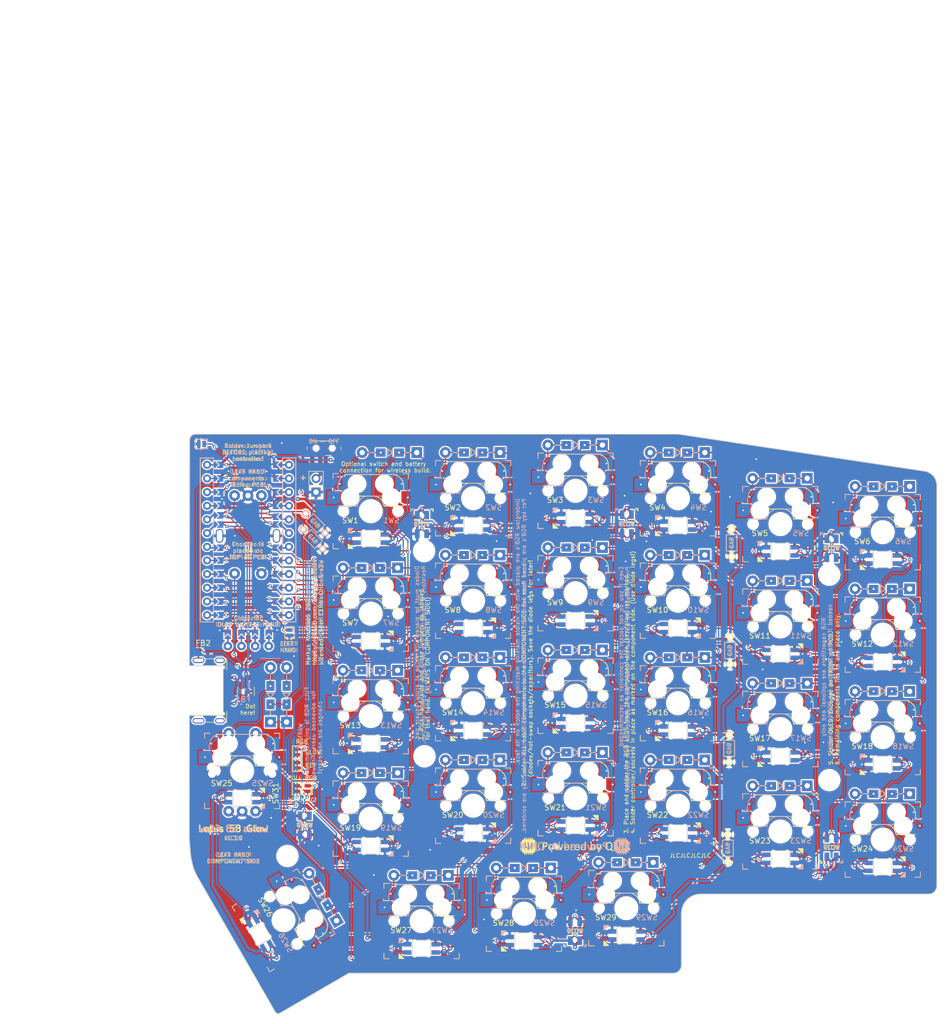
<source format=kicad_pcb>
(kicad_pcb (version 20221018) (generator pcbnew)
  (title_block (title "Lotus 58 Glow") (date "2023-06-09") (rev "v1.3.0") (company "Markus Knutsson <markus.knutsson@tweety.se>") (comment 1 "https://github.com/TweetyDaBird") (comment 2 "Licensed under CERN-OHL-S v2 or any superseding version"))
  (layers (0 "F.Cu" signal) (31 "B.Cu" signal) (34 "B.Paste" user) (35 "F.Paste" user) (36 "B.SilkS" user "B.Silkscreen") (37 "F.SilkS" user "F.Silkscreen") (38 "B.Mask" user) (39 "F.Mask" user) (44 "Edge.Cuts" user))
  (net 0 "")
  (net 1 "Net-(D1-A)")
  (net 2 "row4")
  (net 3 "Net-(D2-A)")
  (net 4 "Net-(D3-A)")
  (net 5 "row0")
  (net 6 "Net-(D4-A)")
  (net 7 "row1")
  (net 8 "Net-(D5-A)")
  (net 9 "row2")
  (net 10 "Net-(D6-A)")
  (net 11 "row3")
  (net 12 "Net-(D7-A)")
  (net 13 "Net-(D8-A)")
  (net 14 "Net-(D9-A)")
  (net 15 "Net-(D10-A)")
  (net 16 "Net-(D11-A)")
  (net 17 "Net-(D12-A)")
  (net 18 "Net-(D13-A)")
  (net 19 "Net-(D14-A)")
  (net 20 "Net-(D15-A)")
  (net 21 "Net-(D16-A)")
  (net 22 "Net-(D17-A)")
  (net 23 "Net-(D18-A)")
  (net 24 "Net-(D19-A)")
  (net 25 "Net-(D20-A)")
  (net 26 "Net-(D21-A)")
  (net 27 "Net-(D22-A)")
  (net 28 "Net-(D23-A)")
  (net 29 "Net-(D24-A)")
  (net 30 "Net-(D26-A)")
  (net 31 "Net-(D27-A)")
  (net 32 "Net-(D28-A)")
  (net 33 "VCC")
  (net 34 "GND")
  (net 35 "col0")
  (net 36 "col1")
  (net 37 "col2")
  (net 38 "col3")
  (net 39 "col4")
  (net 40 "col5")
  (net 41 "SDA")
  (net 42 "LED")
  (net 43 "SCL")
  (net 44 "RESET")
  (net 45 "Net-(D29-A)")
  (net 46 "DATA")
  (net 47 "Net-(D30-A)")
  (net 48 "Hand")
  (net 49 "Alt")
  (net 56 "Net-(LED1-DOUT)")
  (net 57 "Net-(LED2-DOUT)")
  (net 58 "Net-(LED3-DOUT)")
  (net 59 "Net-(LED4-DOUT)")
  (net 60 "Net-(LED5-DOUT)")
  (net 61 "Net-(LED12-DIN)")
  (net 62 "Net-(LED13-DIN)")
  (net 63 "Net-(LED7-DIN)")
  (net 64 "Net-(LED8-DIN)")
  (net 65 "Net-(LED10-DOUT)")
  (net 66 "Net-(LED10-DIN)")
  (net 67 "Net-(LED11-DIN)")
  (net 68 "Net-(LED13-DOUT)")
  (net 69 "Net-(LED14-DOUT)")
  (net 70 "Net-(LED15-DOUT)")
  (net 71 "Net-(LED16-DOUT)")
  (net 72 "Net-(LED17-DOUT)")
  (net 73 "Net-(LED18-DOUT)")
  (net 74 "Net-(LED19-DOUT)")
  (net 75 "Net-(LED19-DIN)")
  (net 76 "Net-(LED20-DIN)")
  (net 77 "Net-(LED21-DIN)")
  (net 78 "RGB_KEY")
  (net 79 "RGB_GLOW")
  (net 80 "RGB_LINK")
  (net 81 "Battery")
  (net 82 "/Batt")
  (net 83 "Net-(LED22-DIN)")
  (net 84 "Net-(LED23-DIN)")
  (net 85 "Net-(LED25-DOUT)")
  (net 86 "EncB")
  (net 87 "EncA")
  (net 88 "Net-(LED26-DOUT)")
  (net 89 "Net-(LED27-DOUT)")
  (net 90 "Net-(LED28-DOUT)")
  (net 91 "Net-(LED30-DOUT)")
  (net 92 "Net-(LED31-DOUT)")
  (net 93 "Net-(LED32-DOUT)")
  (net 94 "Net-(LED33-DOUT)")
  (net 95 "Net-(LED34-DOUT)")
  (net 96 "unconnected-(LED35-DOUT-Pad1)")
  (net 99 "Net-(J3-SHIELD)")
  (net 100 "/VCC_LINK")
  (footprint "Keyboard Common:Spacer PCB hole" (layer "F.Cu") (at 124.32538 57.40908)
    (fp_text reference "TH1" hide)
    (fp_text value "HOLE" hide)
  )
  (footprint "Keyboard Common:Spacer PCB hole" (layer "F.Cu") (at 199.7 61.8)
    (fp_text reference "TH2" hide)
    (fp_text value "HOLE" hide)
  )
  (footprint "Keyboard Common:Spacer PCB hole" (layer "F.Cu") (at 124.3965 95.5675)
    (fp_text reference "TH3" hide)
    (fp_text value "HOLE" hide)
  )
  (footprint "Keyboard Common:Spacer PCB hole" (layer "F.Cu") (at 199.7 100)
    (fp_text reference "TH4" hide)
    (fp_text value "HOLE" hide)
  )
  (footprint "Keyboard Common:Spacer PCB hole" (layer "F.Cu") (at 98.8949 114.1095 90)
    (fp_text reference "TH5" hide)
    (fp_text value "HOLE" hide)
  )
  (footprint "Keyboard Switches:SW_MX_HotSwap_Reversible" (layer "F.Cu") (at 133.45 47.6)
    (fp_text reference "SW2" hide)
    (fp_text value "Kailh hotswap MX socket" hide)
  )
  (footprint "Keyboard Switches:SW_MX_HotSwap_Reversible" (layer "F.Cu") (at 152.5 46.21)
    (fp_text reference "SW3" hide)
    (fp_text value "Kailh hotswap MX socket" hide)
  )
  (footprint "Keyboard Switches:SW_MX_HotSwap_Reversible" (layer "F.Cu") (at 171.55 47.6)
    (fp_text reference "SW4" hide)
    (fp_text value "Kailh hotswap MX socket" hide)
  )
  (footprint "Keyboard Switches:SW_MX_HotSwap_Reversible" (layer "F.Cu") (at 209.65 53.9)
    (fp_text reference "SW6" hide)
    (fp_text value "Kailh hotswap MX socket" hide)
  )
  (footprint "Keyboard Switches:SW_MX_HotSwap_Reversible" (layer "F.Cu") (at 114.4 69.05)
    (fp_text reference "SW7" hide)
    (fp_text value "Kailh hotswap MX socket" hide)
  )
  (footprint "Keyboard Switches:SW_MX_HotSwap_Reversible" (layer "F.Cu") (at 152.5 65.26)
    (fp_text reference "SW9" hide)
    (fp_text value "Kailh hotswap MX socket" hide)
  )
  (footprint "Keyboard Switches:SW_MX_HotSwap_Reversible" (layer "F.Cu") (at 171.55 66.65)
    (fp_text reference "SW10" hide)
    (fp_text value "Kailh hotswap MX socket" hide)
  )
  (footprint "Keyboard Switches:SW_MX_HotSwap_Reversible" (layer "F.Cu") (at 190.6 71.45)
    (fp_text reference "SW11" hide)
    (fp_text value "Kailh hotswap MX socket" hide)
  )
  (footprint "Keyboard Switches:SW_MX_HotSwap_Reversible" (layer "F.Cu") (at 209.65 72.95)
    (fp_text reference "SW12" hide)
    (fp_text value "Kailh hotswap MX socket" hide)
  )
  (footprint "Keyboard Switches:SW_MX_HotSwap_Reversible" (layer "F.Cu") (at 114.4 88.1)
    (fp_text reference "SW13" hide)
    (fp_text value "Kailh hotswap MX socket" hide)
  )
  (footprint "Keyboard Switches:SW_MX_HotSwap_Reversible" (layer "F.Cu") (at 133.45 85.7)
    (fp_text reference "SW14" hide)
    (fp_text value "Kailh hotswap MX socket" hide)
  )
  (footprint "Keyboard Switches:SW_MX_HotSwap_Reversible" (layer "F.Cu") (at 152.5 84.31)
    (fp_text reference "SW15" hide)
    (fp_text value "Kailh hotswap MX socket" hide)
  )
  (footprint "Keyboard Switches:SW_MX_HotSwap_Reversible" (layer "F.Cu") (at 190.6 90.5)
    (fp_text reference "SW17" hide)
    (fp_text value "Kailh hotswap MX socket" hide)
  )
  (footprint "Keyboard Switches:SW_MX_HotSwap_Reversible" (layer "F.Cu") (at 209.65 92)
    (fp_text reference "SW18" hide)
    (fp_text value "Kailh hotswap MX socket" hide)
  )
  (footprint "Keyboard Switches:SW_MX_HotSwap_Reversible" (layer "F.Cu") (at 114.4 107.15)
    (fp_text reference "SW19" hide)
    (fp_text value "Kailh hotswap MX socket" hide)
  )
  (footprint "Keyboard Switches:SW_MX_HotSwap_Reversible" (layer "F.Cu") (at 133.45 104.75)
    (fp_text reference "SW20" hide)
    (fp_text value "Kailh hotswap MX socket" hide)
  )
  (footprint "Keyboard Switches:SW_MX_HotSwap_Reversible" (layer "F.Cu") (at 152.5 103.36)
    (fp_text reference "SW21" hide)
    (fp_text value "Kailh hotswap MX socket" hide)
  )
  (footprint "Keyboard Switches:SW_MX_HotSwap_Reversible" (layer "F.Cu") (at 171.55 104.75)
    (fp_text reference "SW22" hide)
    (fp_text value "Kailh hotswap MX socket" hide)
  )
  (footprint "Keyboard Switches:SW_MX_HotSwap_Reversible" (layer "F.Cu") (at 190.6 109.55)
    (fp_text reference "SW23" hide)
    (fp_text value "Kailh hotswap MX socket" hide)
  )
  (footprint "Keyboard Switches:SW_MX_HotSwap_Reversible" (layer "F.Cu") (at 123.85 126.2)
    (fp_text reference "SW27" hide)
    (fp_text value "Kailh hotswap MX socket" hide)
  )
  (footprint "Keyboard Switches:SW_MX_HotSwap_Reversible" (layer "F.Cu") (at 142.8977 124.8283)
    (fp_text reference "SW28" hide)
    (fp_text value "Kailh hotswap MX socket" hide)
  )
  (footprint "Keyboard Switches:SW_MX_HotSwap_Reversible" (layer "F.Cu") (at 161.95 123.8)
    (fp_text reference "SW29" hide)
    (fp_text value "Kailh hotswap MX socket" hide)
  )
  (footprint "Keyboard Switches:SW_MX_HotSwap_Reversible" (layer "F.Cu") (at 114.4 50)
    (fp_text reference "SW1" hide)
    (fp_text value "Kailh hotswap MX socket" hide)
  )
  (footprint "Keyboard Switches:SW_MX_HotSwap_Reversible" (layer "F.Cu") (at 90.4748 98.2853)
    (fp_text reference "SW25" hide)
    (fp_text value "Kailh hotswap MX socket" hide)
  )
  (footprint "Keyboard Switches:SW_MX_HotSwap_Reversible" (layer "F.Cu") (at 209.65 111.05)
    (fp_text reference "SW24" hide)
    (fp_text value "Kailh hotswap MX socket" hide)
  )
  (footprint "Keyboard Switches:SW_MX_HotSwap_Reversible" (layer "F.Cu") (at 98.171 126.0475 -60)
    (fp_text reference "SW26" hide)
    (fp_text value "Kailh hotswap MX socket" hide)
  )
  (footprint "Keyboard Switches:SW_MX_HotSwap_Reversible" (layer "F.Cu") (at 171.55 85.7)
    (fp_text reference "SW16" hide)
    (fp_text value "Kailh hotswap MX socket" hide)
  )
  (footprint "Keyboard Common:SSD1306-0.91-OLED-4pin-128x32 doublesided" (layer "F.Cu") (at 91.62 56.59 -90)
    (fp_text reference "P1" hide)
    (fp_text value "OLED")
  )
  (footprint "Keyboard RGB:LED_SK6812MINI_PLCC4_3.5x3.5mm_P1.75mmdouble" (layer "F.Cu") (at 200.125 112.522 -90)
    (fp_text reference "LED32" hide)
    (fp_text value "SK6812MINI")
  )
  (footprint "Keyboard RGB:LED_SK6812MINI_PLCC4_3.5x3.5mm_P1.75mmdouble" (layer "F.Cu") (at 152.4 128.0795 -90)
    (fp_text reference "LED31" hide)
    (fp_text value "SK6812MINI")
  )
  (footprint "Keyboard RGB:LED_SK6812MINI_PLCC4_3.5x3.5mm_P1.75mmdouble" (layer "F.Cu") (at 102.108 108.3945 90)
    (fp_text reference "LED30" hide)
    (fp_text value "SK6812MINI")
  )
  (footprint "Keyboard RGB:LED_SK6812MINI_PLCC4_3.5x3.5mm_P1.75mmdouble" (layer "F.Cu") (at 200.122 56.896 90)
    (fp_text reference "LED33" hide)
    (fp_text value "SK6812MINI")
  )
  (footprint "Keyboard RGB:LED_SK6812MINI_PLCC4_3.5x3.5mm_P1.75mmdouble" (layer "F.Cu") (at 123.9235 52.451 90)
    (fp_text reference "LED35" hide)
    (fp_text value "SK6812MINI")
  )
  (footprint "Keyboard Encoders:Encoder_Alps_EC11E_Small" (layer "F.Cu") (at 91.567 54.594 -90)
    (fp_text reference "SW30" hide)
    (fp_text value "Rotary_Encoder_Switch" hide)
  )
  (footprint "Keyboard Controllers:ProMicro_jumpers" (layer "F.Cu") (at 91.567 55.35)
    (fp_text reference "U1" hide)
    (fp_text value "ProMicro" hide)
  )
  (footprint "Keyboard Switches:SW_MX_HotSwap_Reversible" (layer "F.Cu") (at 190.6 52.4)
    (fp_text reference "SW5" hide)
    (fp_text value "Kailh hotswap MX socket" hide)
  )
  (footprint "Keyboard Encoders:Encoder_Alps_EC11E_Offset_pad" (layer "F.Cu") (at 90.4748 98.2853 90)
    (fp_text reference "SW31" hide)
    (fp_text value "Rotary_Encoder_Switch")
  )
  (footprint "Keyboard RGB:LED_SK6812MINI_PLCC4_3.5x3.5mm_P1.75mmdouble" (layer "F.Cu") (at 162.0285 52.3875 90)
    (fp_text reference "LED34" hide)
    (fp_text value "SK6812MINI")
  )
  (footprint "Keyboard Common:Jumper_Mini" (layer "F.Cu") (at 99.28 72.59 -90)
    (fp_text reference "JP3" hide)
    (fp_text value "LEFT" hide)
  )
  (footprint "Keyboard Switches:SW_MX_HotSwap_Reversible" (layer "F.Cu") (at 133.45 66.65)
    (fp_text reference "SW8" hide)
    (fp_text value "Kailh hotswap MX socket" hide)
  )
  (footprint "Keyboard RGB:MX_SK6812MINI-E_REVERSIBLE" (layer "F.Cu") (at 114.4 55.08 180)
    (fp_text reference "LED1" hide)
    (fp_text value "SK6812MINI-E")
    (fp_line (start -1.699999 0.702841) (end -1.699999 -0.702843) (stroke (width 0.15)) (layer "Edge.Cuts"))
    (fp_line (start -0.794452 -1.5) (end 0.794453 -1.5) (stroke (width 0.15)) (layer "Edge.Cuts"))
    (fp_line (start 0.794452 1.499999) (end -0.794452 1.499999) (stroke (width 0.15)) (layer "Edge.Cuts"))
    (fp_line (start 1.699999 -0.702843) (end 1.699999 0.702841) (stroke (width 0.15)) (layer "Edge.Cuts"))
    (fp_arc (start -1.749484 -0.919721) (mid -1.712527 -0.814069) (end -1.699999 -0.702843) (stroke (width 0.15)) (layer "Edge.Cuts"))
    (fp_arc (start -1.749484 -0.919721) (mid -1.638071 -1.504036) (end -1.046711 -1.5683) (stroke (width 0.15)) (layer "Edge.Cuts"))
    (fp_arc (start -1.699999 0.702842) (mid -1.712527 0.814067) (end -1.749484 0.919719) (stroke (width 0.15)) (layer "Edge.Cuts"))
    (fp_arc (start -1.046711 1.568296) (mid -1.63807 1.504033) (end -1.749484 0.919719) (stroke (width 0.15)) (layer "Edge.Cuts"))
    (fp_arc (start -1.04671 1.568298) (mid -0.925122 1.517376) (end -0.794452 1.499999) (stroke (width 0.15)) (layer "Edge.Cuts"))
    (fp_arc (start -0.794453 -1.500001) (mid -0.925123 -1.517378) (end -1.046711 -1.5683) (stroke (width 0.15)) (layer "Edge.Cuts"))
    (fp_arc (start 0.794452 1.499999) (mid 0.925123 1.517376) (end 1.046711 1.568298) (stroke (width 0.15)) (layer "Edge.Cuts"))
    (fp_arc (start 1.046711 -1.568299) (mid 0.925123 -1.517377) (end 0.794453 -1.5) (stroke (width 0.15)) (layer "Edge.Cuts"))
    (fp_arc (start 1.046711 -1.568299) (mid 1.638071 -1.504036) (end 1.749484 -0.919721) (stroke (width 0.15)) (layer "Edge.Cuts"))
    (fp_arc (start 1.699999 -0.702844) (mid 1.712526 -0.81407) (end 1.749484 -0.919721) (stroke (width 0.15)) (layer "Edge.Cuts"))
    (fp_arc (start 1.749484 0.919718) (mid 1.638072 1.504034) (end 1.046711 1.568298) (stroke (width 0.15)) (layer "Edge.Cuts"))
    (fp_arc (start 1.749484 0.919719) (mid 1.712511 0.81407) (end 1.699999 0.702841) (stroke (width 0.15)) (layer "Edge.Cuts"))
  )
  (footprint "Keyboard Common:Jumper_Mini" (layer "F.Cu") (at 82.91 37.51 180)
    (fp_text reference "JP2" hide)
    (fp_text value "RESET" hide)
  )
  (footprint "Keyboard RGB:MX_SK6812MINI-E_REVERSIBLE" (layer "F.Cu") (at 133.45 52.68 180)
    (fp_text reference "LED2" hide)
    (fp_text value "SK6812MINI-E")
    (fp_line (start -1.699999 0.702841) (end -1.699999 -0.702843) (stroke (width 0.15)) (layer "Edge.Cuts"))
    (fp_line (start -0.794452 -1.5) (end 0.794453 -1.5) (stroke (width 0.15)) (layer "Edge.Cuts"))
    (fp_line (start 0.794452 1.499999) (end -0.794452 1.499999) (stroke (width 0.15)) (layer "Edge.Cuts"))
    (fp_line (start 1.699999 -0.702843) (end 1.699999 0.702841) (stroke (width 0.15)) (layer "Edge.Cuts"))
    (fp_arc (start -1.749484 -0.919721) (mid -1.712527 -0.814069) (end -1.699999 -0.702843) (stroke (width 0.15)) (layer "Edge.Cuts"))
    (fp_arc (start -1.749484 -0.919721) (mid -1.638071 -1.504036) (end -1.046711 -1.5683) (stroke (width 0.15)) (layer "Edge.Cuts"))
    (fp_arc (start -1.699999 0.702842) (mid -1.712527 0.814067) (end -1.749484 0.919719) (stroke (width 0.15)) (layer "Edge.Cuts"))
    (fp_arc (start -1.046711 1.568296) (mid -1.63807 1.504033) (end -1.749484 0.919719) (stroke (width 0.15)) (layer "Edge.Cuts"))
    (fp_arc (start -1.04671 1.568298) (mid -0.925122 1.517376) (end -0.794452 1.499999) (stroke (width 0.15)) (layer "Edge.Cuts"))
    (fp_arc (start -0.794453 -1.500001) (mid -0.925123 -1.517378) (end -1.046711 -1.5683) (stroke (width 0.15)) (layer "Edge.Cuts"))
    (fp_arc (start 0.794452 1.499999) (mid 0.925123 1.517376) (end 1.046711 1.568298) (stroke (width 0.15)) (layer "Edge.Cuts"))
    (fp_arc (start 1.046711 -1.568299) (mid 0.925123 -1.517377) (end 0.794453 -1.5) (stroke (width 0.15)) (layer "Edge.Cuts"))
    (fp_arc (start 1.046711 -1.568299) (mid 1.638071 -1.504036) (end 1.749484 -0.919721) (stroke (width 0.15)) (layer "Edge.Cuts"))
    (fp_arc (start 1.699999 -0.702844) (mid 1.712526 -0.81407) (end 1.749484 -0.919721) (stroke (width 0.15)) (layer "Edge.Cuts"))
    (fp_arc (start 1.749484 0.919718) (mid 1.638072 1.504034) (end 1.046711 1.568298) (stroke (width 0.15)) (layer "Edge.Cuts"))
    (fp_arc (start 1.749484 0.919719) (mid 1.712511 0.81407) (end 1.699999 0.702841) (stroke (width 0.15)) (layer "Edge.Cuts"))
  )
  (footprint "Keyboard RGB:MX_SK6812MINI-E_REVERSIBLE" (layer "F.Cu") (at 152.5 51.29 180)
    (fp_text reference "LED3" hide)
    (fp_text value "SK6812MINI-E")
    (fp_line (start -1.699999 0.702841) (end -1.699999 -0.702843) (stroke (width 0.15)) (layer "Edge.Cuts"))
    (fp_line (start -0.794452 -1.5) (end 0.794453 -1.5) (stroke (width 0.15)) (layer "Edge.Cuts"))
    (fp_line (start 0.794452 1.499999) (end -0.794452 1.499999) (stroke (width 0.15)) (layer "Edge.Cuts"))
    (fp_line (start 1.699999 -0.702843) (end 1.699999 0.702841) (stroke (width 0.15)) (layer "Edge.Cuts"))
    (fp_arc (start -1.749484 -0.919721) (mid -1.712527 -0.814069) (end -1.699999 -0.702843) (stroke (width 0.15)) (layer "Edge.Cuts"))
    (fp_arc (start -1.749484 -0.919721) (mid -1.638071 -1.504036) (end -1.046711 -1.5683) (stroke (width 0.15)) (layer "Edge.Cuts"))
    (fp_arc (start -1.699999 0.702842) (mid -1.712527 0.814067) (end -1.749484 0.919719) (stroke (width 0.15)) (layer "Edge.Cuts"))
    (fp_arc (start -1.046711 1.568296) (mid -1.63807 1.504033) (end -1.749484 0.919719) (stroke (width 0.15)) (layer "Edge.Cuts"))
    (fp_arc (start -1.04671 1.568298) (mid -0.925122 1.517376) (end -0.794452 1.499999) (stroke (width 0.15)) (layer "Edge.Cuts"))
    (fp_arc (start -0.794453 -1.500001) (mid -0.925123 -1.517378) (end -1.046711 -1.5683) (stroke (width 0.15)) (layer "Edge.Cuts"))
    (fp_arc (start 0.794452 1.499999) (mid 0.925123 1.517376) (end 1.046711 1.568298) (stroke (width 0.15)) (layer "Edge.Cuts"))
    (fp_arc (start 1.046711 -1.568299) (mid 0.925123 -1.517377) (end 0.794453 -1.5) (stroke (width 0.15)) (layer "Edge.Cuts"))
    (fp_arc (start 1.046711 -1.568299) (mid 1.638071 -1.504036) (end 1.749484 -0.919721) (stroke (width 0.15)) (layer "Edge.Cuts"))
    (fp_arc (start 1.699999 -0.702844) (mid 1.712526 -0.81407) (end 1.749484 -0.919721) (stroke (width 0.15)) (layer "Edge.Cuts"))
    (fp_arc (start 1.749484 0.919718) (mid 1.638072 1.504034) (end 1.046711 1.568298) (stroke (width 0.15)) (layer "Edge.Cuts"))
    (fp_arc (start 1.749484 0.919719) (mid 1.712511 0.81407) (end 1.699999 0.702841) (stroke (width 0.15)) (layer "Edge.Cuts"))
  )
  (footprint "Keyboard RGB:MX_SK6812MINI-E_REVERSIBLE" (layer "F.Cu") (at 171.55 52.68 180)
    (fp_text reference "LED4" hide)
    (fp_text value "SK6812MINI-E")
    (fp_line (start -1.699999 0.702841) (end -1.699999 -0.702843) (stroke (width 0.15)) (layer "Edge.Cuts"))
    (fp_line (start -0.794452 -1.5) (end 0.794453 -1.5) (stroke (width 0.15)) (layer "Edge.Cuts"))
    (fp_line (start 0.794452 1.499999) (end -0.794452 1.499999) (stroke (width 0.15)) (layer "Edge.Cuts"))
    (fp_line (start 1.699999 -0.702843) (end 1.699999 0.702841) (stroke (width 0.15)) (layer "Edge.Cuts"))
    (fp_arc (start -1.749484 -0.919721) (mid -1.712527 -0.814069) (end -1.699999 -0.702843) (stroke (width 0.15)) (layer "Edge.Cuts"))
    (fp_arc (start -1.749484 -0.919721) (mid -1.638071 -1.504036) (end -1.046711 -1.5683) (stroke (width 0.15)) (layer "Edge.Cuts"))
    (fp_arc (start -1.699999 0.702842) (mid -1.712527 0.814067) (end -1.749484 0.919719) (stroke (width 0.15)) (layer "Edge.Cuts"))
    (fp_arc (start -1.046711 1.568296) (mid -1.63807 1.504033) (end -1.749484 0.919719) (stroke (width 0.15)) (layer "Edge.Cuts"))
    (fp_arc (start -1.04671 1.568298) (mid -0.925122 1.517376) (end -0.794452 1.499999) (stroke (width 0.15)) (layer "Edge.Cuts"))
    (fp_arc (start -0.794453 -1.500001) (mid -0.925123 -1.517378) (end -1.046711 -1.5683) (stroke (width 0.15)) (layer "Edge.Cuts"))
    (fp_arc (start 0.794452 1.499999) (mid 0.925123 1.517376) (end 1.046711 1.568298) (stroke (width 0.15)) (layer "Edge.Cuts"))
    (fp_arc (start 1.046711 -1.568299) (mid 0.925123 -1.517377) (end 0.794453 -1.5) (stroke (width 0.15)) (layer "Edge.Cuts"))
    (fp_arc (start 1.046711 -1.568299) (mid 1.638071 -1.504036) (end 1.749484 -0.919721) (stroke (width 0.15)) (layer "Edge.Cuts"))
    (fp_arc (start 1.699999 -0.702844) (mid 1.712526 -0.81407) (end 1.749484 -0.919721) (stroke (width 0.15)) (layer "Edge.Cuts"))
    (fp_arc (start 1.749484 0.919718) (mid 1.638072 1.504034) (end 1.046711 1.568298) (stroke (width 0.15)) (layer "Edge.Cuts"))
    (fp_arc (start 1.749484 0.919719) (mid 1.712511 0.81407) (end 1.699999 0.702841) (stroke (width 0.15)) (layer "Edge.Cuts"))
  )
  (footprint "Keyboard RGB:MX_SK6812MINI-E_REVERSIBLE" (layer "F.Cu") (at 190.6 57.48 180)
    (fp_text reference "LED5" hide)
    (fp_text value "SK6812MINI-E")
    (fp_line (start -1.699999 0.702841) (end -1.699999 -0.702843) (stroke (width 0.15)) (layer "Edge.Cuts"))
    (fp_line (start -0.794452 -1.5) (end 0.794453 -1.5) (stroke (width 0.15)) (layer "Edge.Cuts"))
    (fp_line (start 0.794452 1.499999) (end -0.794452 1.499999) (stroke (width 0.15)) (layer "Edge.Cuts"))
    (fp_line (start 1.699999 -0.702843) (end 1.699999 0.702841) (stroke (width 0.15)) (layer "Edge.Cuts"))
    (fp_arc (start -1.749484 -0.919721) (mid -1.712527 -0.814069) (end -1.699999 -0.702843) (stroke (width 0.15)) (layer "Edge.Cuts"))
    (fp_arc (start -1.749484 -0.919721) (mid -1.638071 -1.504036) (end -1.046711 -1.5683) (stroke (width 0.15)) (layer "Edge.Cuts"))
    (fp_arc (start -1.699999 0.702842) (mid -1.712527 0.814067) (end -1.749484 0.919719) (stroke (width 0.15)) (layer "Edge.Cuts"))
    (fp_arc (start -1.046711 1.568296) (mid -1.63807 1.504033) (end -1.749484 0.919719) (stroke (width 0.15)) (layer "Edge.Cuts"))
    (fp_arc (start -1.04671 1.568298) (mid -0.925122 1.517376) (end -0.794452 1.499999) (stroke (width 0.15)) (layer "Edge.Cuts"))
    (fp_arc (start -0.794453 -1.500001) (mid -0.925123 -1.517378) (end -1.046711 -1.5683) (stroke (width 0.15)) (layer "Edge.Cuts"))
    (fp_arc (start 0.794452 1.499999) (mid 0.925123 1.517376) (end 1.046711 1.568298) (stroke (width 0.15)) (layer "Edge.Cuts"))
    (fp_arc (start 1.046711 -1.568299) (mid 0.925123 -1.517377) (end 0.794453 -1.5) (stroke (width 0.15)) (layer "Edge.Cuts"))
    (fp_arc (start 1.046711 -1.568299) (mid 1.638071 -1.504036) (end 1.749484 -0.919721) (stroke (width 0.15)) (layer "Edge.Cuts"))
    (fp_arc (start 1.699999 -0.702844) (mid 1.712526 -0.81407) (end 1.749484 -0.919721) (stroke (width 0.15)) (layer "Edge.Cuts"))
    (fp_arc (start 1.749484 0.919718) (mid 1.638072 1.504034) (end 1.046711 1.568298) (stroke (width 0.15)) (layer "Edge.Cuts"))
    (fp_arc (start 1.749484 0.919719) (mid 1.712511 0.81407) (end 1.699999 0.702841) (stroke (width 0.15)) (layer "Edge.Cuts"))
  )
  (footprint "Keyboard RGB:MX_SK6812MINI-E_REVERSIBLE" (layer "F.Cu") (at 209.65 58.98 180)
    (fp_text reference "LED6" hide)
    (fp_text value "SK6812MINI-E")
    (fp_line (start -1.699999 0.702841) (end -1.699999 -0.702843) (stroke (width 0.15)) (layer "Edge.Cuts"))
    (fp_line (start -0.794452 -1.5) (end 0.794453 -1.5) (stroke (width 0.15)) (layer "Edge.Cuts"))
    (fp_line (start 0.794452 1.499999) (end -0.794452 1.499999) (stroke (width 0.15)) (layer "Edge.Cuts"))
    (fp_line (start 1.699999 -0.702843) (end 1.699999 0.702841) (stroke (width 0.15)) (layer "Edge.Cuts"))
    (fp_arc (start -1.749484 -0.919721) (mid -1.712527 -0.814069) (end -1.699999 -0.702843) (stroke (width 0.15)) (layer "Edge.Cuts"))
    (fp_arc (start -1.749484 -0.919721) (mid -1.638071 -1.504036) (end -1.046711 -1.5683) (stroke (width 0.15)) (layer "Edge.Cuts"))
    (fp_arc (start -1.699999 0.702842) (mid -1.712527 0.814067) (end -1.749484 0.919719) (stroke (width 0.15)) (layer "Edge.Cuts"))
    (fp_arc (start -1.046711 1.568296) (mid -1.63807 1.504033) (end -1.749484 0.919719) (stroke (width 0.15)) (layer "Edge.Cuts"))
    (fp_arc (start -1.04671 1.568298) (mid -0.925122 1.517376) (end -0.794452 1.499999) (stroke (width 0.15)) (layer "Edge.Cuts"))
    (fp_arc (start -0.794453 -1.500001) (mid -0.925123 -1.517378) (end -1.046711 -1.5683) (stroke (width 0.15)) (layer "Edge.Cuts"))
    (fp_arc (start 0.794452 1.499999) (mid 0.925123 1.517376) (end 1.046711 1.568298) (stroke (width 0.15)) (layer "Edge.Cuts"))
    (fp_arc (start 1.046711 -1.568299) (mid 0.925123 -1.517377) (end 0.794453 -1.5) (stroke (width 0.15)) (layer "Edge.Cuts"))
    (fp_arc (start 1.046711 -1.568299) (mid 1.638071 -1.504036) (end 1.749484 -0.919721) (stroke (width 0.15)) (layer "Edge.Cuts"))
    (fp_arc (start 1.699999 -0.702844) (mid 1.712526 -0.81407) (end 1.749484 -0.919721) (stroke (width 0.15)) (layer "Edge.Cuts"))
    (fp_arc (start 1.749484 0.919718) (mid 1.638072 1.504034) (end 1.046711 1.568298) (stroke (width 0.15)) (layer "Edge.Cuts"))
    (fp_arc (start 1.749484 0.919719) (mid 1.712511 0.81407) (end 1.699999 0.702841) (stroke (width 0.15)) (layer "Edge.Cuts"))
  )
  (footprint "Keyboard RGB:MX_SK6812MINI-E_REVERSIBLE" (layer "F.Cu") (at 114.4 74.13)
    (fp_text reference "LED7" hide)
    (fp_text value "SK6812MINI-E")
    (fp_line (start -1.699999 0.702841) (end -1.699999 -0.702843) (stroke (width 0.15)) (layer "Edge.Cuts"))
    (fp_line (start -0.794452 -1.5) (end 0.794453 -1.5) (stroke (width 0.15)) (layer "Edge.Cuts"))
    (fp_line (start 0.794452 1.499999) (end -0.794452 1.499999) (stroke (width 0.15)) (layer "Edge.Cuts"))
    (fp_line (start 1.699999 -0.702843) (end 1.699999 0.702841) (stroke (width 0.15)) (layer "Edge.Cuts"))
    (fp_arc (start -1.749484 -0.919721) (mid -1.712527 -0.814069) (end -1.699999 -0.702843) (stroke (width 0.15)) (layer "Edge.Cuts"))
    (fp_arc (start -1.749484 -0.919721) (mid -1.638071 -1.504036) (end -1.046711 -1.5683) (stroke (width 0.15)) (layer "Edge.Cuts"))
    (fp_arc (start -1.699999 0.702842) (mid -1.712527 0.814067) (end -1.749484 0.919719) (stroke (width 0.15)) (layer "Edge.Cuts"))
    (fp_arc (start -1.046711 1.568296) (mid -1.63807 1.504033) (end -1.749484 0.919719) (stroke (width 0.15)) (layer "Edge.Cuts"))
    (fp_arc (start -1.04671 1.568298) (mid -0.925122 1.517376) (end -0.794452 1.499999) (stroke (width 0.15)) (layer "Edge.Cuts"))
    (fp_arc (start -0.794453 -1.500001) (mid -0.925123 -1.517378) (end -1.046711 -1.5683) (stroke (width 0.15)) (layer "Edge.Cuts"))
    (fp_arc (start 0.794452 1.499999) (mid 0.925123 1.517376) (end 1.046711 1.568298) (stroke (width 0.15)) (layer "Edge.Cuts"))
    (fp_arc (start 1.046711 -1.568299) (mid 0.925123 -1.517377) (end 0.794453 -1.5) (stroke (width 0.15)) (layer "Edge.Cuts"))
    (fp_arc (start 1.046711 -1.568299) (mid 1.638071 -1.504036) (end 1.749484 -0.919721) (stroke (width 0.15)) (layer "Edge.Cuts"))
    (fp_arc (start 1.699999 -0.702844) (mid 1.712526 -0.81407) (end 1.749484 -0.919721) (stroke (width 0.15)) (layer "Edge.Cuts"))
    (fp_arc (start 1.749484 0.919718) (mid 1.638072 1.504034) (end 1.046711 1.568298) (stroke (width 0.15)) (layer "Edge.Cuts"))
    (fp_arc (start 1.749484 0.919719) (mid 1.712511 0.81407) (end 1.699999 0.702841) (stroke (width 0.15)) (layer "Edge.Cuts"))
  )
  (footprint "Keyboard RGB:MX_SK6812MINI-E_REVERSIBLE" (layer "F.Cu") (at 133.45 71.73)
    (fp_text reference "LED8" hide)
    (fp_text value "SK6812MINI-E")
    (fp_line (start -1.699999 0.702841) (end -1.699999 -0.702843) (stroke (width 0.15)) (layer "Edge.Cuts"))
    (fp_line (start -0.794452 -1.5) (end 0.794453 -1.5) (stroke (width 0.15)) (layer "Edge.Cuts"))
    (fp_line (start 0.794452 1.499999) (end -0.794452 1.499999) (stroke (width 0.15)) (layer "Edge.Cuts"))
    (fp_line (start 1.699999 -0.702843) (end 1.699999 0.702841) (stroke (width 0.15)) (layer "Edge.Cuts"))
    (fp_arc (start -1.749484 -0.919721) (mid -1.712527 -0.814069) (end -1.699999 -0.702843) (stroke (width 0.15)) (layer "Edge.Cuts"))
    (fp_arc (start -1.749484 -0.919721) (mid -1.638071 -1.504036) (end -1.046711 -1.5683) (stroke (width 0.15)) (layer "Edge.Cuts"))
    (fp_arc (start -1.699999 0.702842) (mid -1.712527 0.814067) (end -1.749484 0.919719) (stroke (width 0.15)) (layer "Edge.Cuts"))
    (fp_arc (start -1.046711 1.568296) (mid -1.63807 1.504033) (end -1.749484 0.919719) (stroke (width 0.15)) (layer "Edge.Cuts"))
    (fp_arc (start -1.04671 1.568298) (mid -0.925122 1.517376) (end -0.794452 1.499999) (stroke (width 0.15)) (layer "Edge.Cuts"))
    (fp_arc (start -0.794453 -1.500001) (mid -0.925123 -1.517378) (end -1.046711 -1.5683) (stroke (width 0.15)) (layer "Edge.Cuts"))
    (fp_arc (start 0.794452 1.499999) (mid 0.925123 1.517376) (end 1.046711 1.568298) (stroke (width 0.15)) (layer "Edge.Cuts"))
    (fp_arc (start 1.046711 -1.568299) (mid 0.925123 -1.517377) (end 0.794453 -1.5) (stroke (width 0.15)) (layer "Edge.Cuts"))
    (fp_arc (start 1.046711 -1.568299) (mid 1.638071 -1.504036) (end 1.749484 -0.919721) (stroke (width 0.15)) (layer "Edge.Cuts"))
    (fp_arc (start 1.699999 -0.702844) (mid 1.712526 -0.81407) (end 1.749484 -0.919721) (stroke (width 0.15)) (layer "Edge.Cuts"))
    (fp_arc (start 1.749484 0.919718) (mid 1.638072 1.504034) (end 1.046711 1.568298) (stroke (width 0.15)) (layer "Edge.Cuts"))
    (fp_arc (start 1.749484 0.919719) (mid 1.712511 0.81407) (end 1.699999 0.702841) (stroke (width 0.15)) (layer "Edge.Cuts"))
  )
  (footprint "Keyboard RGB:MX_SK6812MINI-E_REVERSIBLE" (layer "F.Cu") (at 152.5 70.34)
    (fp_text reference "LED9" hide)
    (fp_text value "SK6812MINI-E")
    (fp_line (start -1.699999 0.702841) (end -1.699999 -0.702843) (stroke (width 0.15)) (layer "Edge.Cuts"))
    (fp_line (start -0.794452 -1.5) (end 0.794453 -1.5) (stroke (width 0.15)) (layer "Edge.Cuts"))
    (fp_line (start 0.794452 1.499999) (end -0.794452 1.499999) (stroke (width 0.15)) (layer "Edge.Cuts"))
    (fp_line (start 1.699999 -0.702843) (end 1.699999 0.702841) (stroke (width 0.15)) (layer "Edge.Cuts"))
    (fp_arc (start -1.749484 -0.919721) (mid -1.712527 -0.814069) (end -1.699999 -0.702843) (stroke (width 0.15)) (layer "Edge.Cuts"))
    (fp_arc (start -1.749484 -0.919721) (mid -1.638071 -1.504036) (end -1.046711 -1.5683) (stroke (width 0.15)) (layer "Edge.Cuts"))
    (fp_arc (start -1.699999 0.702842) (mid -1.712527 0.814067) (end -1.749484 0.919719) (stroke (width 0.15)) (layer "Edge.Cuts"))
    (fp_arc (start -1.046711 1.568296) (mid -1.63807 1.504033) (end -1.749484 0.919719) (stroke (width 0.15)) (layer "Edge.Cuts"))
    (fp_arc (start -1.04671 1.568298) (mid -0.925122 1.517376) (end -0.794452 1.499999) (stroke (width 0.15)) (layer "Edge.Cuts"))
    (fp_arc (start -0.794453 -1.500001) (mid -0.925123 -1.517378) (end -1.046711 -1.5683) (stroke (width 0.15)) (layer "Edge.Cuts"))
    (fp_arc (start 0.794452 1.499999) (mid 0.925123 1.517376) (end 1.046711 1.568298) (stroke (width 0.15)) (layer "Edge.Cuts"))
    (fp_arc (start 1.046711 -1.568299) (mid 0.925123 -1.517377) (end 0.794453 -1.5) (stroke (width 0.15)) (layer "Edge.Cuts"))
    (fp_arc (start 1.046711 -1.568299) (mid 1.638071 -1.504036) (end 1.749484 -0.919721) (stroke (width 0.15)) (layer "Edge.Cuts"))
    (fp_arc (start 1.699999 -0.702844) (mid 1.712526 -0.81407) (end 1.749484 -0.919721) (stroke (width 0.15)) (layer "Edge.Cuts"))
    (fp_arc (start 1.749484 0.919718) (mid 1.638072 1.504034) (end 1.046711 1.568298) (stroke (width 0.15)) (layer "Edge.Cuts"))
    (fp_arc (start 1.749484 0.919719) (mid 1.712511 0.81407) (end 1.699999 0.702841) (stroke (width 0.15)) (layer "Edge.Cuts"))
  )
  (footprint "Keyboard RGB:MX_SK6812MINI-E_REVERSIBLE" (layer "F.Cu") (at 171.55 71.73)
    (fp_text reference "LED10" hide)
    (fp_text value "SK6812MINI-E")
    (fp_line (start -1.699999 0.702841) (end -1.699999 -0.702843) (stroke (width 0.15)) (layer "Edge.Cuts"))
    (fp_line (start -0.794452 -1.5) (end 0.794453 -1.5) (stroke (width 0.15)) (layer "Edge.Cuts"))
    (fp_line (start 0.794452 1.499999) (end -0.794452 1.499999) (stroke (width 0.15)) (layer "Edge.Cuts"))
    (fp_line (start 1.699999 -0.702843) (end 1.699999 0.702841) (stroke (width 0.15)) (layer "Edge.Cuts"))
    (fp_arc (start -1.749484 -0.919721) (mid -1.712527 -0.814069) (end -1.699999 -0.702843) (stroke (width 0.15)) (layer "Edge.Cuts"))
    (fp_arc (start -1.749484 -0.919721) (mid -1.638071 -1.504036) (end -1.046711 -1.5683) (stroke (width 0.15)) (layer "Edge.Cuts"))
    (fp_arc (start -1.699999 0.702842) (mid -1.712527 0.814067) (end -1.749484 0.919719) (stroke (width 0.15)) (layer "Edge.Cuts"))
    (fp_arc (start -1.046711 1.568296) (mid -1.63807 1.504033) (end -1.749484 0.919719) (stroke (width 0.15)) (layer "Edge.Cuts"))
    (fp_arc (start -1.04671 1.568298) (mid -0.925122 1.517376) (end -0.794452 1.499999) (stroke (width 0.15)) (layer "Edge.Cuts"))
    (fp_arc (start -0.794453 -1.500001) (mid -0.925123 -1.517378) (end -1.046711 -1.5683) (stroke (width 0.15)) (layer "Edge.Cuts"))
    (fp_arc (start 0.794452 1.499999) (mid 0.925123 1.517376) (end 1.046711 1.568298) (stroke (width 0.15)) (layer "Edge.Cuts"))
    (fp_arc (start 1.046711 -1.568299) (mid 0.925123 -1.517377) (end 0.794453 -1.5) (stroke (width 0.15)) (layer "Edge.Cuts"))
    (fp_arc (start 1.046711 -1.568299) (mid 1.638071 -1.504036) (end 1.749484 -0.919721) (stroke (width 0.15)) (layer "Edge.Cuts"))
    (fp_arc (start 1.699999 -0.702844) (mid 1.712526 -0.81407) (end 1.749484 -0.919721) (stroke (width 0.15)) (layer "Edge.Cuts"))
    (fp_arc (start 1.749484 0.919718) (mid 1.638072 1.504034) (end 1.046711 1.568298) (stroke (width 0.15)) (layer "Edge.Cuts"))
    (fp_arc (start 1.749484 0.919719) (mid 1.712511 0.81407) (end 1.699999 0.702841) (stroke (width 0.15)) (layer "Edge.Cuts"))
  )
  (footprint "Keyboard RGB:MX_SK6812MINI-E_REVERSIBLE" (layer "F.Cu") (at 190.6 76.53)
    (fp_text reference "LED11" hide)
    (fp_text value "SK6812MINI-E")
    (fp_line (start -1.699999 0.702841) (end -1.699999 -0.702843) (stroke (width 0.15)) (layer "Edge.Cuts"))
    (fp_line (start -0.794452 -1.5) (end 0.794453 -1.5) (stroke (width 0.15)) (layer "Edge.Cuts"))
    (fp_line (start 0.794452 1.499999) (end -0.794452 1.499999) (stroke (width 0.15)) (layer "Edge.Cuts"))
    (fp_line (start 1.699999 -0.702843) (end 1.699999 0.702841) (stroke (width 0.15)) (layer "Edge.Cuts"))
    (fp_arc (start -1.749484 -0.919721) (mid -1.712527 -0.814069) (end -1.699999 -0.702843) (stroke (width 0.15)) (layer "Edge.Cuts"))
    (fp_arc (start -1.749484 -0.919721) (mid -1.638071 -1.504036) (end -1.046711 -1.5683) (stroke (width 0.15)) (layer "Edge.Cuts"))
    (fp_arc (start -1.699999 0.702842) (mid -1.712527 0.814067) (end -1.749484 0.919719) (stroke (width 0.15)) (layer "Edge.Cuts"))
    (fp_arc (start -1.046711 1.568296) (mid -1.63807 1.504033) (end -1.749484 0.919719) (stroke (width 0.15)) (layer "Edge.Cuts"))
    (fp_arc (start -1.04671 1.568298) (mid -0.925122 1.517376) (end -0.794452 1.499999) (stroke (width 0.15)) (layer "Edge.Cuts"))
    (fp_arc (start -0.794453 -1.500001) (mid -0.925123 -1.517378) (end -1.046711 -1.5683) (stroke (width 0.15)) (layer "Edge.Cuts"))
    (fp_arc (start 0.794452 1.499999) (mid 0.925123 1.517376) (end 1.046711 1.568298) (stroke (width 0.15)) (layer "Edge.Cuts"))
    (fp_arc (start 1.046711 -1.568299) (mid 0.925123 -1.517377) (end 0.794453 -1.5) (stroke (width 0.15)) (layer "Edge.Cuts"))
    (fp_arc (start 1.046711 -1.568299) (mid 1.638071 -1.504036) (end 1.749484 -0.919721) (stroke (width 0.15)) (layer "Edge.Cuts"))
    (fp_arc (start 1.699999 -0.702844) (mid 1.712526 -0.81407) (end 1.749484 -0.919721) (stroke (width 0.15)) (layer "Edge.Cuts"))
    (fp_arc (start 1.749484 0.919718) (mid 1.638072 1.504034) (end 1.046711 1.568298) (stroke (width 0.15)) (layer "Edge.Cuts"))
    (fp_arc (start 1.749484 0.919719) (mid 1.712511 0.81407) (end 1.699999 0.702841) (stroke (width 0.15)) (layer "Edge.Cuts"))
  )
  (footprint "Keyboard RGB:MX_SK6812MINI-E_REVERSIBLE" (layer "F.Cu") (at 209.65 78.03)
    (fp_text reference "LED12" hide)
    (fp_text value "SK6812MINI-E")
    (fp_line (start -1.699999 0.702841) (end -1.699999 -0.702843) (stroke (width 0.15)) (layer "Edge.Cuts"))
    (fp_line (start -0.794452 -1.5) (end 0.794453 -1.5) (stroke (width 0.15)) (layer "Edge.Cuts"))
    (fp_line (start 0.794452 1.499999) (end -0.794452 1.499999) (stroke (width 0.15)) (layer "Edge.Cuts"))
    (fp_line (start 1.699999 -0.702843) (end 1.699999 0.702841) (stroke (width 0.15)) (layer "Edge.Cuts"))
    (fp_arc (start -1.749484 -0.919721) (mid -1.712527 -0.814069) (end -1.699999 -0.702843) (stroke (width 0.15)) (layer "Edge.Cuts"))
    (fp_arc (start -1.749484 -0.919721) (mid -1.638071 -1.504036) (end -1.046711 -1.5683) (stroke (width 0.15)) (layer "Edge.Cuts"))
    (fp_arc (start -1.699999 0.702842) (mid -1.712527 0.814067) (end -1.749484 0.919719) (stroke (width 0.15)) (layer "Edge.Cuts"))
    (fp_arc (start -1.046711 1.568296) (mid -1.63807 1.504033) (end -1.749484 0.919719) (stroke (width 0.15)) (layer "Edge.Cuts"))
    (fp_arc (start -1.04671 1.568298) (mid -0.925122 1.517376) (end -0.794452 1.499999) (stroke (width 0.15)) (layer "Edge.Cuts"))
    (fp_arc (start -0.794453 -1.500001) (mid -0.925123 -1.517378) (end -1.046711 -1.5683) (stroke (width 0.15)) (layer "Edge.Cuts"))
    (fp_arc (start 0.794452 1.499999) (mid 0.925123 1.517376) (end 1.046711 1.568298) (stroke (width 0.15)) (layer "Edge.Cuts"))
    (fp_arc (start 1.046711 -1.568299) (mid 0.925123 -1.517377) (end 0.794453 -1.5) (stroke (width 0.15)) (layer "Edge.Cuts"))
    (fp_arc (start 1.046711 -1.568299) (mid 1.638071 -1.504036) (end 1.749484 -0.919721) (stroke (width 0.15)) (layer "Edge.Cuts"))
    (fp_arc (start 1.699999 -0.702844) (mid 1.712526 -0.81407) (end 1.749484 -0.919721) (stroke (width 0.15)) (layer "Edge.Cuts"))
    (fp_arc (start 1.749484 0.919718) (mid 1.638072 1.504034) (end 1.046711 1.568298) (stroke (width 0.15)) (layer "Edge.Cuts"))
    (fp_arc (start 1.749484 0.919719) (mid 1.712511 0.81407) (end 1.699999 0.702841) (stroke (width 0.15)) (layer "Edge.Cuts"))
  )
  (footprint "Keyboard RGB:MX_SK6812MINI-E_REVERSIBLE" (layer "F.Cu") (at 114.4 93.18 180)
    (fp_text reference "LED13" hide)
    (fp_text value "SK6812MINI-E")
    (fp_line (start -1.699999 0.702841) (end -1.699999 -0.702843) (stroke (width 0.15)) (layer "Edge.Cuts"))
    (fp_line (start -0.794452 -1.5) (end 0.794453 -1.5) (stroke (width 0.15)) (layer "Edge.Cuts"))
    (fp_line (start 0.794452 1.499999) (end -0.794452 1.499999) (stroke (width 0.15)) (layer "Edge.Cuts"))
    (fp_line (start 1.699999 -0.702843) (end 1.699999 0.702841) (stroke (width 0.15)) (layer "Edge.Cuts"))
    (fp_arc (start -1.749484 -0.919721) (mid -1.712527 -0.814069) (end -1.699999 -0.702843) (stroke (width 0.15)) (layer "Edge.Cuts"))
    (fp_arc (start -1.749484 -0.919721) (mid -1.638071 -1.504036) (end -1.046711 -1.5683) (stroke (width 0.15)) (layer "Edge.Cuts"))
    (fp_arc (start -1.699999 0.702842) (mid -1.712527 0.814067) (end -1.749484 0.919719) (stroke (width 0.15)) (layer "Edge.Cuts"))
    (fp_arc (start -1.046711 1.568296) (mid -1.63807 1.504033) (end -1.749484 0.919719) (stroke (width 0.15)) (layer "Edge.Cuts"))
    (fp_arc (start -1.04671 1.568298) (mid -0.925122 1.517376) (end -0.794452 1.499999) (stroke (width 0.15)) (layer "Edge.Cuts"))
    (fp_arc (start -0.794453 -1.500001) (mid -0.925123 -1.517378) (end -1.046711 -1.5683) (stroke (width 0.15)) (layer "Edge.Cuts"))
    (fp_arc (start 0.794452 1.499999) (mid 0.925123 1.517376) (end 1.046711 1.568298) (stroke (width 0.15)) (layer "Edge.Cuts"))
    (fp_arc (start 1.046711 -1.568299) (mid 0.925123 -1.517377) (end 0.794453 -1.5) (stroke (width 0.15)) (layer "Edge.Cuts"))
    (fp_arc (start 1.046711 -1.568299) (mid 1.638071 -1.504036) (end 1.749484 -0.919721) (stroke (width 0.15)) (layer "Edge.Cuts"))
    (fp_arc (start 1.699999 -0.702844) (mid 1.712526 -0.81407) (end 1.749484 -0.919721) (stroke (width 0.15)) (layer "Edge.Cuts"))
    (fp_arc (start 1.749484 0.919718) (mid 1.638072 1.504034) (end 1.046711 1.568298) (stroke (width 0.15)) (layer "Edge.Cuts"))
    (fp_arc (start 1.749484 0.919719) (mid 1.712511 0.81407) (end 1.699999 0.702841) (stroke (width 0.15)) (layer "Edge.Cuts"))
  )
  (footprint "Keyboard RGB:MX_SK6812MINI-E_REVERSIBLE" (layer "F.Cu") (at 133.45 90.78 180)
    (fp_text reference "LED14" hide)
    (fp_text value "SK6812MINI-E")
    (fp_line (start -1.699999 0.702841) (end -1.699999 -0.702843) (stroke (width 0.15)) (layer "Edge.Cuts"))
    (fp_line (start -0.794452 -1.5) (end 0.794453 -1.5) (stroke (width 0.15)) (layer "Edge.Cuts"))
    (fp_line (start 0.794452 1.499999) (end -0.794452 1.499999) (stroke (width 0.15)) (layer "Edge.Cuts"))
    (fp_line (start 1.699999 -0.702843) (end 1.699999 0.702841) (stroke (width 0.15)) (layer "Edge.Cuts"))
    (fp_arc (start -1.749484 -0.919721) (mid -1.712527 -0.814069) (end -1.699999 -0.702843) (stroke (width 0.15)) (layer "Edge.Cuts"))
    (fp_arc (start -1.749484 -0.919721) (mid -1.638071 -1.504036) (end -1.046711 -1.5683) (stroke (width 0.15)) (layer "Edge.Cuts"))
    (fp_arc (start -1.699999 0.702842) (mid -1.712527 0.814067) (end -1.749484 0.919719) (stroke (width 0.15)) (layer "Edge.Cuts"))
    (fp_arc (start -1.046711 1.568296) (mid -1.63807 1.504033) (end -1.749484 0.919719) (stroke (width 0.15)) (layer "Edge.Cuts"))
    (fp_arc (start -1.04671 1.568298) (mid -0.925122 1.517376) (end -0.794452 1.499999) (stroke (width 0.15)) (layer "Edge.Cuts"))
    (fp_arc (start -0.794453 -1.500001) (mid -0.925123 -1.517378) (end -1.046711 -1.5683) (stroke (width 0.15)) (layer "Edge.Cuts"))
    (fp_arc (start 0.794452 1.499999) (mid 0.925123 1.517376) (end 1.046711 1.568298) (stroke (width 0.15)) (layer "Edge.Cuts"))
    (fp_arc (start 1.046711 -1.568299) (mid 0.925123 -1.517377) (end 0.794453 -1.5) (stroke (width 0.15)) (layer "Edge.Cuts"))
    (fp_arc (start 1.046711 -1.568299) (mid 1.638071 -1.504036) (end 1.749484 -0.919721) (stroke (width 0.15)) (layer "Edge.Cuts"))
    (fp_arc (start 1.699999 -0.702844) (mid 1.712526 -0.81407) (end 1.749484 -0.919721) (stroke (width 0.15)) (layer "Edge.Cuts"))
    (fp_arc (start 1.749484 0.919718) (mid 1.638072 1.504034) (end 1.046711 1.568298) (stroke (width 0.15)) (layer "Edge.Cuts"))
    (fp_arc (start 1.749484 0.919719) (mid 1.712511 0.81407) (end 1.699999 0.702841) (stroke (width 0.15)) (layer "Edge.Cuts"))
  )
  (footprint "Keyboard RGB:MX_SK6812MINI-E_REVERSIBLE" (layer "F.Cu") (at 152.5 89.39 180)
    (fp_text reference "LED15" hide)
    (fp_text value "SK6812MINI-E")
    (fp_line (start -1.699999 0.702841) (end -1.699999 -0.702843) (stroke (width 0.15)) (layer "Edge.Cuts"))
    (fp_line (start -0.794452 -1.5) (end 0.794453 -1.5) (stroke (width 0.15)) (layer "Edge.Cuts"))
    (fp_line (start 0.794452 1.499999) (end -0.794452 1.499999) (stroke (width 0.15)) (layer "Edge.Cuts"))
    (fp_line (start 1.699999 -0.702843) (end 1.699999 0.702841) (stroke (width 0.15)) (layer "Edge.Cuts"))
    (fp_arc (start -1.749484 -0.919721) (mid -1.712527 -0.814069) (end -1.699999 -0.702843) (stroke (width 0.15)) (layer "Edge.Cuts"))
    (fp_arc (start -1.749484 -0.919721) (mid -1.638071 -1.504036) (end -1.046711 -1.5683) (stroke (width 0.15)) (layer "Edge.Cuts"))
    (fp_arc (start -1.699999 0.702842) (mid -1.712527 0.814067) (end -1.749484 0.919719) (stroke (width 0.15)) (layer "Edge.Cuts"))
    (fp_arc (start -1.046711 1.568296) (mid -1.63807 1.504033) (end -1.749484 0.919719) (stroke (width 0.15)) (layer "Edge.Cuts"))
    (fp_arc (start -1.04671 1.568298) (mid -0.925122 1.517376) (end -0.794452 1.499999) (stroke (width 0.15)) (layer "Edge.Cuts"))
    (fp_arc (start -0.794453 -1.500001) (mid -0.925123 -1.517378) (end -1.046711 -1.5683) (stroke (width 0.15)) (layer "Edge.Cuts"))
    (fp_arc (start 0.794452 1.499999) (mid 0.925123 1.517376) (end 1.046711 1.568298) (stroke (width 0.15)) (layer "Edge.Cuts"))
    (fp_arc (start 1.046711 -1.568299) (mid 0.925123 -1.517377) (end 0.794453 -1.5) (stroke (width 0.15)) (layer "Edge.Cuts"))
    (fp_arc (start 1.046711 -1.568299) (mid 1.638071 -1.504036) (end 1.749484 -0.919721) (stroke (width 0.15)) (layer "Edge.Cuts"))
    (fp_arc (start 1.699999 -0.702844) (mid 1.712526 -0.81407) (end 1.749484 -0.919721) (stroke (width 0.15)) (layer "Edge.Cuts"))
    (fp_arc (start 1.749484 0.919718) (mid 1.638072 1.504034) (end 1.046711 1.568298) (stroke (width 0.15)) (layer "Edge.Cuts"))
    (fp_arc (start 1.749484 0.919719) (mid 1.712511 0.81407) (end 1.699999 0.702841) (stroke (width 0.15)) (layer "Edge.Cuts"))
  )
  (footprint "Keyboard RGB:MX_SK6812MINI-E_REVERSIBLE" (layer "F.Cu") (at 171.55 90.78 180)
    (fp_text reference "LED16" hide)
    (fp_text value "SK6812MINI-E")
    (fp_line (start -1.699999 0.702841) (end -1.699999 -0.702843) (stroke (width 0.15)) (layer "Edge.Cuts"))
    (fp_line (start -0.794452 -1.5) (end 0.794453 -1.5) (stroke (width 0.15)) (layer "Edge.Cuts"))
    (fp_line (start 0.794452 1.499999) (end -0.794452 1.499999) (stroke (width 0.15)) (layer "Edge.Cuts"))
    (fp_line (start 1.699999 -0.702843) (end 1.699999 0.702841) (stroke (width 0.15)) (layer "Edge.Cuts"))
    (fp_arc (start -1.749484 -0.919721) (mid -1.712527 -0.814069) (end -1.699999 -0.702843) (stroke (width 0.15)) (layer "Edge.Cuts"))
    (fp_arc (start -1.749484 -0.919721) (mid -1.638071 -1.504036) (end -1.046711 -1.5683) (stroke (width 0.15)) (layer "Edge.Cuts"))
    (fp_arc (start -1.699999 0.702842) (mid -1.712527 0.814067) (end -1.749484 0.919719) (stroke (width 0.15)) (layer "Edge.Cuts"))
    (fp_arc (start -1.046711 1.568296) (mid -1.63807 1.504033) (end -1.749484 0.919719) (stroke (width 0.15)) (layer "Edge.Cuts"))
    (fp_arc (start -1.04671 1.568298) (mid -0.925122 1.517376) (end -0.794452 1.499999) (stroke (width 0.15)) (layer "Edge.Cuts"))
    (fp_arc (start -0.794453 -1.500001) (mid -0.925123 -1.517378) (end -1.046711 -1.5683) (stroke (width 0.15)) (layer "Edge.Cuts"))
    (fp_arc (start 0.794452 1.499999) (mid 0.925123 1.517376) (end 1.046711 1.568298) (stroke (width 0.15)) (layer "Edge.Cuts"))
    (fp_arc (start 1.046711 -1.568299) (mid 0.925123 -1.517377) (end 0.794453 -1.5) (stroke (width 0.15)) (layer "Edge.Cuts"))
    (fp_arc (start 1.046711 -1.568299) (mid 1.638071 -1.504036) (end 1.749484 -0.919721) (stroke (width 0.15)) (layer "Edge.Cuts"))
    (fp_arc (start 1.699999 -0.702844) (mid 1.712526 -0.81407) (end 1.749484 -0.919721) (stroke (width 0.15)) (layer "Edge.Cuts"))
    (fp_arc (start 1.749484 0.919718) (mid 1.638072 1.504034) (end 1.046711 1.568298) (stroke (width 0.15)) (layer "Edge.Cuts"))
    (fp_arc (start 1.749484 0.919719) (mid 1.712511 0.81407) (end 1.699999 0.702841) (stroke (width 0.15)) (layer "Edge.Cuts"))
  )
  (footprint "Keyboard RGB:MX_SK6812MINI-E_REVERSIBLE" (layer "F.Cu") (at 190.6 95.58 180)
    (fp_text reference "LED17" hide)
    (fp_text value "SK6812MINI-E")
    (fp_line (start -1.699999 0.702841) (end -1.699999 -0.702843) (stroke (width 0.15)) (layer "Edge.Cuts"))
    (fp_line (start -0.794452 -1.5) (end 0.794453 -1.5) (stroke (width 0.15)) (layer "Edge.Cuts"))
    (fp_line (start 0.794452 1.499999) (end -0.794452 1.499999) (stroke (width 0.15)) (layer "Edge.Cuts"))
    (fp_line (start 1.699999 -0.702843) (end 1.699999 0.702841) (stroke (width 0.15)) (layer "Edge.Cuts"))
    (fp_arc (start -1.749484 -0.919721) (mid -1.712527 -0.814069) (end -1.699999 -0.702843) (stroke (width 0.15)) (layer "Edge.Cuts"))
    (fp_arc (start -1.749484 -0.919721) (mid -1.638071 -1.504036) (end -1.046711 -1.5683) (stroke (width 0.15)) (layer "Edge.Cuts"))
    (fp_arc (start -1.699999 0.702842) (mid -1.712527 0.814067) (end -1.749484 0.919719) (stroke (width 0.15)) (layer "Edge.Cuts"))
    (fp_arc (start -1.046711 1.568296) (mid -1.63807 1.504033) (end -1.749484 0.919719) (stroke (width 0.15)) (layer "Edge.Cuts"))
    (fp_arc (start -1.04671 1.568298) (mid -0.925122 1.517376) (end -0.794452 1.499999) (stroke (width 0.15)) (layer "Edge.Cuts"))
    (fp_arc (start -0.794453 -1.500001) (mid -0.925123 -1.517378) (end -1.046711 -1.5683) (stroke (width 0.15)) (layer "Edge.Cuts"))
    (fp_arc (start 0.794452 1.499999) (mid 0.925123 1.517376) (end 1.046711 1.568298) (stroke (width 0.15)) (layer "Edge.Cuts"))
    (fp_arc (start 1.046711 -1.568299) (mid 0.925123 -1.517377) (end 0.794453 -1.5) (stroke (width 0.15)) (layer "Edge.Cuts"))
    (fp_arc (start 1.046711 -1.568299) (mid 1.638071 -1.504036) (end 1.749484 -0.919721) (stroke (width 0.15)) (layer "Edge.Cuts"))
    (fp_arc (start 1.699999 -0.702844) (mid 1.712526 -0.81407) (end 1.749484 -0.919721) (stroke (width 0.15)) (layer "Edge.Cuts"))
    (fp_arc (start 1.749484 0.919718) (mid 1.638072 1.504034) (end 1.046711 1.568298) (stroke (width 0.15)) (layer "Edge.Cuts"))
    (fp_arc (start 1.749484 0.919719) (mid 1.712511 0.81407) (end 1.699999 0.702841) (stroke (width 0.15)) (layer "Edge.Cuts"))
  )
  (footprint "Keyboard RGB:MX_SK6812MINI-E_REVERSIBLE" (layer "F.Cu") (at 209.65 97.08 180)
    (fp_text reference "LED18" hide)
    (fp_text value "SK6812MINI-E")
    (fp_line (start -1.699999 0.702841) (end -1.699999 -0.702843) (stroke (width 0.15)) (layer "Edge.Cuts"))
    (fp_line (start -0.794452 -1.5) (end 0.794453 -1.5) (stroke (width 0.15)) (layer "Edge.Cuts"))
    (fp_line (start 0.794452 1.499999) (end -0.794452 1.499999) (stroke (width 0.15)) (layer "Edge.Cuts"))
    (fp_line (start 1.699999 -0.702843) (end 1.699999 0.702841) (stroke (width 0.15)) (layer "Edge.Cuts"))
    (fp_arc (start -1.749484 -0.919721) (mid -1.712527 -0.814069) (end -1.699999 -0.702843) (stroke (width 0.15)) (layer "Edge.Cuts"))
    (fp_arc (start -1.749484 -0.919721) (mid -1.638071 -1.504036) (end -1.046711 -1.5683) (stroke (width 0.15)) (layer "Edge.Cuts"))
    (fp_arc (start -1.699999 0.702842) (mid -1.712527 0.814067) (end -1.749484 0.919719) (stroke (width 0.15)) (layer "Edge.Cuts"))
    (fp_arc (start -1.046711 1.568296) (mid -1.63807 1.504033) (end -1.749484 0.919719) (stroke (width 0.15)) (layer "Edge.Cuts"))
    (fp_arc (start -1.04671 1.568298) (mid -0.925122 1.517376) (end -0.794452 1.499999) (stroke (width 0.15)) (layer "Edge.Cuts"))
    (fp_arc (start -0.794453 -1.500001) (mid -0.925123 -1.517378) (end -1.046711 -1.5683) (stroke (width 0.15)) (layer "Edge.Cuts"))
    (fp_arc (start 0.794452 1.499999) (mid 0.925123 1.517376) (end 1.046711 1.568298) (stroke (width 0.15)) (layer "Edge.Cuts"))
    (fp_arc (start 1.046711 -1.568299) (mid 0.925123 -1.517377) (end 0.794453 -1.5) (stroke (width 0.15)) (layer "Edge.Cuts"))
    (fp_arc (start 1.046711 -1.568299) (mid 1.638071 -1.504036) (end 1.749484 -0.919721) (stroke (width 0.15)) (layer "Edge.Cuts"))
    (fp_arc (start 1.699999 -0.702844) (mid 1.712526 -0.81407) (end 1.749484 -0.919721) (stroke (width 0.15)) (layer "Edge.Cuts"))
    (fp_arc (start 1.749484 0.919718) (mid 1.638072 1.504034) (end 1.046711 1.568298) (stroke (width 0.15)) (layer "Edge.Cuts"))
    (fp_arc (start 1.749484 0.919719) (mid 1.712511 0.81407) (end 1.699999 0.702841) (stroke (width 0.15)) (layer "Edge.Cuts"))
  )
  (footprint "Keyboard RGB:MX_SK6812MINI-E_REVERSIBLE" (layer "F.Cu") (at 114.4 112.23)
    (fp_text reference "LED19" hide)
    (fp_text value "SK6812MINI-E")
    (fp_line (start -1.699999 0.702841) (end -1.699999 -0.702843) (stroke (width 0.15)) (layer "Edge.Cuts"))
    (fp_line (start -0.794452 -1.5) (end 0.794453 -1.5) (stroke (width 0.15)) (layer "Edge.Cuts"))
    (fp_line (start 0.794452 1.499999) (end -0.794452 1.499999) (stroke (width 0.15)) (layer "Edge.Cuts"))
    (fp_line (start 1.699999 -0.702843) (end 1.699999 0.702841) (stroke (width 0.15)) (layer "Edge.Cuts"))
    (fp_arc (start -1.749484 -0.919721) (mid -1.712527 -0.814069) (end -1.699999 -0.702843) (stroke (width 0.15)) (layer "Edge.Cuts"))
    (fp_arc (start -1.749484 -0.919721) (mid -1.638071 -1.504036) (end -1.046711 -1.5683) (stroke (width 0.15)) (layer "Edge.Cuts"))
    (fp_arc (start -1.699999 0.702842) (mid -1.712527 0.814067) (end -1.749484 0.919719) (stroke (width 0.15)) (layer "Edge.Cuts"))
    (fp_arc (start -1.046711 1.568296) (mid -1.63807 1.504033) (end -1.749484 0.919719) (stroke (width 0.15)) (layer "Edge.Cuts"))
    (fp_arc (start -1.04671 1.568298) (mid -0.925122 1.517376) (end -0.794452 1.499999) (stroke (width 0.15)) (layer "Edge.Cuts"))
    (fp_arc (start -0.794453 -1.500001) (mid -0.925123 -1.517378) (end -1.046711 -1.5683) (stroke (width 0.15)) (layer "Edge.Cuts"))
    (fp_arc (start 0.794452 1.499999) (mid 0.925123 1.517376) (end 1.046711 1.568298) (stroke (width 0.15)) (layer "Edge.Cuts"))
    (fp_arc (start 1.046711 -1.568299) (mid 0.925123 -1.517377) (end 0.794453 -1.5) (stroke (width 0.15)) (layer "Edge.Cuts"))
    (fp_arc (start 1.046711 -1.568299) (mid 1.638071 -1.504036) (end 1.749484 -0.919721) (stroke (width 0.15)) (layer "Edge.Cuts"))
    (fp_arc (start 1.699999 -0.702844) (mid 1.712526 -0.81407) (end 1.749484 -0.919721) (stroke (width 0.15)) (layer "Edge.Cuts"))
    (fp_arc (start 1.749484 0.919718) (mid 1.638072 1.504034) (end 1.046711 1.568298) (stroke (width 0.15)) (layer "Edge.Cuts"))
    (fp_arc (start 1.749484 0.919719) (mid 1.712511 0.81407) (end 1.699999 0.702841) (stroke (width 0.15)) (layer "Edge.Cuts"))
  )
  (footprint "Keyboard RGB:MX_SK6812MINI-E_REVERSIBLE" (layer "F.Cu") (at 133.45 109.83)
    (fp_text reference "LED20" hide)
    (fp_text value "SK6812MINI-E")
    (fp_line (start -1.699999 0.702841) (end -1.699999 -0.702843) (stroke (width 0.15)) (layer "Edge.Cuts"))
    (fp_line (start -0.794452 -1.5) (end 0.794453 -1.5) (stroke (width 0.15)) (layer "Edge.Cuts"))
    (fp_line (start 0.794452 1.499999) (end -0.794452 1.499999) (stroke (width 0.15)) (layer "Edge.Cuts"))
    (fp_line (start 1.699999 -0.702843) (end 1.699999 0.702841) (stroke (width 0.15)) (layer "Edge.Cuts"))
    (fp_arc (start -1.749484 -0.919721) (mid -1.712527 -0.814069) (end -1.699999 -0.702843) (stroke (width 0.15)) (layer "Edge.Cuts"))
    (fp_arc (start -1.749484 -0.919721) (mid -1.638071 -1.504036) (end -1.046711 -1.5683) (stroke (width 0.15)) (layer "Edge.Cuts"))
    (fp_arc (start -1.699999 0.702842) (mid -1.712527 0.814067) (end -1.749484 0.919719) (stroke (width 0.15)) (layer "Edge.Cuts"))
    (fp_arc (start -1.046711 1.568296) (mid -1.63807 1.504033) (end -1.749484 0.919719) (stroke (width 0.15)) (layer "Edge.Cuts"))
    (fp_arc (start -1.04671 1.568298) (mid -0.925122 1.517376) (end -0.794452 1.499999) (stroke (width 0.15)) (layer "Edge.Cuts"))
    (fp_arc (start -0.794453 -1.500001) (mid -0.925123 -1.517378) (end -1.046711 -1.5683) (stroke (width 0.15)) (layer "Edge.Cuts"))
    (fp_arc (start 0.794452 1.499999) (mid 0.925123 1.517376) (end 1.046711 1.568298) (stroke (width 0.15)) (layer "Edge.Cuts"))
    (fp_arc (start 1.046711 -1.568299) (mid 0.925123 -1.517377) (end 0.794453 -1.5) (stroke (width 0.15)) (layer "Edge.Cuts"))
    (fp_arc (start 1.046711 -1.568299) (mid 1.638071 -1.504036) (end 1.749484 -0.919721) (stroke (width 0.15)) (layer "Edge.Cuts"))
    (fp_arc (start 1.699999 -0.702844) (mid 1.712526 -0.81407) (end 1.749484 -0.919721) (stroke (width 0.15)) (layer "Edge.Cuts"))
    (fp_arc (start 1.749484 0.919718) (mid 1.638072 1.504034) (end 1.046711 1.568298) (stroke (width 0.15)) (layer "Edge.Cuts"))
    (fp_arc (start 1.749484 0.919719) (mid 1.712511 0.81407) (end 1.699999 0.702841) (stroke (width 0.15)) (layer "Edge.Cuts"))
  )
  (footprint "Keyboard RGB:MX_SK6812MINI-E_REVERSIBLE" (layer "F.Cu") (at 152.5 108.44)
    (fp_text reference "LED21" hide)
    (fp_text value "SK6812MINI-E")
    (fp_line (start -1.699999 0.702841) (end -1.699999 -0.702843) (stroke (width 0.15)) (layer "Edge.Cuts"))
    (fp_line (start -0.794452 -1.5) (end 0.794453 -1.5) (stroke (width 0.15)) (layer "Edge.Cuts"))
    (fp_line (start 0.794452 1.499999) (end -0.794452 1.499999) (stroke (width 0.15)) (layer "Edge.Cuts"))
    (fp_line (start 1.699999 -0.702843) (end 1.699999 0.702841) (stroke (width 0.15)) (layer "Edge.Cuts"))
    (fp_arc (start -1.749484 -0.919721) (mid -1.712527 -0.814069) (end -1.699999 -0.702843) (stroke (width 0.15)) (layer "Edge.Cuts"))
    (fp_arc (start -1.749484 -0.919721) (mid -1.638071 -1.504036) (end -1.046711 -1.5683) (stroke (width 0.15)) (layer "Edge.Cuts"))
    (fp_arc (start -1.699999 0.702842) (mid -1.712527 0.814067) (end -1.749484 0.919719) (stroke (width 0.15)) (layer "Edge.Cuts"))
    (fp_arc (start -1.046711 1.568296) (mid -1.63807 1.504033) (end -1.749484 0.919719) (stroke (width 0.15)) (layer "Edge.Cuts"))
    (fp_arc (start -1.04671 1.568298) (mid -0.925122 1.517376) (end -0.794452 1.499999) (stroke (width 0.15)) (layer "Edge.Cuts"))
    (fp_arc (start -0.794453 -1.500001) (mid -0.925123 -1.517378) (end -1.046711 -1.5683) (stroke (width 0.15)) (layer "Edge.Cuts"))
    (fp_arc (start 0.794452 1.499999) (mid 0.925123 1.517376) (end 1.046711 1.568298) (stroke (width 0.15)) (layer "Edge.Cuts"))
    (fp_arc (start 1.046711 -1.568299) (mid 0.925123 -1.517377) (end 0.794453 -1.5) (stroke (width 0.15)) (layer "Edge.Cuts"))
    (fp_arc (start 1.046711 -1.568299) (mid 1.638071 -1.504036) (end 1.749484 -0.919721) (stroke (width 0.15)) (layer "Edge.Cuts"))
    (fp_arc (start 1.699999 -0.702844) (mid 1.712526 -0.81407) (end 1.749484 -0.919721) (stroke (width 0.15)) (layer "Edge.Cuts"))
    (fp_arc (start 1.749484 0.919718) (mid 1.638072 1.504034) (end 1.046711 1.568298) (stroke (width 0.15)) (layer "Edge.Cuts"))
    (fp_arc (start 1.749484 0.919719) (mid 1.712511 0.81407) (end 1.699999 0.702841) (stroke (width 0.15)) (layer "Edge.Cuts"))
  )
  (footprint "Keyboard RGB:MX_SK6812MINI-E_REVERSIBLE" (layer "F.Cu") (at 171.55 109.83)
    (fp_text reference "LED22" hide)
    (fp_text value "SK6812MINI-E")
    (fp_line (start -1.699999 0.702841) (end -1.699999 -0.702843) (stroke (width 0.15)) (layer "Edge.Cuts"))
    (fp_line (start -0.794452 -1.5) (end 0.794453 -1.5) (stroke (width 0.15)) (layer "Edge.Cuts"))
    (fp_line (start 0.794452 1.499999) (end -0.794452 1.499999) (stroke (width 0.15)) (layer "Edge.Cuts"))
    (fp_line (start 1.699999 -0.702843) (end 1.699999 0.702841) (stroke (width 0.15)) (layer "Edge.Cuts"))
    (fp_arc (start -1.749484 -0.919721) (mid -1.712527 -0.814069) (end -1.699999 -0.702843) (stroke (width 0.15)) (layer "Edge.Cuts"))
    (fp_arc (start -1.749484 -0.919721) (mid -1.638071 -1.504036) (end -1.046711 -1.5683) (stroke (width 0.15)) (layer "Edge.Cuts"))
    (fp_arc (start -1.699999 0.702842) (mid -1.712527 0.814067) (end -1.749484 0.919719) (stroke (width 0.15)) (layer "Edge.Cuts"))
    (fp_arc (start -1.046711 1.568296) (mid -1.63807 1.504033) (end -1.749484 0.919719) (stroke (width 0.15)) (layer "Edge.Cuts"))
    (fp_arc (start -1.04671 1.568298) (mid -0.925122 1.517376) (end -0.794452 1.499999) (stroke (width 0.15)) (layer "Edge.Cuts"))
    (fp_arc (start -0.794453 -1.500001) (mid -0.925123 -1.517378) (end -1.046711 -1.5683) (stroke (width 0.15)) (layer "Edge.Cuts"))
    (fp_arc (start 0.794452 1.499999) (mid 0.925123 1.517376) (end 1.046711 1.568298) (stroke (width 0.15)) (layer "Edge.Cuts"))
    (fp_arc (start 1.046711 -1.568299) (mid 0.925123 -1.517377) (end 0.794453 -1.5) (stroke (width 0.15)) (layer "Edge.Cuts"))
    (fp_arc (start 1.046711 -1.568299) (mid 1.638071 -1.504036) (end 1.749484 -0.919721) (stroke (width 0.15)) (layer "Edge.Cuts"))
    (fp_arc (start 1.699999 -0.702844) (mid 1.712526 -0.81407) (end 1.749484 -0.919721) (stroke (width 0.15)) (layer "Edge.Cuts"))
    (fp_arc (start 1.749484 0.919718) (mid 1.638072 1.504034) (end 1.046711 1.568298) (stroke (width 0.15)) (layer "Edge.Cuts"))
    (fp_arc (start 1.749484 0.919719) (mid 1.712511 0.81407) (end 1.699999 0.702841) (stroke (width 0.15)) (layer "Edge.Cuts"))
  )
  (footprint "Keyboard RGB:MX_SK6812MINI-E_REVERSIBLE" (layer "F.Cu") (at 190.6 114.63)
    (fp_text reference "LED23" hide)
    (fp_text value "SK6812MINI-E")
    (fp_line (start -1.699999 0.702841) (end -1.699999 -0.702843) (stroke (width 0.15)) (layer "Edge.Cuts"))
    (fp_line (start -0.794452 -1.5) (end 0.794453 -1.5) (stroke (width 0.15)) (layer "Edge.Cuts"))
    (fp_line (start 0.794452 1.499999) (end -0.794452 1.499999) (stroke (width 0.15)) (layer "Edge.Cuts"))
    (fp_line (start 1.699999 -0.702843) (end 1.699999 0.702841) (stroke (width 0.15)) (layer "Edge.Cuts"))
    (fp_arc (start -1.749484 -0.919721) (mid -1.712527 -0.814069) (end -1.699999 -0.702843) (stroke (width 0.15)) (layer "Edge.Cuts"))
    (fp_arc (start -1.749484 -0.919721) (mid -1.638071 -1.504036) (end -1.046711 -1.5683) (stroke (width 0.15)) (layer "Edge.Cuts"))
    (fp_arc (start -1.699999 0.702842) (mid -1.712527 0.814067) (end -1.749484 0.919719) (stroke (width 0.15)) (layer "Edge.Cuts"))
    (fp_arc (start -1.046711 1.568296) (mid -1.63807 1.504033) (end -1.749484 0.919719) (stroke (width 0.15)) (layer "Edge.Cuts"))
    (fp_arc (start -1.04671 1.568298) (mid -0.925122 1.517376) (end -0.794452 1.499999) (stroke (width 0.15)) (layer "Edge.Cuts"))
    (fp_arc (start -0.794453 -1.500001) (mid -0.925123 -1.517378) (end -1.046711 -1.5683) (stroke (width 0.15)) (layer "Edge.Cuts"))
    (fp_arc (start 0.794452 1.499999) (mid 0.925123 1.517376) (end 1.046711 1.568298) (stroke (width 0.15)) (layer "Edge.Cuts"))
    (fp_arc (start 1.046711 -1.568299) (mid 0.925123 -1.517377) (end 0.794453 -1.5) (stroke (width 0.15)) (layer "Edge.Cuts"))
    (fp_arc (start 1.046711 -1.568299) (mid 1.638071 -1.504036) (end 1.749484 -0.919721) (stroke (width 0.15)) (layer "Edge.Cuts"))
    (fp_arc (start 1.699999 -0.702844) (mid 1.712526 -0.81407) (end 1.749484 -0.919721) (stroke (width 0.15)) (layer "Edge.Cuts"))
    (fp_arc (start 1.749484 0.919718) (mid 1.638072 1.504034) (end 1.046711 1.568298) (stroke (width 0.15)) (layer "Edge.Cuts"))
    (fp_arc (start 1.749484 0.919719) (mid 1.712511 0.81407) (end 1.699999 0.702841) (stroke (width 0.15)) (layer "Edge.Cuts"))
  )
  (footprint "Keyboard RGB:MX_SK6812MINI-E_REVERSIBLE" (layer "F.Cu") (at 209.65 116.13)
    (fp_text reference "LED24" hide)
    (fp_text value "SK6812MINI-E")
    (fp_line (start -1.699999 0.702841) (end -1.699999 -0.702843) (stroke (width 0.15)) (layer "Edge.Cuts"))
    (fp_line (start -0.794452 -1.5) (end 0.794453 -1.5) (stroke (width 0.15)) (layer "Edge.Cuts"))
    (fp_line (start 0.794452 1.499999) (end -0.794452 1.499999) (stroke (width 0.15)) (layer "Edge.Cuts"))
    (fp_line (start 1.699999 -0.702843) (end 1.699999 0.702841) (stroke (width 0.15)) (layer "Edge.Cuts"))
    (fp_arc (start -1.749484 -0.919721) (mid -1.712527 -0.814069) (end -1.699999 -0.702843) (stroke (width 0.15)) (layer "Edge.Cuts"))
    (fp_arc (start -1.749484 -0.919721) (mid -1.638071 -1.504036) (end -1.046711 -1.5683) (stroke (width 0.15)) (layer "Edge.Cuts"))
    (fp_arc (start -1.699999 0.702842) (mid -1.712527 0.814067) (end -1.749484 0.919719) (stroke (width 0.15)) (layer "Edge.Cuts"))
    (fp_arc (start -1.046711 1.568296) (mid -1.63807 1.504033) (end -1.749484 0.919719) (stroke (width 0.15)) (layer "Edge.Cuts"))
    (fp_arc (start -1.04671 1.568298) (mid -0.925122 1.517376) (end -0.794452 1.499999) (stroke (width 0.15)) (layer "Edge.Cuts"))
    (fp_arc (start -0.794453 -1.500001) (mid -0.925123 -1.517378) (end -1.046711 -1.5683) (stroke (width 0.15)) (layer "Edge.Cuts"))
    (fp_arc (start 0.794452 1.499999) (mid 0.925123 1.517376) (end 1.046711 1.568298) (stroke (width 0.15)) (layer "Edge.Cuts"))
    (fp_arc (start 1.046711 -1.568299) (mid 0.925123 -1.517377) (end 0.794453 -1.5) (stroke (width 0.15)) (layer "Edge.Cuts"))
    (fp_arc (start 1.046711 -1.568299) (mid 1.638071 -1.504036) (end 1.749484 -0.919721) (stroke (width 0.15)) (layer "Edge.Cuts"))
    (fp_arc (start 1.699999 -0.702844) (mid 1.712526 -0.81407) (end 1.749484 -0.919721) (stroke (width 0.15)) (layer "Edge.Cuts"))
    (fp_arc (start 1.749484 0.919718) (mid 1.638072 1.504034) (end 1.046711 1.568298) (stroke (width 0.15)) (layer "Edge.Cuts"))
    (fp_arc (start 1.749484 0.919719) (mid 1.712511 0.81407) (end 1.699999 0.702841) (stroke (width 0.15)) (layer "Edge.Cuts"))
  )
  (footprint "Keyboard RGB:MX_SK6812MINI-E_REVERSIBLE" (layer "F.Cu") (at 90.4748 103.3653)
    (fp_text reference "LED25" hide)
    (fp_text value "SK6812MINI-E")
    (fp_line (start -1.699999 0.702841) (end -1.699999 -0.702843) (stroke (width 0.15)) (layer "Edge.Cuts"))
    (fp_line (start -0.794452 -1.5) (end 0.794453 -1.5) (stroke (width 0.15)) (layer "Edge.Cuts"))
    (fp_line (start 0.794452 1.499999) (end -0.794452 1.499999) (stroke (width 0.15)) (layer "Edge.Cuts"))
    (fp_line (start 1.699999 -0.702843) (end 1.699999 0.702841) (stroke (width 0.15)) (layer "Edge.Cuts"))
    (fp_arc (start -1.749484 -0.919721) (mid -1.712527 -0.814069) (end -1.699999 -0.702843) (stroke (width 0.15)) (layer "Edge.Cuts"))
    (fp_arc (start -1.749484 -0.919721) (mid -1.638071 -1.504036) (end -1.046711 -1.5683) (stroke (width 0.15)) (layer "Edge.Cuts"))
    (fp_arc (start -1.699999 0.702842) (mid -1.712527 0.814067) (end -1.749484 0.919719) (stroke (width 0.15)) (layer "Edge.Cuts"))
    (fp_arc (start -1.046711 1.568296) (mid -1.63807 1.504033) (end -1.749484 0.919719) (stroke (width 0.15)) (layer "Edge.Cuts"))
    (fp_arc (start -1.04671 1.568298) (mid -0.925122 1.517376) (end -0.794452 1.499999) (stroke (width 0.15)) (layer "Edge.Cuts"))
    (fp_arc (start -0.794453 -1.500001) (mid -0.925123 -1.517378) (end -1.046711 -1.5683) (stroke (width 0.15)) (layer "Edge.Cuts"))
    (fp_arc (start 0.794452 1.499999) (mid 0.925123 1.517376) (end 1.046711 1.568298) (stroke (width 0.15)) (layer "Edge.Cuts"))
    (fp_arc (start 1.046711 -1.568299) (mid 0.925123 -1.517377) (end 0.794453 -1.5) (stroke (width 0.15)) (layer "Edge.Cuts"))
    (fp_arc (start 1.046711 -1.568299) (mid 1.638071 -1.504036) (end 1.749484 -0.919721) (stroke (width 0.15)) (layer "Edge.Cuts"))
    (fp_arc (start 1.699999 -0.702844) (mid 1.712526 -0.81407) (end 1.749484 -0.919721) (stroke (width 0.15)) (layer "Edge.Cuts"))
    (fp_arc (start 1.749484 0.919718) (mid 1.638072 1.504034) (end 1.046711 1.568298) (stroke (width 0.15)) (layer "Edge.Cuts"))
    (fp_arc (start 1.749484 0.919719) (mid 1.712511 0.81407) (end 1.699999 0.702841) (stroke (width 0.15)) (layer "Edge.Cuts"))
  )
  (footprint "Keyboard RGB:MX_SK6812MINI-E_REVERSIBLE" (layer "F.Cu") (at 93.771591 128.587499 120)
    (fp_text reference "LED26" hide)
    (fp_text value "SK6812MINI-E")
    (fp_line (start -1.699999 0.702841) (end -1.699999 -0.702843) (stroke (width 0.15)) (layer "Edge.Cuts"))
    (fp_line (start -0.794452 -1.5) (end 0.794453 -1.5) (stroke (width 0.15)) (layer "Edge.Cuts"))
    (fp_line (start 0.794452 1.499999) (end -0.794452 1.499999) (stroke (width 0.15)) (layer "Edge.Cuts"))
    (fp_line (start 1.699999 -0.702843) (end 1.699999 0.702841) (stroke (width 0.15)) (layer "Edge.Cuts"))
    (fp_arc (start -1.749484 -0.919721) (mid -1.712527 -0.814069) (end -1.699999 -0.702843) (stroke (width 0.15)) (layer "Edge.Cuts"))
    (fp_arc (start -1.749484 -0.919721) (mid -1.638071 -1.504036) (end -1.046711 -1.5683) (stroke (width 0.15)) (layer "Edge.Cuts"))
    (fp_arc (start -1.699999 0.702842) (mid -1.712527 0.814067) (end -1.749484 0.919719) (stroke (width 0.15)) (layer "Edge.Cuts"))
    (fp_arc (start -1.046711 1.568296) (mid -1.63807 1.504032) (end -1.749484 0.919719) (stroke (width 0.15)) (layer "Edge.Cuts"))
    (fp_arc (start -1.04671 1.568298) (mid -0.925122 1.517376) (end -0.794452 1.499999) (stroke (width 0.15)) (layer "Edge.Cuts"))
    (fp_arc (start -0.794453 -1.500001) (mid -0.925123 -1.517378) (end -1.046711 -1.5683) (stroke (width 0.15)) (layer "Edge.Cuts"))
    (fp_arc (start 0.794452 1.499999) (mid 0.925123 1.517376) (end 1.046711 1.568298) (stroke (width 0.15)) (layer "Edge.Cuts"))
    (fp_arc (start 1.046711 -1.568299) (mid 0.925123 -1.517377) (end 0.794453 -1.5) (stroke (width 0.15)) (layer "Edge.Cuts"))
    (fp_arc (start 1.046711 -1.568299) (mid 1.638071 -1.504036) (end 1.749484 -0.919721) (stroke (width 0.15)) (layer "Edge.Cuts"))
    (fp_arc (start 1.699999 -0.702844) (mid 1.712526 -0.81407) (end 1.749484 -0.919721) (stroke (width 0.15)) (layer "Edge.Cuts"))
    (fp_arc (start 1.749484 0.919718) (mid 1.638072 1.504034) (end 1.046711 1.568298) (stroke (width 0.15)) (layer "Edge.Cuts"))
    (fp_arc (start 1.749484 0.919719) (mid 1.712511 0.81407) (end 1.699999 0.702841) (stroke (width 0.15)) (layer "Edge.Cuts"))
  )
  (footprint "Keyboard RGB:MX_SK6812MINI-E_REVERSIBLE" (layer "F.Cu") (at 123.85 131.28 180)
    (fp_text reference "LED27" hide)
    (fp_text value "SK6812MINI-E")
    (fp_line (start -1.699999 0.702841) (end -1.699999 -0.702843) (stroke (width 0.15)) (layer "Edge.Cuts"))
    (fp_line (start -0.794452 -1.5) (end 0.794453 -1.5) (stroke (width 0.15)) (layer "Edge.Cuts"))
    (fp_line (start 0.794452 1.499999) (end -0.794452 1.499999) (stroke (width 0.15)) (layer "Edge.Cuts"))
    (fp_line (start 1.699999 -0.702843) (end 1.699999 0.702841) (stroke (width 0.15)) (layer "Edge.Cuts"))
    (fp_arc (start -1.749484 -0.919721) (mid -1.712527 -0.814069) (end -1.699999 -0.702843) (stroke (width 0.15)) (layer "Edge.Cuts"))
    (fp_arc (start -1.749484 -0.919721) (mid -1.638071 -1.504036) (end -1.046711 -1.5683) (stroke (width 0.15)) (layer "Edge.Cuts"))
    (fp_arc (start -1.699999 0.702842) (mid -1.712527 0.814067) (end -1.749484 0.919719) (stroke (width 0.15)) (layer "Edge.Cuts"))
    (fp_arc (start -1.046711 1.568296) (mid -1.63807 1.504033) (end -1.749484 0.919719) (stroke (width 0.15)) (layer "Edge.Cuts"))
    (fp_arc (start -1.04671 1.568298) (mid -0.925122 1.517376) (end -0.794452 1.499999) (stroke (width 0.15)) (layer "Edge.Cuts"))
    (fp_arc (start -0.794453 -1.500001) (mid -0.925123 -1.517378) (end -1.046711 -1.5683) (stroke (width 0.15)) (layer "Edge.Cuts"))
    (fp_arc (start 0.794452 1.499999) (mid 0.925123 1.517376) (end 1.046711 1.568298) (stroke (width 0.15)) (layer "Edge.Cuts"))
    (fp_arc (start 1.046711 -1.568299) (mid 0.925123 -1.517377) (end 0.794453 -1.5) (stroke (width 0.15)) (layer "Edge.Cuts"))
    (fp_arc (start 1.046711 -1.568299) (mid 1.638071 -1.504036) (end 1.749484 -0.919721) (stroke (width 0.15)) (layer "Edge.Cuts"))
    (fp_arc (start 1.699999 -0.702844) (mid 1.712526 -0.81407) (end 1.749484 -0.919721) (stroke (width 0.15)) (layer "Edge.Cuts"))
    (fp_arc (start 1.749484 0.919718) (mid 1.638072 1.504034) (end 1.046711 1.568298) (stroke (width 0.15)) (layer "Edge.Cuts"))
    (fp_arc (start 1.749484 0.919719) (mid 1.712511 0.81407) (end 1.699999 0.702841) (stroke (width 0.15)) (layer "Edge.Cuts"))
  )
  (footprint "Keyboard RGB:MX_SK6812MINI-E_REVERSIBLE" (layer "F.Cu") (at 142.8977 129.9083 180)
    (fp_text reference "LED28" hide)
    (fp_text value "SK6812MINI-E")
    (fp_line (start -1.699999 0.702841) (end -1.699999 -0.702843) (stroke (width 0.15)) (layer "Edge.Cuts"))
    (fp_line (start -0.794452 -1.5) (end 0.794453 -1.5) (stroke (width 0.15)) (layer "Edge.Cuts"))
    (fp_line (start 0.794452 1.499999) (end -0.794452 1.499999) (stroke (width 0.15)) (layer "Edge.Cuts"))
    (fp_line (start 1.699999 -0.702843) (end 1.699999 0.702841) (stroke (width 0.15)) (layer "Edge.Cuts"))
    (fp_arc (start -1.749484 -0.919721) (mid -1.712527 -0.814069) (end -1.699999 -0.702843) (stroke (width 0.15)) (layer "Edge.Cuts"))
    (fp_arc (start -1.749484 -0.919721) (mid -1.638071 -1.504036) (end -1.046711 -1.5683) (stroke (width 0.15)) (layer "Edge.Cuts"))
    (fp_arc (start -1.699999 0.702842) (mid -1.712527 0.814067) (end -1.749484 0.919719) (stroke (width 0.15)) (layer "Edge.Cuts"))
    (fp_arc (start -1.046711 1.568296) (mid -1.63807 1.504033) (end -1.749484 0.919719) (stroke (width 0.15)) (layer "Edge.Cuts"))
    (fp_arc (start -1.04671 1.568298) (mid -0.925122 1.517376) (end -0.794452 1.499999) (stroke (width 0.15)) (layer "Edge.Cuts"))
    (fp_arc (start -0.794453 -1.500001) (mid -0.925123 -1.517378) (end -1.046711 -1.5683) (stroke (width 0.15)) (layer "Edge.Cuts"))
    (fp_arc (start 0.794452 1.499999) (mid 0.925123 1.517376) (end 1.046711 1.568298) (stroke (width 0.15)) (layer "Edge.Cuts"))
    (fp_arc (start 1.046711 -1.568299) (mid 0.925123 -1.517377) (end 0.794453 -1.5) (stroke (width 0.15)) (layer "Edge.Cuts"))
    (fp_arc (start 1.046711 -1.568299) (mid 1.638071 -1.504036) (end 1.749484 -0.919721) (stroke (width 0.15)) (layer "Edge.Cuts"))
    (fp_arc (start 1.699999 -0.702844) (mid 1.712526 -0.81407) (end 1.749484 -0.919721) (stroke (width 0.15)) (layer "Edge.Cuts"))
    (fp_arc (start 1.749484 0.919718) (mid 1.638072 1.504034) (end 1.046711 1.568298) (stroke (width 0.15)) (layer "Edge.Cuts"))
    (fp_arc (start 1.749484 0.919719) (mid 1.712511 0.81407) (end 1.699999 0.702841) (stroke (width 0.15)) (layer "Edge.Cuts"))
  )
  (footprint "Keyboard RGB:MX_SK6812MINI-E_REVERSIBLE" (layer "F.Cu") (at 161.95 128.88 180)
    (fp_text reference "LED29" hide)
    (fp_text value "SK6812MINI-E")
    (fp_line (start -1.699999 0.702841) (end -1.699999 -0.702843) (stroke (width 0.15)) (layer "Edge.Cuts"))
    (fp_line (start -0.794452 -1.5) (end 0.794453 -1.5) (stroke (width 0.15)) (layer "Edge.Cuts"))
    (fp_line (start 0.794452 1.499999) (end -0.794452 1.499999) (stroke (width 0.15)) (layer "Edge.Cuts"))
    (fp_line (start 1.699999 -0.702843) (end 1.699999 0.702841) (stroke (width 0.15)) (layer "Edge.Cuts"))
    (fp_arc (start -1.749484 -0.919721) (mid -1.712527 -0.814069) (end -1.699999 -0.702843) (stroke (width 0.15)) (layer "Edge.Cuts"))
    (fp_arc (start -1.749484 -0.919721) (mid -1.638071 -1.504036) (end -1.046711 -1.5683) (stroke (width 0.15)) (layer "Edge.Cuts"))
    (fp_arc (start -1.699999 0.702842) (mid -1.712527 0.814067) (end -1.749484 0.919719) (stroke (width 0.15)) (layer "Edge.Cuts"))
    (fp_arc (start -1.046711 1.568296) (mid -1.63807 1.504033) (end -1.749484 0.919719) (stroke (width 0.15)) (layer "Edge.Cuts"))
    (fp_arc (start -1.04671 1.568298) (mid -0.925122 1.517376) (end -0.794452 1.499999) (stroke (width 0.15)) (layer "Edge.Cuts"))
    (fp_arc (start -0.794453 -1.500001) (mid -0.925123 -1.517378) (end -1.046711 -1.5683) (stroke (width 0.15)) (layer "Edge.Cuts"))
    (fp_arc (start 0.794452 1.499999) (mid 0.925123 1.517376) (end 1.046711 1.568298) (stroke (width 0.15)) (layer "Edge.Cuts"))
    (fp_arc (start 1.046711 -1.568299) (mid 0.925123 -1.517377) (end 0.794453 -1.5) (stroke (width 0.15)) (layer "Edge.Cuts"))
    (fp_arc (start 1.046711 -1.568299) (mid 1.638071 -1.504036) (end 1.749484 -0.919721) (stroke (width 0.15)) (layer "Edge.Cuts"))
    (fp_arc (start 1.699999 -0.702844) (mid 1.712526 -0.81407) (end 1.749484 -0.919721) (stroke (width 0.15)) (layer "Edge.Cuts"))
    (fp_arc (start 1.749484 0.919718) (mid 1.638072 1.504034) (end 1.046711 1.568298) (stroke (width 0.15)) (layer "Edge.Cuts"))
    (fp_arc (start 1.749484 0.919719) (mid 1.712511 0.81407) (end 1.699999 0.702841) (stroke (width 0.15)) (layer "Edge.Cuts"))
  )
  (footprint "Keyboard Common:RESISTOR_Reversible" (layer "F.Cu") (at 181.54 55.9 -90)
    (fp_text reference "C3" hide)
    (fp_text value "100nF" hide)
  )
  (footprint "Keyboard Common:RESISTOR_Reversible" (layer "F.Cu") (at 180.83 112.66 90)
    (fp_text reference "C6" hide)
    (fp_text value "100nF" hide)
  )
  (footprint "Keyboard Common:MSK12C02" (layer "F.Cu") (at 105.73 38.3 180)
    (fp_text reference "S1" hide)
    (fp_text value "MSK12C02" hide)
  )
  (footprint "Connector_PinHeader_2.54mm:PinHeader_1x02_P2.54mm_Vertical" (layer "F.Cu") (at 104.225 46.465 180)
    (fp_text reference "J2" hide)
    (fp_text value "Conn_01x02")
  )
  (footprint "Keyboard Common:Jumper_Mini" (layer "F.Cu") (at 102.66 101.57038 -90)
    (fp_text reference "JP15" hide)
    (fp_text value "FULL" hide)
  )
  (footprint "Keyboard Common:RESISTOR_Reversible" (layer "F.Cu") (at 181.24 75.92 -90)
    (fp_text reference "C4" hide)
    (fp_text value "100nF" hide)
  )
  (footprint "LCSC_Library:Molex-216990_GCT-USB45xx_HRO-TYPE-C-31-M-13x-PiMicro" (layer "F.Cu") (at 81.167 83.35 -90)
    (fp_text reference "J3" hide)
    (fp_text value "USB_C_Receptacle_USB2.0")
    (fp_line (start -7.62 0.5) (end -4.62 0.5) (stroke (width 0.15)) (layer "Edge.Cuts"))
    (fp_line (start -4.62 0.5) (end -4.62 -5.783) (stroke (width 0.15)) (layer "Edge.Cuts"))
    (fp_line (start -4.02 -5.783) (end 4.02 -5.783) (stroke (width 0.15)) (layer "Edge.Cuts"))
    (fp_line (start 4.62 -5.783) (end 4.62 0.5) (stroke (width 0.15)) (layer "Edge.Cuts"))
    (fp_line (start 4.62 0.5) (end 7.62 0.5) (stroke (width 0.15)) (layer "Edge.Cuts"))
    (fp_arc (start -4.62 -5.783) (mid -4.32 -6.083) (end -4.02 -5.783) (stroke (width 0.15)) (layer "Edge.Cuts"))
    (fp_arc (start 4.02 -5.783) (mid 4.32 -6.083) (end 4.62 -5.783) (stroke (width 0.15)) (layer "Edge.Cuts"))
  )
  (footprint "Keyboard Common:Jumper_Mini" (layer "F.Cu") (at 100.69 101.57076 -90)
    (fp_text reference "JP7" hide)
    (fp_text value "FULL" hide)
  )
  (footprint "Capacitor_SMD:C_0603_1608Metric_Pad1.08x0.95mm_HandSolder" (layer "F.Cu") (at 83.21 75.96)
    (fp_text reference "FB2")
    (fp_text value "Ferrite Bead")
  )
  (footprint "Package_TO_SOT_SMD:SOT-23-6" (layer "F.Cu") (at 91.18 83.49 90)
    (fp_text reference "U2" hide)
    (fp_text value "SRV05-4")
  )
  (footprint "Keyboard Common:RESISTOR_Reversible" (layer "F.Cu") (at 181.08 94.1 -90)
    (fp_text reference "C5" hide)
    (fp_text value "100nF" hide)
  )
  (footprint "Logotypes:qmk logo" (layer "F.Cu") (at 152.421732 112.275)
    (fp_text reference "Logo1" hide)
    (fp_text value "QMK_Logo" hide)
  )
  (footprint "Keyboard Common:Jumper_Mini" (layer "F.Cu") (at 100.74 94.79038 -90)
    (fp_text reference "JP5" hide)
    (fp_text value "FULL" hide)
  )
  (footprint "Keyboard Common:Jumper_Mini" (layer "F.Cu") (at 100.74 97.25038 -90)
    (fp_text reference "JP6" hide)
    (fp_text value "FULL" hide)
  )
  (footprint "Keyboard Common:Diode_DO35_SOD123" (layer "B.Cu") (at 117.96 39.11 180)
    (fp_text reference "D1" hide)
    (fp_text value "1N4148/1N4148W" hide)
  )
  (footprint "Keyboard Common:Diode_DO35_SOD123" (layer "B.Cu") (at 152.5 37.71 180)
    (fp_text reference "D3" hide)
    (fp_text value "1N4148/1N4148W" hide)
  )
  (footprint "Keyboard Common:Diode_DO35_SOD123" (layer "B.Cu") (at 171.55 39.1 180)
    (fp_text reference "D4" hide)
    (fp_text value "1N4148/1N4148W" hide)
  )
  (footprint "Keyboard Common:Diode_DO35_SOD123" (layer "B.Cu") (at 209.65 45.4 180)
    (fp_text reference "D6" hide)
    (fp_text value "1N4148/1N4148W" hide)
  )
  (footprint "Keyboard Common:Diode_DO35_SOD123" (layer "B.Cu") (at 152.5 56.76 180)
    (fp_text reference "D9" hide)
    (fp_text value "1N4148/1N4148W" hide)
  )
  (footprint "Keyboard Common:Diode_DO35_SOD123" (layer "B.Cu") (at 171.55 58.15 180)
    (fp_text reference "D10" hide)
    (fp_text value "1N4148/1N4148W" hide)
  )
  (footprint "Keyboard Common:Diode_DO35_SOD123" (layer "B.Cu") (at 190.6 62.95 180)
    (fp_text reference "D11" hide)
    (fp_text value "1N4148/1N4148W" hide)
  )
  (footprint "Keyboard Common:Diode_DO35_SOD123" (layer "B.Cu") (at 209.65 64.45 180)
    (fp_text reference "D12" hide)
    (fp_text value "1N4148/1N4148W" hide)
  )
  (footprint "Keyboard Common:Diode_DO35_SOD123" (layer "B.Cu") (at 114.4 79.6 180)
    (fp_text reference "D13" hide)
    (fp_text value "1N4148/1N4148W" hide)
  )
  (footprint "Keyboard Common:Diode_DO35_SOD123" (layer "B.Cu") (at 133.45 77.2 180)
    (fp_text reference "D14" hide)
    (fp_text value "1N4148/1N4148W" hide)
  )
  (footprint "Keyboard Common:Diode_DO35_SOD123" (layer "B.Cu") (at 152.5 75.81 180)
    (fp_text reference "D15" hide)
    (fp_text value "1N4148/1N4148W" hide)
  )
  (footprint "Keyboard Common:Diode_DO35_SOD123" (layer "B.Cu") (at 171.55 77.2 180)
    (fp_text reference "D16" hide)
    (fp_text value "1N4148/1N4148W" hide)
  )
  (footprint "Keyboard Common:Diode_DO35_SOD123" (layer "B.Cu") (at 209.65 83.5 180)
    (fp_text reference "D18" hide)
    (fp_text value "1N4148/1N4148W" hide)
  )
  (footprint "Keyboard Common:Diode_DO35_SOD123" (layer "B.Cu") (at 114.4 98.65 180)
    (fp_text reference "D19" hide)
    (fp_text value "1N4148/1N4148W" hide)
  )
  (footprint "Keyboard Common:Diode_DO35_SOD123" (layer "B.Cu") (at 133.45 96.25 180)
    (fp_text reference "D20" hide)
    (fp_text value "1N4148/1N4148W" hide)
  )
  (footprint "Keyboard Common:Diode_DO35_SOD123" (layer "B.Cu") (at 152.5 94.86 180)
    (fp_text reference "D21" hide)
    (fp_text value "1N4148/1N4148W" hide)
  )
  (footprint "Keyboard Common:Diode_DO35_SOD123" (layer "B.Cu") (at 171.55 96.25 180)
    (fp_text reference "D22" hide)
    (fp_text value "1N4148/1N4148W" hide)
  )
  (footprint "Keyboard Common:Diode_DO35_SOD123" (layer "B.Cu") (at 190.6 101.05 180)
    (fp_text reference "D23" hide)
    (fp_text value "1N4148/1N4148W" hide)
  )
  (footprint "Keyboard Common:Diode_DO35_SOD123" (layer "B.Cu") (at 105.532215 121.797501 120)
    (fp_text reference "D26" hide)
    (fp_text value "1N4148/1N4148W" hide)
  )
  (footprint "Keyboard Common:Diode_DO35_SOD123" (layer "B.Cu") (at 123.85 117.7 180)
    (fp_text reference "D27" hide)
    (fp_text value "1N4148/1N4148W" hide)
  )
  (footprint "Keyboard Common:Diode_DO35_SOD123" (layer "B.Cu") (at 209.65 102.55 180)
    (fp_text reference "D24" hide)
    (fp_text value "1N4148/1N4148W" hide)
  )
  (footprint "Keyboard Common:Diode_DO35_SOD123" (layer "B.Cu") (at 114.4 60.55 180)
    (fp_text reference "D7" hide)
    (fp_text value "1N4148/1N4148W" hide)
  )
  (footprint "Keyboard Common:Diode_DO35_SOD123" (layer "B.Cu") (at 133.45 58.15 180)
    (fp_text reference "D8" hide)
    (fp_text value "1N4148/1N4148W" hide)
  )
  (footprint "Keyboard Common:RESISTOR_Reversible" (layer "B.Cu") (at 104.07 52.24 -45)
    (fp_text reference "C1" hide)
    (fp_text value "100nF" hide)
  )
  (footprint "Keyboard Common:RESISTOR_Reversible" (layer "B.Cu") (at 103.64 55.19 135)
    (fp_text reference "C2" hide)
    (fp_text value "100nF" hide)
  )
  (footprint "Keyboard Common:Jumper_Mini" (layer "B.Cu") (at 99.28 72.59 -90)
    (fp_text reference "JP4" hide)
    (fp_text value "RIGHT" hide)
  )
  (footprint "Keyboard Common:Diode_DO35_SOD123" (layer "B.Cu") (at 142.8977 116.3283 180)
    (fp_text reference "D28" hide)
    (fp_text value "1N4148/1N4148W" hide)
  )
  (footprint "Keyboard Common:Diode_DO35_SOD123" (layer "B.Cu") (at 161.95 115.3 180)
    (fp_text reference "D29" hide)
    (fp_text value "1N4148/1N4148W" hide)
  )
  (footprint "Keyboard Common:Diode_DO35_SOD123" (layer "B.Cu") (at 133.45 39.098 180)
    (fp_text reference "D2" hide)
    (fp_text value "1N4148/1N4148W" hide)
  )
  (footprint "Keyboard Common:Diode_DO35_SOD123" (layer "B.Cu") (at 190.6 43.9 180)
    (fp_text reference "D5" hide)
    (fp_text value "1N4148/1N4148W" hide)
  )
  (footprint "Keyboard Common:Diode_DO35_SOD123" (layer "B.Cu") (at 190.6 82 180)
    (fp_text reference "D17" hide)
    (fp_text value "1N4148/1N4148W" hide)
  )
  (footprint "Keyboard Common:Diode_DO35_SOD123" (layer "B.Cu") (at 95.74254 84.2 90)
    (fp_text reference "D25" hide)
    (fp_text value "1N4148/1N4148W" hide)
  )
  (footprint "Keyboard Common:Jumper_Mini" (layer "B.Cu") (at 82.91 37.51 180)
    (fp_text reference "JP1" hide)
    (fp_text value "RESET" hide)
  )
  (footprint "Keyboard Common:Diode_DO35_SOD123" (layer "B.Cu") (at 98.74 84.2 90)
    (fp_text reference "D30" hide)
    (fp_text value "1N4148/1N4148W" hide)
  )
  (footprint "Logotypes:qmk logo" (layer "B.Cu") (at 152.425 112.275 180)
    (fp_text reference "Logo2" hide)
    (fp_text value "QMK_Logo" hide)
  )
  (footprint "Capacitor_SMD:C_0603_1608Metric_Pad1.08x0.95mm_HandSolder" (layer "B.Cu") (at 90.6 83.57)
    (fp_text reference "FB1")
    (fp_text value "Ferrite Bead")
  )
  (gr_line (start 81.4197 116.3955) (end 81.9785 117.6655) (stroke (width 0.15)) (layer "Edge.Cuts"))
  (gr_line (start 219.50172 44.1452) (end 219.70492 44.8564) (stroke (width 0.15)) (layer "Edge.Cuts"))
  (gr_line (start 219.258732 120.757048) (end 219.03678 120.940136) (stroke (width 0.15)) (layer "Edge.Cuts"))
  (gr_line (start 219.03678 120.940136) (end 218.781972 121.078352) (stroke (width 0.15)) (layer "Edge.Cuts"))
  (gr_line (start 219.667372 119.998631) (end 219.580037 120.280287) (stroke (width 0.15)) (layer "Edge.Cuts"))
  (gr_line (start 219.580037 120.280287) (end 219.441821 120.535096) (stroke (width 0.15)) (layer "Edge.Cuts"))
  (gr_line (start 219.70492 119.6848) (end 219.667372 119.998631) (stroke (width 0.15)) (layer "Edge.Cuts"))
  (gr_line (start 219.441821 120.535096) (end 219.258732 120.757048) (stroke (width 0.15)) (layer "Edge.Cuts"))
  (gr_line (start 218.781972 121.078352) (end 218.500315 121.165688) (stroke (width 0.15)) (layer "Edge.Cuts"))
  (gr_line (start 218.500315 121.165688) (end 218.18092 121.19356) (stroke (width 0.15)) (layer "Edge.Cuts"))
  (gr_line (start 172.075297 134.989392) (end 171.937081 135.244201) (stroke (width 0.15)) (layer "Edge.Cuts"))
  (gr_line (start 80.7003 36.7444) (end 80.722283 36.528775) (stroke (width 0.15)) (layer "Edge.Cuts"))
  (gr_line (start 80.722283 36.528775) (end 80.783417 36.331615) (stroke (width 0.15)) (layer "Edge.Cuts"))
  (gr_line (start 81.342063 35.77297) (end 81.539222 35.711835) (stroke (width 0.15)) (layer "Edge.Cuts"))
  (gr_line (start 81.539222 35.711835) (end 81.7544 35.6903) (stroke (width 0.15)) (layer "Edge.Cuts"))
  (gr_line (start 80.880169 36.153249) (end 81.00833 35.997883) (stroke (width 0.15)) (layer "Edge.Cuts"))
  (gr_line (start 80.783417 36.331615) (end 80.880169 36.153249) (stroke (width 0.15)) (layer "Edge.Cuts"))
  (gr_line (start 81.00833 35.997883) (end 81.163697 35.869721) (stroke (width 0.15)) (layer "Edge.Cuts"))
  (gr_line (start 81.163697 35.869721) (end 81.342063 35.77297) (stroke (width 0.15)) (layer "Edge.Cuts"))
  (gr_line (start 80.772 112.649) (end 80.899 114.1095) (stroke (width 0.15)) (layer "Edge.Cuts"))
  (gr_line (start 80.7085 111.8235) (end 80.772 112.649) (stroke (width 0.15)) (layer "Edge.Cuts"))
  (gr_line (start 171.704 35.687) (end 81.7544 35.6903) (stroke (width 0.15)) (layer "Edge.Cuts"))
  (gr_line (start 218.511891 42.96639) (end 217.79552 42.621355) (stroke (width 0.15)) (layer "Edge.Cuts"))
  (gr_line (start 81.153 115.3795) (end 81.4197 116.3955) (stroke (width 0.15)) (layer "Edge.Cuts"))
  (gr_line (start 97.119252 143.413974) (end 97.268206 143.404468) (stroke (width 0.15)) (layer "Edge.Cuts"))
  (gr_line (start 171.53204 135.649242) (end 171.277232 135.787458) (stroke (width 0.15)) (layer "Edge.Cuts"))
  (gr_line (start 96.629837 143.08815) (end 96.735295 143.222884) (stroke (width 0.15)) (layer "Edge.Cuts"))
  (gr_line (start 80.667 75.73) (end 80.7003 36.7444) (stroke (width 0.15)) (layer "Edge.Cuts"))
  (gr_line (start 80.645 110.617) (end 80.7085 111.8235) (stroke (width 0.15)) (layer "Edge.Cuts"))
  (gr_line (start 172.162633 134.707736) (end 172.075297 134.989392) (stroke (width 0.15)) (layer "Edge.Cuts"))
  (gr_line (start 80.645 110.617) (end 80.667 90.97) (stroke (width 0.15)) (layer "Edge.Cuts"))
  (gr_line (start 171.277232 135.787458) (end 170.995576 135.874793) (stroke (width 0.15)) (layer "Edge.Cuts"))
  (gr_line (start 172.19308 134.427634) (end 172.162633 134.707736) (stroke (width 0.15)) (layer "Edge.Cuts"))
  (gr_line (start 96.852328 143.322532) (end 96.98047 143.386445) (stroke (width 0.15)) (layer "Edge.Cuts"))
  (gr_line (start 171.753993 135.466153) (end 171.53204 135.649242) (stroke (width 0.15)) (layer "Edge.Cuts"))
  (gr_line (start 110.31982 135.90524) (end 170.69308 135.90524) (stroke (width 0.15)) (layer "Edge.Cuts"))
  (gr_line (start 174.356326 121.468421) (end 175.013524 121.264638) (stroke (width 0.15)) (layer "Edge.Cuts"))
  (gr_line (start 80.899 114.1095) (end 81.153 115.3795) (stroke (width 0.15)) (layer "Edge.Cuts"))
  (gr_line (start 97.426864 143.357278) (end 97.594758 143.271756) (stroke (width 0.15)) (layer "Edge.Cuts"))
  (gr_line (start 171.937081 135.244201) (end 171.753993 135.466153) (stroke (width 0.15)) (layer "Edge.Cuts"))
  (gr_line (start 97.594758 143.271756) (end 110.31982 135.90524) (stroke (width 0.15)) (layer "Edge.Cuts"))
  (gr_line (start 172.19422 124.69622) (end 172.19308 134.427634) (stroke (width 0.15)) (layer "Edge.Cuts"))
  (gr_line (start 173.243884 122.218131) (end 173.761773 121.790925) (stroke (width 0.15)) (layer "Edge.Cuts"))
  (gr_line (start 217.79552 42.621355) (end 171.704 35.687) (stroke (width 0.15)) (layer "Edge.Cuts"))
  (gr_line (start 175.719348 121.193595) (end 218.18092 121.19356) (stroke (width 0.15)) (layer "Edge.Cuts"))
  (gr_line (start 97.268206 143.404468) (end 97.426864 143.357278) (stroke (width 0.15)) (layer "Edge.Cuts"))
  (gr_line (start 172.494174 123.330573) (end 172.816678 122.73602) (stroke (width 0.15)) (layer "Edge.Cuts"))
  (gr_line (start 219.13342 43.5102) (end 219.50172 44.1452) (stroke (width 0.15)) (layer "Edge.Cuts"))
  (gr_line (start 219.70492 44.8564) (end 219.70492 119.6848) (stroke (width 0.15)) (layer "Edge.Cuts"))
  (gr_line (start 172.19422 124.69622) (end 172.290391 123.987771) (stroke (width 0.15)) (layer "Edge.Cuts"))
  (gr_line (start 172.816678 122.73602) (end 173.243884 122.218131) (stroke (width 0.15)) (layer "Edge.Cuts"))
  (gr_line (start 219.13342 43.5102) (end 218.511891 42.96639) (stroke (width 0.15)) (layer "Edge.Cuts"))
  (gr_line (start 96.735295 143.222884) (end 96.852328 143.322532) (stroke (width 0.15)) (layer "Edge.Cuts"))
  (gr_line (start 81.9785 117.6655) (end 96.629837 143.08815) (stroke (width 0.15)) (layer "Edge.Cuts"))
  (gr_line (start 170.995576 135.874793) (end 170.69308 135.90524) (stroke (width 0.15)) (layer "Edge.Cuts"))
  (gr_line (start 173.761773 121.790925) (end 174.356326 121.468421) (stroke (width 0.15)) (layer "Edge.Cuts"))
  (gr_line (start 96.98047 143.386445) (end 97.119252 143.413974) (stroke (width 0.15)) (layer "Edge.Cuts"))
  (gr_line (start 172.290391 123.987771) (end 172.494174 123.330573) (stroke (width 0.15)) (layer "Edge.Cuts"))
  (gr_line (start 175.013524 121.264638) (end 175.719348 121.193595) (stroke (width 0.15)) (layer "Edge.Cuts"))
  (gr_text "Lotus 58 Glow" (at 88.85 109.0422) (layer "B.SilkS") (effects (font (size 1.2 1.2) (thickness 0.25)) (justify mirror)))
  (gr_text "Close for \nOLED on RIGHT HAND" (at 91.575 70.475) (layer "B.SilkS") (effects (font (size 0.75 0.75) (thickness 0.12)) (justify mirror)))
  (gr_text "Encoder is\nplaced on\nTOP of PCB!\n" (at 91.567 57.35) (layer "B.SilkS") (effects (font (size 0.75 0.75) (thickness 0.12)) (justify mirror)))
  (gr_text "RIGHT HAND\nCOMPONENT SIDE" (at 88.85 114.48) (layer "B.SilkS") (effects (font (size 0.75 0.75) (thickness 0.12)) (justify mirror)))
  (gr_text "v1.3.0" (at 88.85 110.79) (layer "B.SilkS") (effects (font (size 0.75 0.75) (thickness 0.12)) (justify mirror)))
  (gr_text "RIGHT \nHAND" (at 100.95 75.25) (layer "B.SilkS") (effects (font (size 0.75 0.75) (thickness 0.12)) (justify left mirror)))
  (gr_text "Markus Knutsson 2023\nhttps://github.com/TweetyDaBird\nLicensed under CERN-OHL-S v2+" (at 103.95 58.937143 90) (layer "B.SilkS") (effects (font (size 0.75 0.75) (thickness 0.12)) (justify left mirror)))
  (gr_text "WARNING!\nFULL RGB is only recommended \nfor advanced users, firmware \nchanges are neccesary!" (at 103.14 92.07 90) (layer "B.SilkS") (effects (font (size 0.75 0.75) (thickness 0.12)) (justify mirror)))
  (gr_text "Diodes must be placed with stripe at arrow/square pad.\nResistors & capacitors can be placed in either direction. " (at 123.61 60.07 90) (layer "B.SilkS") (effects (font (size 0.75 0.75) (thickness 0.12)) (justify left mirror)))
  (gr_text locked "Solder Jumpers\nBEFORE placing \ncontroller!\n\nRIGHT HAND\ncomponents \nfacing PCB!\n" (at 91.56 41.47) (layer "B.SilkS") (effects (font (size 0.75 0.75) (thickness 0.12)) (justify mirror)))
  (gr_text "Underglow RGB's are placed with the visible marking matching the notch on its face. \nPer key RGB's are placed face down, with the notched corner at the VISIBLE marking as they are soldered." (at 142.3 47.57 90) (layer "B.SilkS") (effects (font (size 0.75 0.75) (thickness 0.12)) (justify left mirror)))
  (gr_text "Even if you do not socket the controller as recommended,\nPretty please! Do NOT use the square pins supplied with your controller!" (at 161.59 60.21 90) (layer "B.SilkS") (effects (font (size 0.75 0.75) (thickness 0.12)) (justify left mirror)))
  (gr_text "-  +" (at 101.9 45.19 270) (layer "B.SilkS") (effects (font (size 1 1) (thickness 0.2)) (justify mirror)))
  (gr_text "RGB capactitors are optional and only \nneeded if battery operated (or RGB is unstable)" (at 199.26 81.12 90) (layer "B.SilkS") (effects (font (size 0.75 0.75) (thickness 0.12)) (justify mirror)))
  (gr_text "Close for\nOLED on LEFT HAND" (at 91.575 70.475) (layer "F.SilkS") (effects (font (size 0.75 0.75) (thickness 0.12))))
  (gr_text "Lotus 58 Glow" (at 88.85 109.0422) (layer "F.SilkS") (effects (font (size 1.2 1.2) (thickness 0.25))))
  (gr_text "GLOW" (at 103.71 94.79038) (layer "F.SilkS") (effects (font (size 0.75 0.75) (thickness 0.12))))
  (gr_text "KEY" (at 103.245714 97.25038) (layer "F.SilkS") (effects (font (size 0.75 0.75) (thickness 0.12))))
  (gr_text "Encoder is\nplaced on\nTOP of PCB!" (at 91.567 57.35) (layer "F.SilkS") (effects (font (size 0.75 0.75) (thickness 0.12))))
  (gr_text "2. Solder ALL basic components to the COMPONENT SIDE for each hand\n   (diodes/hot-swap sockets/capacitors). Save the diode legs for later!" (at 143.5 101.245 90) (layer "F.SilkS") (effects (font (size 0.75 0.75) (thickness 0.12)) (justify left)))
  (gr_text "Optional switch and battery \nconnection for wireless build." (at 117.08 41.81) (layer "F.SilkS") (effects (font (size 0.75 0.75) (thickness 0.12))))
  (gr_text "LEFT\nHAND" (at 97.455 75.25) (layer "F.SilkS") (effects (font (size 0.75 0.75) (thickness 0.12)) (justify left)))
  (gr_text "-  +" (at 101.76 45.190001 90) (layer "F.SilkS") (effects (font (size 1 1) (thickness 0.2))))
  (gr_text "FULL RGB\n" (at 101.685 99.585) (layer "F.SilkS") (effects (font (size 0.75 0.75) (thickness 0.12))))
  (gr_text "3. Place and solder the RGB LEDS from the component side (key/glow) as marked.\n4. Solder controller/sockets in place as marked on the component side. (Use diode legs!)" (at 162.54 110.035 90) (layer "F.SilkS") (effects (font (size 0.75 0.75) (thickness 0.12)) (justify left)))
  (gr_text "1. Pick hand/side and close jumpers as labeled \nfor that hand. (ALWAYS ON COMPONENT SIDE!)" (at 124.4 92.605 90) (layer "F.SilkS") (effects (font (size 0.75 0.75) (thickness 0.12)) (justify left)))
  (gr_text "v1.3.0" (at 88.85 110.79) (layer "F.SilkS") (effects (font (size 0.75 0.75) (thickness 0.12))))
  (gr_text "5. Solder OLED/Encoder on FRONT of PCB.\n6. Remaining components fits in one place only." (at 200.6 97.225 90) (layer "F.SilkS") (effects (font (size 0.75 0.75) (thickness 0.12)) (justify left)))
  (gr_text "Solder Jumpers\nBEFORE placing \ncontroller!\n\nLEFT HAND\ncomponents \nfacing PCB!\n" (at 91.567 41.47) (layer "F.SilkS") (effects (font (size 0.75 0.75) (thickness 0.12))))
  (gr_text "LEFT HAND\nCOMPONENT SIDE" (at 88.85 114.48) (layer "F.SilkS") (effects (font (size 0.75 0.75) (thickness 0.12))))
  (gr_text "RGB\n" (at 101.585 92.87038) (layer "F.SilkS") (effects (font (size 0.75 0.75) (thickness 0.12))))
  (gr_text "WARNING!" (at 101.685 103.7) (layer "F.SilkS") (effects (font (size 0.75 0.75) (thickness 0.12))))
  (gr_text "^ Dot \nhere!" (at 90.02 87.91) (layer "F.SilkS") (effects (font (size 0.75 0.75) (thickness 0.12) bold) (justify left bottom)))
  (gr_text "JLCJLCJLCJLC" (at 173.85 114.025) (layer "F.SilkS") (effects (font (size 0.75 0.75) (thickness 0.12))))
  (gr_text "Markus Knutsson 2023\nhttps://github.com/TweetyDaBird\nLicensed under CERN-OHL-S v2+" (at 103.95 78.7 90) (layer "F.SilkS") (effects (font (size 0.75 0.75) (thickness 0.12)) (justify left)))
  (via (at 148.68 112.28) (size 0.6096) (drill 0.3048) (layers "F.Cu" "B.Cu") (net 0))
  (segment (start 116.26 39.11) (end 112.80254 39.11) (width 0.25) (layer "F.Cu") (net 1))
  (via (at 108.65 44.92) (size 0.6096) (drill 0.3048) (layers "F.Cu" "B.Cu") (net 1))
  (via (at 107.500002 47.46) (size 0.6096) (drill 0.3048) (layers "F.Cu" "B.Cu") (net 1))
  (segment (start 108.65 44.92) (end 108.65 43.25746) (width 0.25) (layer "B.Cu") (net 1))
  (segment (start 108.65 43.25746) (end 112.8 39.10746) (width 0.25) (layer "B.Cu") (net 1))
  (segment (start 107.500002 47.46) (end 107.500002 46.069998) (width 0.25) (layer "B.Cu") (net 1))
  (segment (start 107.500002 46.069998) (end 108.65 44.92) (width 0.25) (layer "B.Cu") (net 1))
  (segment (start 163.65 115.3) (end 162.322969 113.972969) (width 0.25) (layer "F.Cu") (net 2))
  (segment (start 95.8 67.24) (end 87.7107 67.24) (width 0.25) (layer "F.Cu") (net 2))
  (segment (start 128.85 117.69746) (end 125.55254 117.69746) (width 0.25) (layer "F.Cu") (net 2))
  (segment (start 162.322969 113.972969) (end 156.236625 113.972969) (width 0.25) (layer "F.Cu") (net 2))
  (segment (start 144.4477 116.3283) (end 144.5977 116.3283) (width 0.25) (layer "F.Cu") (net 2))
  (segment (start 143.125749 117.650251) (end 144.4477 116.3283) (width 0.25) (layer "F.Cu") (net 2))
  (segment (start 153.883834 116.32576) (end 147.8977 116.32576) (width 0.25) (layer "F.Cu") (net 2))
  (segment (start 128.897209 117.650251) (end 143.125749 117.650251) (width 0.25) (layer "F.Cu") (net 2))
  (segment (start 96.423 66.68) (end 97.753 68.01) (width 0.25) (layer "F.Cu") (net 2))
  (segment (start 97.753 68.01) (end 100.7107 68.01) (width 0.25) (layer "F.Cu") (net 2))
  (segment (start 163.65 115.3) (end 166.94746 115.3) (width 0.25) (layer "F.Cu") (net 2))
  (segment (start 115.238049 119.021951) (end 124.228049 119.021951) (width 0.25) (layer "F.Cu") (net 2))
  (segment (start 100.7107 68.01) (end 100.9007 67.82) (width 0.25) (layer "F.Cu") (net 2))
  (segment (start 87.7107 67.24) (end 87.47 66.9993) (width 0.25) (layer "F.Cu") (net 2))
  (segment (start 115.238049 119.021951) (end 110.990256 123.269744) (width 0.25) (layer "F.Cu") (net 2))
  (segment (start 125.55 117.7) (end 124.228049 119.021951) (width 0.25) (layer "F.Cu") (net 2))
  (segment (start 156.236625 113.972969) (end 153.883834 116.32576) (width 0.25) (layer "F.Cu") (net 2))
  (segment (start 110.990256 123.269744) (end 106.382215 123.269744) (width 0.25) (layer "F.Cu") (net 2))
  (segment (start 96.36 66.68) (end 95.8 67.24) (width 0.25) (layer "F.Cu") (net 2))
  (segment (start 144.5977 116.3283) (end 147.89516 116.3283) (width 0.25) (layer "F.Cu") (net 2))
  (via (at 100.9007 67.82) (size 0.6096) (drill 0.3048) (layers "F.Cu" "B.Cu") (net 2))
  (via (at 87.47 66.9993) (size 0.6096) (drill 0.3048) (layers "F.Cu" "B.Cu") (net 2))
  (segment (start 108.034415 124.921944) (end 106.382215 123.269744) (width 0.25) (layer "B.Cu") (net 2))
  (segment (start 98.74 85.9) (end 98.74 89.19746) (width 0.25) (layer "B.Cu") (net 2))
  (segment (start 98.241698 109.471698) (end 106.382215 117.612215) (width 0.25) (layer "B.Cu") (net 2))
  (segment (start 98.74 89.19746) (end 98.74254 89.2) (width 0.25) (layer "B.Cu") (net 2))
  (segment (start 86.741 66.68) (end 87.0603 66.9993) (width 0.25) (layer "B.Cu") (net 2))
  (segment (start 108.034415 126.126358) (end 108.034415 124.921944) (width 0.25) (layer "B.Cu") (net 2))
  (segment (start 95.74254 85.9) (end 98.74 85.9) (width 0.25) (layer "B.Cu") (net 2))
  (segment (start 98.74 85.9) (end 98.74 85.41) (width 0.25) (layer "B.Cu") (net 2))
  (segment (start 101.425 82.725) (end 101.425 68.3443) (width 0.25) (layer "B.Cu") (net 2))
  (segment (start 98.241698 89.700842) (end 98.241698 109.471698) (width 0.25) (layer "B.Cu") (net 2))
  (segment (start 87.0603 66.9993) (end 87.47 66.9993) (width 0.25) (layer "B.Cu") (net 2))
  (segment (start 98.74254 89.2) (end 95.74508 89.2) (width 0.25) (layer "B.Cu") (net 2))
  (segment (start 98.74254 89.2) (end 98.241698 89.700842) (width 0.25) (layer "B.Cu") (net 2))
  (segment (start 101.425 68.3443) (end 100.9007 67.82) (width 0.25) (layer "B.Cu") (net 2))
  (segment (start 98.74 85.41) (end 101.425 82.725) (width 0.25) (layer "B.Cu") (net 2))
  (segment (start 106.382215 117.612215) (end 106.382215 123.269744) (width 0.25) (layer "B.Cu") (net 2))
  (segment (start 131.75 39.098) (end 128.29254 39.098) (width 0.25) (layer "F.Cu") (net 3))
  (via (at 127.7 42.52) (size 0.6096) (drill 0.3048) (layers "F.Cu" "B.Cu") (net 3))
  (via (at 126.55 45.06) (size 0.6096) (drill 0.3048) (layers "F.Cu" "B.Cu") (net 3))
  (segment (start 127.7 42.52) (end 127.7 43.91) (width 0.25) (layer "B.Cu") (net 3))
  (segment (start 128.29 39.09546) (end 128.29 41.93) (width 0.25) (layer "B.Cu") (net 3))
  (segment (start 128.29 41.93) (end 127.7 42.52) (width 0.25) (layer "B.Cu") (net 3))
  (segment (start 127.7 43.91) (end 126.55 45.06) (width 0.25) (layer "B.Cu") (net 3))
  (segment (start 150.8 37.71) (end 147.34254 37.71) (width 0.25) (layer "F.Cu") (net 4))
  (via (at 145.6 43.67) (size 0.6096) (drill 0.3048) (layers "F.Cu" "B.Cu") (net 4))
  (via (at 146.75 41.13) (size 0.6096) (drill 0.3048) (layers "F.Cu" "B.Cu") (net 4))
  (segment (start 146.75 42.52) (end 145.6 43.67) (width 0.25) (layer "B.Cu") (net 4))
  (segment (start 147.34 40.54) (end 146.75 41.13) (width 0.25) (layer "B.Cu") (net 4))
  (segment (start 147.34 37.70746) (end 147.34 40.54) (width 0.25) (layer "B.Cu") (net 4))
  (segment (start 146.75 41.13) (end 146.75 42.52) (width 0.25) (layer "B.Cu") (net 4))
  (segment (start 100.798111 59.953801) (end 100.430499 59.586189) (width 0.25) (layer "F.Cu") (net 5))
  (segment (start 210.028049 46.721951) (end 198.424491 46.721951) (width 0.25) (layer "F.Cu") (net 5))
  (segment (start 211.35 45.4) (end 210.028049 46.721951) (width 0.25) (layer "F.Cu") (net 5))
  (segment (start 135.15 39.098) (end 133.828049 40.419951) (width 0.25) (layer "F.Cu") (net 5))
  (segment (start 198.424491 46.721951) (end 195.6 43.89746) (width 0.25) (layer "F.Cu") (net 5))
  (segment (start 99.624975 57.890665) (end 97.593665 57.890665) (width 0.25) (layer "F.Cu") (net 5))
  (segment (start 124.272491 40.419951) (end 122.96 39.10746) (width 0.25) (layer "F.Cu") (net 5))
  (segment (start 176.55 39.09746) (end 173.25254 39.09746) (width 0.25) (layer "F.Cu") (net 5))
  (segment (start 100.430499 59.586189) (end 100.430499 58.696189) (width 0.25) (layer "F.Cu") (net 5))
  (segment (start 214.65 45.39746) (end 211.35254 45.39746) (width 0.25) (layer "F.Cu") (net 5))
  (segment (start 138.45 39.09546) (end 135.15254 39.09546) (width 0.25) (layer "F.Cu") (net 5))
  (segment (start 97.593665 57.890665) (end 96.423 56.72) (width 0.25) (layer "F.Cu") (net 5))
  (segment (start 120.44 58) (end 108.50431 58) (width 0.25) (layer "F.Cu") (net 5))
  (segment (start 106.550509 59.953801) (end 100.798111 59.953801) (width 0.25) (layer "F.Cu") (net 5))
  (segment (start 154.2 37.71) (end 152.71 39.2) (width 0.25) (layer "F.Cu") (net 5))
  (segment (start 190.57 42.17) (end 181.48 42.17) (width 0.25) (layer "F.Cu") (net 5))
  (segment (start 157.5 37.70746) (end 154.20254 37.70746) (width 0.25) (layer "F.Cu") (net 5))
  (segment (start 108.50431 58) (end 106.550509 59.953801) (width 0.25) (layer "F.Cu") (net 5))
  (segment (start 88.5 57.7393) (end 87.590833 56.830133) (width 0.25) (layer "F.Cu") (net 5))
  (segment (start 95.4037 57.7393) (end 88.5 57.7393) (width 0.25) (layer "F.Cu") (net 5))
  (segment (start 171.928049 40.421951) (end 160.214491 40.421951) (width 0.25) (layer "F.Cu") (net 5))
  (segment (start 160.214491 40.421951) (end 157.5 37.70746) (width 0.25) (layer "F.Cu") (net 5))
  (segment (start 133.828049 40.419951) (end 124.272491 40.419951) (width 0.25) (layer "F.Cu") (net 5))
  (segment (start 122.96 39.10746) (end 119.66254 39.10746) (width 0.25) (layer "F.Cu") (net 5))
  (segment (start 96.423 56.72) (end 95.4037 57.7393) (width 0.25) (layer "F.Cu") (net 5))
  (segment (start 100.430499 58.696189) (end 99.624975 57.890665) (width 0.25) (layer "F.Cu") (net 5))
  (segment (start 173.25 39.1) (end 171.928049 40.421951) (width 0.25) (layer "F.Cu") (net 5))
  (segment (start 152.71 39.2) (end 138.55454 39.2) (width 0.25) (layer "F.Cu") (net 5))
  (segment (start 192.3 43.9) (end 190.57 42.17) (width 0.25) (layer "F.Cu") (net 5))
  (segment (start 195.6 43.89746) (end 192.30254 43.89746) (width 0.25) (layer "F.Cu") (net 5))
  (segment (start 181.48 42.17) (end 178.40746 39.09746) (width 0.25) (layer "F.Cu") (net 5))
  (segment (start 178.40746 39.09746) (end 176.55 39.09746) (width 0.25) (layer "F.Cu") (net 5))
  (via (at 87.590833 56.830133) (size 0.6096) (drill 0.3048) (layers "F.Cu" "B.Cu") (net 5))
  (via (at 120.44 58) (size 0.6096) (drill 0.3048) (layers "F.Cu" "B.Cu") (net 5))
  (segment (start 117.359443 49.527469) (end 117.359443 52.280557) (width 0.25) (layer "B.Cu") (net 5))
  (segment (start 119.66 39.11) (end 114.89 43.88) (width 0.25) (layer "B.Cu") (net 5))
  (segment (start 86.711 56.82) (end 87.5807 56.82) (width 0.25) (layer "B.Cu") (net 5))
  (segment (start 120.44 55.361114) (end 120.44 58) (width 0.25) (layer "B.Cu") (net 5))
  (segment (start 117.359443 52.280557) (end 120.44 55.361114) (width 0.25) (layer "B.Cu") (net 5))
  (segment (start 87.5807 56.82) (end 87.590833 56.830133) (width 0.25) (layer "B.Cu") (net 5))
  (segment (start 114.89 43.88) (end 114.89 47.058026) (width 0.25) (layer "B.Cu") (net 5))
  (segment (start 114.89 47.058026) (end 117.359443 49.527469) (width 0.25) (layer "B.Cu") (net 5))
  (segment (start 169.85 39.1) (end 166.39254 39.1) (width 0.25) (layer "F.Cu") (net 6))
  (via (at 165.8 42.52) (size 0.6096) (drill 0.3048) (layers "F.Cu" "B.Cu") (net 6))
  (via (at 164.65 45.06) (size 0.6096) (drill 0.3048) (layers "F.Cu" "B.Cu") (net 6))
  (segment (start 165.8 42.52) (end 165.8 43.91) (width 0.25) (layer "B.Cu") (net 6))
  (segment (start 166.39 41.93) (end 165.8 42.52) (width 0.25) (layer "B.Cu") (net 6))
  (segment (start 165.8 43.91) (end 164.65 45.06) (width 0.25) (layer "B.Cu") (net 6))
  (segment (start 166.39 39.09746) (end 166.39 41.93) (width 0.25) (layer "B.Cu") (net 6))
  (segment (start 114.24 58.69) (end 116.1 60.55) (width 0.25) (layer "F.Cu") (net 7))
  (segment (start 195.6 62.94746) (end 192.30254 62.94746) (width 0.25) (layer "F.Cu") (net 7))
  (segment (start 96.423 59.06) (end 97.766302 60.403302) (width 0.25) (layer "F.Cu") (net 7))
  (segment (start 192.3 62.95) (end 190.978049 64.271951) (width 0.25) (layer "F.Cu") (net 7))
  (segment (start 176.55 58.14746) (end 173.25254 58.14746) (width 0.25) (layer "F.Cu") (net 7))
  (segment (start 161.62746 56.75746) (end 157.5 56.75746) (width 0.25) (layer "F.Cu") (net 7))
  (segment (start 129.25 59.225) (end 128.915345 59.559655) (width 0.25) (layer "F.Cu") (net 7))
  (segment (start 106.866698 60.403302) (end 108.58 58.69) (width 0.25) (layer "F.Cu") (net 7))
  (segment (start 124.89685 60.54746) (end 119.4 60.54746) (width 0.25) (layer "F.Cu") (net 7))
  (segment (start 152.74 58.22) (end 138.792538 58.22) (width 0.25) (layer "F.Cu") (net 7))
  (segment (start 211.35 64.45) (end 210.028049 65.771951) (width 0.25) (layer "F.Cu") (net 7))
  (segment (start 135.15 58.15) (end 134.075 59.225) (width 0.25) (layer "F.Cu") (net 7))
  (segment (start 198.424491 65.771951) (end 195.6 62.94746) (width 0.25) (layer "F.Cu") (net 7))
  (segment (start 173.25 58.15) (end 171.928049 59.471951) (width 0.25) (layer "F.Cu") (net 7))
  (segment (start 164.341951 59.471951) (end 161.62746 56.75746) (width 0.25) (layer "F.Cu") (net 7))
  (segment (start 190.978049 64.271951) (end 182.674491 64.271951) (width 0.25) (layer "F.Cu") (net 7))
  (segment (start 154.2 56.76) (end 152.74 58.22) (width 0.25) (layer "F.Cu") (net 7))
  (segment (start 138.45 58.14746) (end 135.15254 58.14746) (width 0.25) (layer "F.Cu") (net 7))
  (segment (start 87.5093 59.1293) (end 87.5 59.12) (width 0.25) (layer "F.Cu") (net 7))
  (segment (start 171.928049 59.471951) (end 164.341951 59.471951) (width 0.25) (layer "F.Cu") (net 7))
  (segment (start 125.884655 59.559655) (end 124.89685 60.54746) (width 0.25) (layer "F.Cu") (net 7))
  (segment (start 128.915345 59.559655) (end 125.884655 59.559655) (width 0.25) (layer "F.Cu") (net 7))
  (segment (start 210.028049 65.771951) (end 198.424491 65.771951) (width 0.25) (layer "F.Cu") (net 7))
  (segment (start 96.3237 59.1293) (end 87.5093 59.1293) (width 0.25) (layer "F.Cu") (net 7))
  (segment (start 214.65 64.44746) (end 211.35254 64.44746) (width 0.25) (layer "F.Cu") (net 7))
  (segment (start 157.5 56.75746) (end 154.20254 56.75746) (width 0.25) (layer "F.Cu") (net 7))
  (segment (start 182.674491 64.271951) (end 176.55 58.14746) (width 0.25) (layer "F.Cu") (net 7))
  (segment (start 119.4 60.54746) (end 116.10254 60.54746) (width 0.25) (layer "F.Cu") (net 7))
  (segment (start 134.075 59.225) (end 129.25 59.225) (width 0.25) (layer "F.Cu") (net 7))
  (segment (start 108.58 58.69) (end 114.24 58.69) (width 0.25) (layer "F.Cu") (net 7))
  (segment (start 97.766302 60.403302) (end 106.866698 60.403302) (width 0.25) (layer "F.Cu") (net 7))
  (via (at 87.5 59.12) (size 0.6096) (drill 0.3048) (layers "F.Cu" "B.Cu") (net 7))
  (segment (start 86.801 59.12) (end 87.5 59.12) (width 0.25) (layer "B.Cu") (net 7))
  (segment (start 188.9 43.9) (end 185.44254 43.9) (width 0.25) (layer "F.Cu") (net 8))
  (via (at 184.85 47.32) (size 0.6096) (drill 0.3048) (layers "F.Cu" "B.Cu") (net 8))
  (via (at 183.7 49.86) (size 0.6096) (drill 0.3048) (layers "F.Cu" "B.Cu") (net 8))
  (segment (start 184.85 48.71) (end 183.7 49.86) (width 0.25) (layer "B.Cu") (net 8))
  (segment (start 185.44 46.73) (end 184.85 47.32) (width 0.25) (layer "B.Cu") (net 8))
  (segment (start 184.85 47.32) (end 184.85 48.71) (width 0.25) (layer "B.Cu") (net 8))
  (segment (start 185.44 43.89746) (end 185.44 46.73) (width 0.25) (layer "B.Cu") (net 8))
  (segment (start 154.2 75.81) (end 152.81254 77.19746) (width 0.25) (layer "F.Cu") (net 9))
  (segment (start 157.5 75.80746) (end 154.20254 75.80746) (width 0.25) (layer "F.Cu") (net 9))
  (segment (start 133.822969 75.872969) (end 135.15 77.2) (width 0.25) (layer "F.Cu") (net 9))
  (segment (start 184.331951 83.321951) (end 178.20746 77.19746) (width 0.25) (layer "F.Cu") (net 9))
  (segment (start 214.65 83.49746) (end 211.35254 83.49746) (width 0.25) (layer "F.Cu") (net 9))
  (segment (start 96.423 61.6) (end 97.703 62.88) (width 0.25) (layer "F.Cu") (net 9))
  (segment (start 115.705 80.995) (end 107.905 80.995) (width 0.25) (layer "F.Cu") (net 9))
  (segment (start 195.6 81.99746) (end 192.30254 81.99746) (width 0.25) (layer "F.Cu") (net 9))
  (segment (start 95.104 62.919) (end 96.423 61.6) (width 0.25) (layer "F.Cu") (net 9))
  (segment (start 211.35 83.5) (end 210.028049 84.821951) (width 0.25) (layer "F.Cu") (net 9))
  (segment (start 119.4 79.59746) (end 116.10254 79.59746) (width 0.25) (layer "F.Cu") (net 9))
  (segment (start 107.905 80.995) (end 107.894799 80.984799) (width 0.25) (layer "F.Cu") (net 9))
  (segment (start 178.20746 77.19746) (end 176.55 77.19746) (width 0.25) (layer "F.Cu") (net 9))
  (segment (start 103.929763 63.669941) (end 104.018792 63.75897) (width 0.25) (layer "F.Cu") (net 9))
  (segment (start 173.25 76.2) (end 172.85746 75.80746) (width 0.25) (layer "F.Cu") (net 9))
  (segment (start 176.55 77.19746) (end 173.25254 77.19746) (width 0.25) (layer "F.Cu") (net 9))
  (segment (start 97.703 62.88) (end 99.92 62.88) (width 0.25) (layer "F.Cu") (net 9))
  (segment (start 198.02746 81.99746) (end 195.6 81.99746) (width 0.25) (layer "F.Cu") (net 9))
  (segment (start 172.85746 75.80746) (end 157.5 75.80746) (width 0.25) (layer "F.Cu") (net 9))
  (segment (start 138.45 77.19746) (end 135.15254 77.19746) (width 0.25) (layer "F.Cu") (net 9))
  (segment (start 88.079 62.919) (end 95.104 62.919) (width 0.25) (layer "F.Cu") (net 9))
  (segment (start 210.028049 84.821951) (end 200.851951 84.821951) (width 0.25) (layer "F.Cu") (net 9))
  (segment (start 116.1 79.6) (end 116.1 80.6) (width 0.25) (layer "F.Cu") (net 9))
  (segment (start 100.709941 63.669941) (end 103.929763 63.669941) (width 0.25) (layer "F.Cu") (net 9))
  (segment (start 173.25 77.2) (end 173.25 76.2) (width 0.25) (layer "F.Cu") (net 9))
  (segment (start 87.57 62.41) (end 88.079 62.919) (width 0.25) (layer "F.Cu") (net 9))
  (segment (start 99.92 62.88) (end 100.709941 63.669941) (width 0.25) (layer "F.Cu") (net 9))
  (segment (start 200.851951 84.821951) (end 198.02746 81.99746) (width 0.25) (layer "F.Cu") (net 9))
  (segment (start 152.81254 77.19746) (end 138.45 77.19746) (width 0.25) (layer "F.Cu") (net 9))
  (segment (start 192.3 82) (end 190.978049 83.321951) (width 0.25) (layer "F.Cu") (net 9))
  (segment (start 119.4 79.09) (end 121.35638 79.09) (width 0.25) (layer "F.Cu") (net 9))
  (segment (start 190.978049 83.321951) (end 184.331951 83.321951) (width 0.25) (layer "F.Cu") (net 9))
  (segment (start 124.573411 75.872969) (end 133.822969 75.872969) (width 0.25) (layer "F.Cu") (net 9))
  (segment (start 116.1 80.6) (end 115.705 80.995) (width 0.25) (layer "F.Cu") (net 9))
  (segment (start 121.35638 79.09) (end 124.573411 75.872969) (width 0.25) (layer "F.Cu") (net 9))
  (via (at 107.894799 80.984799) (size 0.6096) (drill 0.3048) (layers "F.Cu" "B.Cu") (net 9))
  (via (at 87.57 62.41) (size 0.6096) (drill 0.3048) (layers "F.Cu" "B.Cu") (net 9))
  (via (at 104.018792 63.75897) (size 0.6096) (drill 0.3048) (layers "F.Cu" "B.Cu") (net 9))
  (segment (start 87.551 62.41) (end 87.57 62.41) (width 0.25) (layer "B.Cu") (net 9))
  (segment (start 107.894799 78.064799) (end 105.458503 75.628503) (width 0.25) (layer "B.Cu") (net 9))
  (segment (start 105.380606 65.120784) (end 104.018792 63.75897) (width 0.25) (layer "B.Cu") (net 9))
  (segment (start 105.458503 65.938736) (end 105.380606 65.860839) (width 0.25) (layer "B.Cu") (net 9))
  (segment (start 107.894799 80.984799) (end 107.894799 78.064799) (width 0.25) (layer "B.Cu") (net 9))
  (segment (start 105.380606 65.860839) (end 105.380606 65.120784) (width 0.25) (layer "B.Cu") (net 9))
  (segment (start 86.741 61.6) (end 87.551 62.41) (width 0.25) (layer "B.Cu") (net 9))
  (segment (start 105.458503 75.628503) (end 105.458503 65.938736) (width 0.25) (layer "B.Cu") (net 9))
  (segment (start 207.95 45.4) (end 204.49254 45.4) (width 0.25) (layer "F.Cu") (net 10))
  (via (at 203.9 48.82) (size 0.6096) (drill 0.3048) (layers "F.Cu" "B.Cu") (net 10))
  (via (at 202.75 51.36) (size 0.6096) (drill 0.3048) (layers "F.Cu" "B.Cu") (net 10))
  (segment (start 204.49 45.39746) (end 204.49 48.23) (width 0.25) (layer "B.Cu") (net 10))
  (segment (start 203.9 48.82) (end 203.9 50.21) (width 0.25) (layer "B.Cu") (net 10))
  (segment (start 204.49 48.23) (end 203.9 48.82) (width 0.25) (layer "B.Cu") (net 10))
  (segment (start 203.9 50.21) (end 202.75 51.36) (width 0.25) (layer "B.Cu") (net 10))
  (segment (start 119.4 98.64746) (end 116.10254 98.64746) (width 0.25) (layer "F.Cu") (net 11))
  (segment (start 126.55 97.87) (end 126.677499 97.742501) (width 0.25) (layer "F.Cu") (net 11))
  (segment (start 198.424491 103.871951) (end 195.6 101.04746) (width 0.25) (layer "F.Cu") (net 11))
  (segment (start 96.423 64.257) (end 95.9 64.78) (width 0.25) (layer "F.Cu") (net 11))
  (segment (start 120.17746 97.87) (end 126.55 97.87) (width 0.25) (layer "F.Cu") (net 11))
  (segment (start 87.8107 64.78) (end 87.55 64.5193) (width 0.25) (layer "F.Cu") (net 11))
  (segment (start 160.214491 97.571951) (end 157.5 94.85746) (width 0.25) (layer "F.Cu") (net 11))
  (segment (start 152.7 96.36) (end 138.752538 96.36) (width 0.25) (layer "F.Cu") (net 11))
  (segment (start 157.5 94.85746) (end 154.20254 94.85746) (width 0.25) (layer "F.Cu") (net 11))
  (segment (start 103.848262 65.46) (end 103.894076 65.414186) (width 0.25) (layer "F.Cu") (net 11))
  (segment (start 95.9 64.78) (end 87.8107 64.78) (width 0.25) (layer "F.Cu") (net 11))
  (segment (start 195.6 101.04746) (end 192.30254 101.04746) (width 0.25) (layer "F.Cu") (net 11))
  (segment (start 171.928049 97.571951) (end 160.214491 97.571951) (width 0.25) (layer "F.Cu") (net 11))
  (segment (start 133.657499 97.742501) (end 135.15 96.25) (width 0.25) (layer "F.Cu") (net 11))
  (segment (start 211.35 102.55) (end 210.028049 103.871951) (width 0.25) (layer "F.Cu") (net 11))
  (segment (start 210.028049 103.871951) (end 198.424491 103.871951) (width 0.25) (layer "F.Cu") (net 11))
  (segment (start 97.743 65.46) (end 103.848262 65.46) (width 0.25) (layer "F.Cu") (net 11))
  (segment (start 173.25 96.25) (end 171.928049 97.571951) (width 0.25) (layer "F.Cu") (net 11))
  (segment (start 126.677499 97.742501) (end 133.657499 97.742501) (width 0.25) (layer "F.Cu") (net 11))
  (segment (start 182.674491 102.371951) (end 176.55 96.24746) (width 0.25) (layer "F.Cu") (net 11))
  (segment (start 192.3 101.05) (end 190.978049 102.371951) (width 0.25) (layer "F.Cu") (net 11))
  (segment (start 154.2 94.86) (end 152.7 96.36) (width 0.25) (layer "F.Cu") (net 11))
  (segment (start 190.978049 102.371951) (end 182.674491 102.371951) (width 0.25) (layer "F.Cu") (net 11))
  (segment (start 214.65 102.54746) (end 211.35254 102.54746) (width 0.25) (layer "F.Cu") (net 11))
  (segment (start 138.45 96.24746) (end 135.15254 96.24746) (width 0.25) (layer "F.Cu") (net 11))
  (segment (start 176.55 96.24746) (end 173.25254 96.24746) (width 0.25) (layer "F.Cu") (net 11))
  (segment (start 96.423 64.14) (end 97.743 65.46) (width 0.25) (layer "F.Cu") (net 11))
  (segment (start 114.478 97.028) (end 105.918 97.028) (width 0.25) (layer "F.Cu") (net 11))
  (segment (start 116.1 98.65) (end 114.478 97.028) (width 0.25) (layer "F.Cu") (net 11))
  (via (at 87.55 64.5193) (size 0.6096) (drill 0.3048) (layers "F.Cu" "B.Cu") (net 11))
  (via (at 103.894076 65.414186) (size 0.6096) (drill 0.3048) (layers "F.Cu" "B.Cu") (net 11))
  (via (at 105.918 97.028) (size 0.6096) (drill 0.3048) (layers "F.Cu" "B.Cu") (net 11))
  (segment (start 86.741 64.14) (end 87.1707 64.14) (width 0.25) (layer "B.Cu") (net 11))
  (segment (start 104.112969 65.610307) (end 104.091113 65.610307) (width 0.25) (layer "B.Cu") (net 11))
  (segment (start 104.559501 66.311114) (end 104.481604 66.233217) (width 0.25) (layer "B.Cu") (net 11))
  (segment (start 104.481604 66.233217) (end 104.481604 65.978942) (width 0.25) (layer "B.Cu") (net 11))
  (segment (start 104.091113 65.610307) (end 103.894992 65.414186) (width 0.25) (layer "B.Cu") (net 11))
  (segment (start 103.894992 65.414186) (end 103.894076 65.414186) (width 0.25) (layer "B.Cu") (net 11))
  (segment (start 104.559501 95.669501) (end 104.559501 66.311114) (width 0.25) (layer "B.Cu") (net 11))
  (segment (start 87.1707 64.14) (end 87.55 64.5193) (width 0.25) (layer "B.Cu") (net 11))
  (segment (start 104.481604 65.978942) (end 104.112969 65.610307) (width 0.25) (layer "B.Cu") (net 11))
  (segment (start 105.918 97.028) (end 104.559501 95.669501) (width 0.25) (layer "B.Cu") (net 11))
  (segment (start 112.7 60.55) (end 109.24254 60.55) (width 0.25) (layer "F.Cu") (net 12))
  (via (at 107.5 66.51) (size 0.6096) (drill 0.3048) (layers "F.Cu" "B.Cu") (net 12))
  (via (at 108.65 63.97) (size 0.6096) (drill 0.3048) (layers "F.Cu" "B.Cu") (net 12))
  (segment (start 108.65 63.97) (end 107.5 65.12) (width 0.25) (layer "B.Cu") (net 12))
  (segment (start 107.5 65.12) (end 107.5 66.51) (width 0.25) (layer "B.Cu") (net 12))
  (segment (start 109.24 60.54746) (end 109.24 63.38) (width 0.25) (layer "B.Cu") (net 12))
  (segment (start 109.24 63.38) (end 108.65 63.97) (width 0.25) (layer "B.Cu") (net 12))
  (segment (start 131.75 58.15) (end 128.29254 58.15) (width 0.25) (layer "F.Cu") (net 13))
  (via (at 127.7 61.57) (size 0.6096) (drill 0.3048) (layers "F.Cu" "B.Cu") (net 13))
  (via (at 126.55 64.11) (size 0.6096) (drill 0.3048) (layers "F.Cu" "B.Cu") (net 13))
  (segment (start 128.29 60.98) (end 127.7 61.57) (width 0.25) (layer "B.Cu") (net 13))
  (segment (start 127.7 61.57) (end 127.7 62.96) (width 0.25) (layer "B.Cu") (net 13))
  (segment (start 127.7 62.96) (end 126.55 64.11) (width 0.25) (layer "B.Cu") (net 13))
  (segment (start 128.29 58.14746) (end 128.29 60.98) (width 0.25) (layer "B.Cu") (net 13))
  (segment (start 150.8 56.76) (end 147.34254 56.76) (width 0.25) (layer "F.Cu") (net 14))
  (via (at 145.6 62.72) (size 0.6096) (drill 0.3048) (layers "F.Cu" "B.Cu") (net 14))
  (via (at 146.75 60.18) (size 0.6096) (drill 0.3048) (layers "F.Cu" "B.Cu") (net 14))
  (segment (start 147.34 59.59) (end 146.75 60.18) (width 0.25) (layer "B.Cu") (net 14))
  (segment (start 146.75 61.57) (end 145.6 62.72) (width 0.25) (layer "B.Cu") (net 14))
  (segment (start 146.75 60.18) (end 146.75 61.57) (width 0.25) (layer "B.Cu") (net 14))
  (segment (start 147.34 56.75746) (end 147.34 59.59) (width 0.25) (layer "B.Cu") (net 14))
  (segment (start 169.85 58.15) (end 166.39254 58.15) (width 0.25) (layer "F.Cu") (net 15))
  (via (at 165.8 61.57) (size 0.6096) (drill 0.3048) (layers "F.Cu" "B.Cu") (net 15))
  (via (at 164.65 64.11) (size 0.6096) (drill 0.3048) (layers "F.Cu" "B.Cu") (net 15))
  (segment (start 165.8 62.96) (end 164.65 64.11) (width 0.25) (layer "B.Cu") (net 15))
  (segment (start 165.8 61.57) (end 165.8 62.96) (width 0.25) (layer "B.Cu") (net 15))
  (segment (start 166.39 60.98) (end 165.8 61.57) (width 0.25) (layer "B.Cu") (net 15))
  (segment (start 166.39 58.14746) (end 166.39 60.98) (width 0.25) (layer "B.Cu") (net 15))
  (segment (start 188.9 62.95) (end 185.44254 62.95) (width 0.25) (layer "F.Cu") (net 16))
  (via (at 184.85 66.37) (size 0.6096) (drill 0.3048) (layers "F.Cu" "B.Cu") (net 16))
  (via (at 183.7 68.91) (size 0.6096) (drill 0.3048) (layers "F.Cu" "B.Cu") (net 16))
  (segment (start 185.44 65.78) (end 184.85 66.37) (width 0.25) (layer "B.Cu") (net 16))
  (segment (start 184.85 66.37) (end 184.85 67.76) (width 0.25) (layer "B.Cu") (net 16))
  (segment (start 185.44 62.94746) (end 185.44 65.78) (width 0.25) (layer "B.Cu") (net 16))
  (segment (start 184.85 67.76) (end 183.7 68.91) (width 0.25) (layer "B.Cu") (net 16))
  (segment (start 207.95 64.45) (end 204.49254 64.45) (width 0.25) (layer "F.Cu") (net 17))
  (via (at 202.75 70.41) (size 0.6096) (drill 0.3048) (layers "F.Cu" "B.Cu") (net 17))
  (via (at 203.9 67.87) (size 0.6096) (drill 0.3048) (layers "F.Cu" "B.Cu") (net 17))
  (segment (start 203.9 69.26) (end 202.75 70.41) (width 0.25) (layer "B.Cu") (net 17))
  (segment (start 204.49 64.44746) (end 204.49 67.28) (width 0.25) (layer "B.Cu") (net 17))
  (segment (start 203.9 67.87) (end 203.9 69.26) (width 0.25) (layer "B.Cu") (net 17))
  (segment (start 204.49 67.28) (end 203.9 67.87) (width 0.25) (layer "B.Cu") (net 17))
  (segment (start 112.7 79.6) (end 109.24254 79.6) (width 0.25) (layer "F.Cu") (net 18))
  (via (at 107.5 85.56) (size 0.6096) (drill 0.3048) (layers "F.Cu" "B.Cu") (net 18))
  (via (at 108.65 83.02) (size 0.6096) (drill 0.3048) (layers "F.Cu" "B.Cu") (net 18))
  (segment (start 109.24 82.43) (end 108.65 83.02) (width 0.25) (layer "B.Cu") (net 18))
  (segment (start 109.24 79.59746) (end 109.24 82.43) (width 0.25) (layer "B.Cu") (net 18))
  (segment (start 108.65 84.41) (end 107.5 85.56) (width 0.25) (layer "B.Cu") (net 18))
  (segment (start 108.65 83.02) (end 108.65 84.41) (width 0.25) (layer "B.Cu") (net 18))
  (segment (start 131.75 77.2) (end 128.29254 77.2) (width 0.25) (layer "F.Cu") (net 19))
  (via (at 126.55 83.16) (size 0.6096) (drill 0.3048) (layers "F.Cu" "B.Cu") (net 19))
  (via (at 127.7 80.62) (size 0.6096) (drill 0.3048) (layers "F.Cu" "B.Cu") (net 19))
  (segment (start 128.29 80.03) (end 127.7 80.62) (width 0.25) (layer "B.Cu") (net 19))
  (segment (start 127.7 80.62) (end 127.7 82.01) (width 0.25) (layer "B.Cu") (net 19))
  (segment (start 128.29 77.19746) (end 128.29 80.03) (width 0.25) (layer "B.Cu") (net 19))
  (segment (start 127.7 82.01) (end 126.55 83.16) (width 0.25) (layer "B.Cu") (net 19))
  (segment (start 150.8 75.81) (end 147.34254 75.81) (width 0.25) (layer "F.Cu") (net 20))
  (via (at 146.75 79.23) (size 0.6096) (drill 0.3048) (layers "F.Cu" "B.Cu") (net 20))
  (via (at 145.6 81.77) (size 0.6096) (drill 0.3048) (layers "F.Cu" "B.Cu") (net 20))
  (segment (start 147.34 75.80746) (end 147.34 78.64) (width 0.25) (layer "B.Cu") (net 20))
  (segment (start 146.75 80.62) (end 145.6 81.77) (width 0.25) (layer "B.Cu") (net 20))
  (segment (start 147.34 78.64) (end 146.75 79.23) (width 0.25) (layer "B.Cu") (net 20))
  (segment (start 146.75 79.23) (end 146.75 80.62) (width 0.25) (layer "B.Cu") (net 20))
  (segment (start 169.85 77.2) (end 166.39254 77.2) (width 0.25) (layer "F.Cu") (net 21))
  (via (at 165.8 80.62) (size 0.6096) (drill 0.3048) (layers "F.Cu" "B.Cu") (net 21))
  (via (at 164.65 83.16) (size 0.6096) (drill 0.3048) (layers "F.Cu" "B.Cu") (net 21))
  (segment (start 166.39 77.19746) (end 166.39 80.03) (width 0.25) (layer "B.Cu") (net 21))
  (segment (start 166.39 80.03) (end 165.8 80.62) (width 0.25) (layer "B.Cu") (net 21))
  (segment (start 165.8 80.62) (end 165.8 82.01) (width 0.25) (layer "B.Cu") (net 21))
  (segment (start 165.8 82.01) (end 164.65 83.16) (width 0.25) (layer "B.Cu") (net 21))
  (segment (start 188.9 82) (end 185.44254 82) (width 0.25) (layer "F.Cu") (net 22))
  (via (at 183.7 87.96) (size 0.6096) (drill 0.3048) (layers "F.Cu" "B.Cu") (net 22))
  (via (at 184.85 85.42) (size 0.6096) (drill 0.3048) (layers "F.Cu" "B.Cu") (net 22))
  (segment (start 184.85 85.42) (end 183.7 86.57) (width 0.25) (layer "B.Cu") (net 22))
  (segment (start 183.7 86.57) (end 183.7 87.96) (width 0.25) (layer "B.Cu") (net 22))
  (segment (start 185.44 84.83) (end 184.85 85.42) (width 0.25) (layer "B.Cu") (net 22))
  (segment (start 185.44 81.99746) (end 185.44 84.83) (width 0.25) (layer "B.Cu") (net 22))
  (segment (start 207.95 83.5) (end 204.49254 83.5) (width 0.25) (layer "F.Cu") (net 23))
  (via (at 203.9 86.92) (size 0.6096) (drill 0.3048) (layers "F.Cu" "B.Cu") (net 23))
  (via (at 202.75 89.46) (size 0.6096) (drill 0.3048) (layers "F.Cu" "B.Cu") (net 23))
  (segment (start 204.49 86.33) (end 203.9 86.92) (width 0.25) (layer "B.Cu") (net 23))
  (segment (start 203.9 88.31) (end 202.75 89.46) (width 0.25) (layer "B.Cu") (net 23))
  (segment (start 204.49 83.49746) (end 204.49 86.33) (width 0.25) (layer "B.Cu") (net 23))
  (segment (start 203.9 86.92) (end 203.9 88.31) (width 0.25) (layer "B.Cu") (net 23))
  (segment (start 112.7 98.65) (end 109.24254 98.65) (width 0.25) (layer "F.Cu") (net 24))
  (via (at 107.5 104.61) (size 0.6096) (drill 0.3048) (layers "F.Cu" "B.Cu") (net 24))
  (via (at 108.65 102.07) (size 0.6096) (drill 0.3048) (layers "F.Cu" "B.Cu") (net 24))
  (segment (start 108.65 102.07) (end 108.65 103.46) (width 0.25) (layer "B.Cu") (net 24))
  (segment (start 109.24 98.64746) (end 109.24 101.48) (width 0.25) (layer "B.Cu") (net 24))
  (segment (start 109.24 101.48) (end 108.65 102.07) (width 0.25) (layer "B.Cu") (net 24))
  (segment (start 108.65 103.46) (end 107.5 104.61) (width 0.25) (layer "B.Cu") (net 24))
  (segment (start 128.29 96.24746) (end 131.74746 96.24746) (width 0.25) (layer "F.Cu") (net 25))
  (via (at 126.55 102.21) (size 0.6096) (drill 0.3048) (layers "F.Cu" "B.Cu") (net 25))
  (via (at 127.7 99.67) (size 0.6096) (drill 0.3048) (layers "F.Cu" "B.Cu") (net 25))
  (segment (start 127.7 99.67) (end 127.7 101.06) (width 0.25) (layer "B.Cu") (net 25))
  (segment (start 128.29 96.24746) (end 128.29 99.08) (width 0.25) (layer "B.Cu") (net 25))
  (segment (start 128.29 99.08) (end 127.7 99.67) (width 0.25) (layer "B.Cu") (net 25))
  (segment (start 127.7 101.06) (end 126.55 102.21) (width 0.25) (layer "B.Cu") (net 25))
  (segment (start 150.8 94.86) (end 147.34254 94.86) (width 0.25) (layer "F.Cu") (net 26))
  (via (at 146.75 98.28) (size 0.6096) (drill 0.3048) (layers "F.Cu" "B.Cu") (net 26))
  (via (at 145.6 100.82) (size 0.6096) (drill 0.3048) (layers "F.Cu" "B.Cu") (net 26))
  (segment (start 147.34 97.69) (end 146.75 98.28) (width 0.25) (layer "B.Cu") (net 26))
  (segment (start 147.34 94.85746) (end 147.34 97.69) (width 0.25) (layer "B.Cu") (net 26))
  (segment (start 146.75 98.28) (end 146.75 99.67) (width 0.25) (layer "B.Cu") (net 26))
  (segment (start 146.75 99.67) (end 145.6 100.82) (width 0.25) (layer "B.Cu") (net 26))
  (segment (start 169.85 96.25) (end 166.39254 96.25) (width 0.25) (layer "F.Cu") (net 27))
  (via (at 165.8 99.67) (size 0.6096) (drill 0.3048) (layers "F.Cu" "B.Cu") (net 27))
  (via (at 164.65 102.21) (size 0.6096) (drill 0.3048) (layers "F.Cu" "B.Cu") (net 27))
  (segment (start 165.8 99.67) (end 165.8 101.06) (width 0.25) (layer "B.Cu") (net 27))
  (segment (start 166.39 96.24746) (end 166.39 99.08) (width 0.25) (layer "B.Cu") (net 27))
  (segment (start 166.39 99.08) (end 165.8 99.67) (width 0.25) (layer "B.Cu") (net 27))
  (segment (start 165.8 101.06) (end 164.65 102.21) (width 0.25) (layer "B.Cu") (net 27))
  (segment (start 188.9 101.05) (end 185.44254 101.05) (width 0.25) (layer "F.Cu") (net 28))
  (via (at 183.7 107.01) (size 0.6096) (drill 0.3048) (layers "F.Cu" "B.Cu") (net 28))
  (via (at 184.85 104.47) (size 0.6096) (drill 0.3048) (layers "F.Cu" "B.Cu") (net 28))
  (segment (start 185.44 101.04746) (end 185.44 103.88) (width 0.25) (layer "B.Cu") (net 28))
  (segment (start 184.85 104.47) (end 184.85 105.86) (width 0.25) (layer "B.Cu") (net 28))
  (segment (start 185.44 103.88) (end 184.85 104.47) (width 0.25) (layer "B.Cu") (net 28))
  (segment (start 184.85 105.86) (end 183.7 107.01) (width 0.25) (layer "B.Cu") (net 28))
  (segment (start 207.95 102.55) (end 204.49254 102.55) (width 0.25) (layer "F.Cu") (net 29))
  (via (at 202.75 108.51) (size 0.6096) (drill 0.3048) (layers "F.Cu" "B.Cu") (net 29))
  (via (at 203.9 105.97) (size 0.6096) (drill 0.3048) (layers "F.Cu" "B.Cu") (net 29))
  (segment (start 204.49 105.38) (end 203.9 105.97) (width 0.25) (layer "B.Cu") (net 29))
  (segment (start 203.9 105.97) (end 202.75 107.12) (width 0.25) (layer "B.Cu") (net 29))
  (segment (start 204.49 102.54746) (end 204.49 105.38) (width 0.25) (layer "B.Cu") (net 29))
  (segment (start 202.75 107.12) (end 202.75 108.51) (width 0.25) (layer "B.Cu") (net 29))
  (segment (start 99.695409 118.527854) (end 97.194776 118.527854) (width 0.25) (layer "F.Cu") (net 30))
  (segment (start 102.954415 117.32754) (end 100.895723 117.32754) (width 0.25) (layer "F.Cu") (net 30))
  (segment (start 100.895723 117.32754) (end 99.695409 118.527854) (width 0.25) (layer "F.Cu") (net 30))
  (segment (start 97.194776 118.527854) (end 96.920705 118.801925) (width 0.25) (layer "F.Cu") (net 30))
  (via (at 99.695409 118.527854) (size 0.6096) (drill 0.3048) (layers "F.Cu" "B.Cu") (net 30))
  (via (at 96.920705 118.801925) (size 0.6096) (drill 0.3048) (layers "F.Cu" "B.Cu") (net 30))
  (segment (start 104.682215 119.05534) (end 102.954415 117.32754) (width 0.25) (layer "B.Cu") (net 30))
  (segment (start 104.682215 120.325258) (end 104.682215 119.05534) (width 0.25) (layer "B.Cu") (net 30))
  (segment (start 122.15 117.7) (end 118.69254 117.7) (width 0.25) (layer "F.Cu") (net 31))
  (via (at 118.1 121.12) (size 0.6096) (drill 0.3048) (layers "F.Cu" "B.Cu") (net 31))
  (via (at 116.95 123.66) (size 0.6096) (drill 0.3048) (layers "F.Cu" "B.Cu") (net 31))
  (segment (start 118.1 121.12) (end 118.1 122.51) (width 0.25) (layer "B.Cu") (net 31))
  (segment (start 118.1 122.51) (end 116.95 123.66) (width 0.25) (layer "B.Cu") (net 31))
  (segment (start 118.69 117.69746) (end 118.69 120.53) (width 0.25) (layer "B.Cu") (net 31))
  (segment (start 118.69 120.53) (end 118.1 121.12) (width 0.25) (layer "B.Cu") (net 31))
  (segment (start 137.7377 116.32576) (end 141.19516 116.32576) (width 0.25) (layer "F.Cu") (net 32))
  (via (at 137.1477 119.7483) (size 0.6096) (drill 0.3048) (layers "F.Cu" "B.Cu") (net 32))
  (via (at 135.9977 122.2883) (size 0.6096) (drill 0.3048) (layers "F.Cu" "B.Cu") (net 32))
  (segment (start 137.1477 119.7483) (end 137.1477 121.1383) (width 0.25) (layer "B.Cu") (net 32))
  (segment (start 137.7377 116.32576) (end 137.7377 119.1583) (width 0.25) (layer "B.Cu") (net 32))
  (segment (start 137.1477 121.1383) (end 135.9977 122.2883) (width 0.25) (layer "B.Cu") (net 32))
  (segment (start 137.7377 119.1583) (end 137.1477 119.7483) (width 0.25) (layer "B.Cu") (net 32))
  (segment (start 166.555 88.47) (end 165.562185 89.462815) (width 0.5) (layer "F.Cu") (net 33))
  (segment (start 205.42 116.88) (end 204.45 115.91) (width 0.5) (layer "F.Cu") (net 33))
  (segment (start 102.18 47.74) (end 100.82 47.74) (width 0.5) (layer "F.Cu") (net 33))
  (segment (start 155.14 50.54) (end 155.14 49.515) (width 0.5) (layer "F.Cu") (net 33))
  (segment (start 180.83 115.2) (end 177.79 112.16) (width 0.5) (layer "F.Cu") (net 33))
  (segment (start 126.45 129.717554) (end 125.916946 129.184501) (width 0.5) (layer "F.Cu") (net 33))
  (segment (start 147.8 71.09) (end 149.9 71.09) (width 0.5) (layer "F.Cu") (net 33))
  (segment (start 128.473203 88.476797) (end 127.025 89.925) (width 0.5) (layer "F.Cu") (net 33))
  (segment (start 187.96 116.186576) (end 188.466712 116.693288) (width 0.5) (layer "F.Cu") (net 33))
  (segment (start 187.8757 115.4643) (end 186.4843 115.4643) (width 0.5) (layer "F.Cu") (net 33))
  (segment (start 149.9 109.699972) (end 150.970028 110.77) (width 0.5) (layer "F.Cu") (net 33))
  (segment (start 199.247 54.81527) (end 200.121999 53.940271) (width 0.5) (layer "F.Cu") (net 33))
  (segment (start 86.3253 104.1153) (end 87.8748 104.1153) (width 0.5) (layer "F.Cu") (net 33))
  (segment (start 174.27 89.95) (end 174.19 90.03) (width 0.5) (layer "F.Cu") (net 33))
  (segment (start 129.19 131.29) (end 128.445 130.545) (width 0.5) (layer "F.Cu") (net 33))
  (segment (start 110.190002 74.88) (end 109.400002 74.09) (width 0.5) (layer "F.Cu") (net 33))
  (segment (start 117 92.43) (end 119.03 92.43) (width 0.5) (layer "F.Cu") (net 33))
  (segment (start 180.82 73.8) (end 181.24 73.38) (width 0.5) (layer "F.Cu") (net 33))
  (segment (start 134.829102 88.476797) (end 128.473203 88.476797) (width 0.5) (layer "F.Cu") (net 33))
  (segment (start 131.184501 129.295499) (end 136.654501 129.295499) (width 0.5) (layer "F.Cu") (net 33))
  (segment (start 184.421185 76.171185) (end 186.554835 76.171185) (width 0.5) (layer "F.Cu") (net 33))
  (segment (start 184.752468 55.09) (end 183.022467 53.36) (width 0.5) (layer "F.Cu") (net 33))
  (segment (start 129.308073 110.99) (end 130.44 110.99) (width 0.5) (layer "F.Cu") (net 33))
  (segment (start 107.21 52.77) (end 102.18 47.74) (width 0.5) (layer "F.Cu") (net 33))
  (segment (start 113.945289 129.184501) (end 113.78889 129.3409) (width 0.5) (layer "F.Cu") (net 33))
  (segment (start 183.022467 53.36) (end 181.54 53.36) (width 0.5) (layer "F.Cu") (net 33))
  (segment (start 122.983781 109.946219) (end 128.264292 109.946219) (width 0.5) (layer "F.Cu") (net 33))
  (segment (start 161.1535 50.6375) (end 158.437918 50.6375) (width 0.5) (layer "F.Cu") (net 33))
  (segment (start 176.872776 90.722776) (end 176.1 89.95) (width 0.5) (layer "F.Cu") (net 33))
  (segment (start 117.04 54.33) (end 117.04 53.62) (width 0.5) (layer "F.Cu") (net 33))
  (segment (start 125.67 49.35) (end 124.068772 49.35) (width 0.5) (layer "F.Cu") (net 33))
  (segment (start 109.675583 112.995804) (end 109.675583 112.421068) (width 0.5) (layer "F.Cu") (net 33))
  (segment (start 129.19 131.29) (end 131.184501 129.295499) (width 0.5) (layer "F.Cu") (net 33))
  (segment (start 144.805499 127.844501) (end 145.5377 128.576702) (width 0.5) (layer "F.Cu") (net 33))
  (segment (start 177.79 112.16) (end 169.775264 112.16) (width 0.5) (layer "F.Cu") (net 33))
  (segment (start 200.13 115.945) (end 200.13 115.5) (width 0.5) (layer "F.Cu") (net 33))
  (segment (start 105.149016 107.8945) (end 109.675583 112.421068) (width 0.5) (layer "F.Cu") (net 33))
  (segment (start 193.24 56.73) (end 193.248599 56.721401) (width 0.5) (layer "F.Cu") (net 33))
  (segment (start 138.055 112.07) (end 140.935 109.19) (width 0.5) (layer "F.Cu") (net 33))
  (segment (start 167.941411 72.48) (end 168.95 72.48) (width 0.5) (layer "F.Cu") (net 33))
  (segment (start 122.715 89.925) (end 127.025 89.925) (width 0.5) (layer "F.Cu") (net 33))
  (segment (start 101.233 106.6445) (end 99.3305 106.6445) (width 0.5) (layer "F.Cu") (net 33))
  (segment (start 131.746158 73.878531) (end 130.85 72.982373) (width 0.5) (layer "F.Cu") (net 33))
  (segment (start 162.04 49.41) (end 162.16 49.29) (width 0.5) (layer "F.Cu") (net 33))
  (segment (start 165.562185 89.462815) (end 157.647185 89.462815) (width 0.5) (layer "F.Cu") (net 33))
  (segment (start 162.16 49.29) (end 163.465 49.29) (width 0.5) (layer "F.Cu") (net 33))
  (segment (start 157.647185 88.888079) (end 156.989106 88.23) (width 0.5) (layer "F.Cu") (net 33))
  (segment (start 111.39 113.39) (end 110.069779 113.39) (width 0.5) (layer "F.Cu") (net 33))
  (segment (start 153.623463 87.215868) (end 153.59443 87.241469) (width 0.5) (layer "F.Cu") (net 33))
  (segment (start 136.09 51.93) (end 137.755504 51.93) (width 0.5) (layer "F.Cu") (net 33))
  (segment (start 169.775264 112.16) (end 168.95 111.334736) (width 0.5) (layer "F.Cu") (net 33))
  (segment (start 148.196088 49.103912) (end 154.728912 49.103912) (width 0.5) (layer "F.Cu") (net 33))
  (segment (start 193.2 94.327695) (end 192.310119 93.437814) (width 0.5) (layer "F.Cu") (net 33))
  (segment (start 174.21 51.02) (end 174.21 51.91) (width 0.5) (layer "F.Cu") (net 33))
  (segment (start 189.35365 78.97) (end 186.554835 76.171185) (width 0.5) (layer "F.Cu") (net 33))
  (segment (start 169.767632 73.8) (end 180.82 73.8) (width 0.5) (layer "F.Cu") (net 33))
  (segment (start 123.0485 50.370272) (end 123.923501 49.495271) (width 0.5) (layer "F.Cu") (net 33))
  (segment (start 168.95 72.48) (end 168.95 72.982368) (width 0.5) (layer "F.Cu") (net 33))
  (segment (start 166.168389 128.13) (end 166.89061 128.852221) (width 0.5) (layer "F.Cu") (net 33))
  (segment (start 200.13 115.142) (end 200.13 115.5) (width 0.5) (layer "F.Cu") (net 33))
  (segment (start 101.233 106.975229) (end 102.108 107.850229) (width 0.5) (layer "F.Cu") (net 33))
  (segment (start 150.970028 110.77) (end 166.599721 110.77) (width 0.5) (layer "F.Cu") (net 33))
  (segment (start 164.5 50.325) (end 173.515 50.325) (width 0.5) (layer "F.Cu") (net 33))
  (segment (start 156.989106 88.23) (end 155.51 88.23) (width 0.5) (layer "F.Cu") (net 33))
  (segment (start 153.275 129.8295) (end 152.4 130.7045) (width 0.5) (layer "F.Cu") (net 33))
  (segment (start 173.555 88.47) (end 166.555 88.47) (width 0.5) (layer "F.Cu") (net 33))
  (segment (start 128.264292 109.946219) (end 129.308073 110.99) (width 0.5) (layer "F.Cu") (net 33))
  (segment (start 130.85 72.982373) (end 130.85 72.48) (width 0.5) (layer "F.Cu") (net 33))
  (segment (start 154.031001 87.241469) (end 153.623463 87.215868) (width 0.5) (layer "F.Cu") (net 33))
  (segment (start 152.4 130.7045) (end 152.4 131.035229) (width 0.5) (layer "F.Cu") (net 33))
  (segment (start 91.1825 80.27) (end 91.1825 78.2375) (width 0.5) (layer "F.Cu") (net 33))
  (segment (start 95.06 49.39) (end 95.56 48.89) (width 0.5) (layer "F.Cu") (net 33))
  (segment (start 164.140998 126.75) (end 164.59 127.199002) (width 0.5) (layer "F.Cu") (net 33))
  (segment (start 207.05 78.78) (end 205.964371 78.78) (width 0.5) (layer "F.Cu") (net 33))
  (segment (start 119.62 93.02) (end 122.715 89.925) (width 0.5) (layer "F.Cu") (net 33))
  (segment (start 92.51 76.91) (end 91.62 77.8) (width 0.5) (layer "F.Cu") (net 33))
  (segment (start 155.1 87.827554) (end 154.513915 87.241469) (width 0.5) (layer "F.Cu") (net 33))
  (segment (start 181.32 114.71) (end 180.83 115.2) (width 0.5) (layer "F.Cu") (net 33))
  (segment (start 204.375 56.65) (end 211.342126 56.65) (width 0.5) (layer "F.Cu") (net 33))
  (segment (start 111.8 112.98) (end 111.8 113.7) (width 0.5) (layer "F.Cu") (net 33))
  (segment (start 125.916946 129.184501) (end 113.945289 129.184501) (width 0.5) (layer "F.Cu") (net 33))
  (segment (start 153.59443 87.241469) (end 147.483531 87.241469) (width 0.5) (layer "F.Cu") (net 33))
  (segment (start 147.15 70.44) (end 147.8 71.09) (width 0.5) (layer "F.Cu") (net 33))
  (segment (start 153.275 129.8295) (end 156.3545 126.75) (width 0.5) (layer "F.Cu") (net 33))
  (segment (start 136.09 90.03) (end 139.126711 90.03) (width 0.5) (layer "F.Cu") (net 33))
  (segment (start 212.29 96.33) (end 212.29 95.53) (width 0.5) (layer "F.Cu") (net 33))
  (segment (start 128.16 71.99) (end 126.48 73.67) (width 0.5) (layer "F.Cu") (net 33))
  (segment (start 129.06 72.89) (end 128.16 71.99) (width 0.5) (layer "F.Cu") (net 33))
  (segment (start 147.15 70.44) (end 141.56 70.44) (width 0.5) (layer "F.Cu") (net 33))
  (segment (start 195.121401 56.721401) (end 195.725 57.325) (width 0.5) (layer "F.Cu") (net 33))
  (segment (start 147.705 129.345) (end 148.08 129.72) (width 0.5) (layer "F.Cu") (net 33))
  (segment (start 131.545764 112.07) (end 138.055 112.07) (width 0.5) (layer "F.Cu") (net 33))
  (segment (start 112.633199 114.533199) (end 118.396801 114.533199) (width 0.5) (layer "F.Cu") (net 33))
  (segment (start 147.5 109.19) (end 149.9 109.19) (width 0.5) (layer "F.Cu") (net 33))
  (segment (start 186.4843 115.4643) (end 185.73 114.71) (width 0.5) (layer "F.Cu") (net 33))
  (segment (start 126.48 73.67) (end 122.6909 73.67) (width 0.5) (layer "F.Cu") (net 33))
  (segment (start 194.85 95.561411) (end 194.118589 94.83) (width 0.5) (layer "F.Cu") (net 33))
  (segment (start 121.65 73.67) (end 122.6909 73.67) (width 0.5) (layer "F.Cu") (net 33))
  (segment (start 157.454894 51.045788) (end 157.454894 51.620524) (width 0.5) (layer "F.Cu") (net 33))
  (segment (start 154.513915 87.241469) (end 154.031001 87.241469) (width 0.5) (layer "F.Cu") (net 33))
  (segment (start 141.56 70.44) (end 138.121469 73.878531) (width 0.5) (layer "F.Cu") (net 33))
  (segment (start 213.74 59.04) (end 212.93 58.23) (width 0.5) (layer "F.Cu") (net 33))
  (segment (start 156.3545 126.75) (end 164.140998 126.75) (width 0.5) (layer "F.Cu") (net 33))
  (segment (start 102.108 107.850229) (end 102.152271 107.8945) (width 0.5) (layer "F.Cu") (net 33))
  (segment (start 164.59 128.13) (end 166.168389 128.13) (width 0.5) (layer "F.Cu") (net 33))
  (segment (start 211.342126 56.65) (end 212.29 57.597874) (width 0.5) (layer "F.Cu") (net 33))
  (segment (start 87.231 49.39) (end 95.06 49.39) (width 0.5) (layer "F.Cu") (net 33))
  (segment (start 130.85 72.48) (end 130.44 72.89) (width 0.5) (layer "F.Cu") (net 33))
  (segment (start 199.247 55.146) (end 197.904 55.146) (width 0.5) (layer "F.Cu") (net 33))
  (segment (start 124.068772 49.35) (end 123.923501 49.495271) (width 0.5) (layer "F.Cu") (net 33))
  (segment (start 119.03 92.43) (end 119.62 93.02) (width 0.5) (layer "F.Cu") (net 33))
  (segment (start 174.19 89.105) (end 173.555 88.47) (width 0.5) (layer "F.Cu") (net 33))
  (segment (start 204.45 115.91) (end 202.812 114.272) (width 0.5) (layer "F.Cu") (net 33))
  (segment (start 116.19 52.77) (end 107.21 52.77) (width 0.5) (layer "F.Cu") (net 33))
  (segment (start 166.897921 110.99) (end 166.638821 110.7309) (width 0.5) (layer "F.Cu") (net 33))
  (segment (start 176.872776 90.738406) (end 177.69437 91.56) (width 0.5) (layer "F.Cu") (net 33))
  (segment (start 181.63 73.38) (end 184.421185 76.171185) (width 0.5) (layer "F.Cu") (net 33))
  (segment (start 201.621 53.896) (end 204.375 56.65) (width 0.5) (layer "F.Cu") (net 33))
  (segment (start 188.466712 116.693288) (end 199.381712 116.693288) (width 0.5) (layer "F.Cu") (net 33))
  (segment (start 183.035 91.56) (end 181.08 91.56) (width 0.5) (layer "F.Cu") (net 33))
  (segment (start 136.09 51.19) (end 135.45 50.55) (width 0.5) (layer "F.Cu") (net 33))
  (segment (start 144.634426 52.665574) (end 148.196088 49.103912) (width 0.5) (layer "F.Cu") (net 33))
  (segment (start 205.964371 78.78) (end 205.079328 77.894957) (width 0.5) (layer "F.Cu") (net 33))
  (segment (start 168.95 111.334736) (end 168.95 110.58) (width 0.5) (layer "F.Cu") (net 33))
  (segment (start 145.5377 129.1583) (end 147.5183 129.1583) (width 0.5) (layer "F.Cu") (net 33))
  (segment (start 147.5183 129.1583) (end 147.705 129.345) (width 0.5) (layer "F.Cu") (net 33))
  (segment (start 86.741 48.9) (end 87.231 49.39) (width 0.5) (layer "F.Cu") (net 33))
  (segment (start 85.48 103.27) (end 86.3253 104.1153) (width 0.5) (layer "F.Cu") (net 33))
  (segment (start 111.8 112.98) (end 111.39 113.39) (width 0.5) (layer "F.Cu") (net 33))
  (segment (start 117.69 54.33) (end 117.04 54.33) (width 0.5) (layer "F.Cu") (net 33))
  (segment (start 193.248599 56.721401) (end 195.121401 56.721401) (width 0.5) (layer "F.Cu") (net 33))
  (segment (start 200.121999 53.940271) (end 200.16627 53.896) (width 0.5) (layer "F.Cu") (net 33))
  (segment (start 185.73 114.71) (end 181.32 114.71) (width 0.5) (layer "F.Cu") (net 33))
  (segment (start 95.72111 130.464165) (end 96.9 131.643055) (width 0.5) (layer "F.Cu") (net 33))
  (segment (start 200.16627 53.896) (end 201.621 53.896) (width 0.5) (layer "F.Cu") (net 33))
  (segment (start 111.8 113.7) (end 112.633199 114.533199) (width 0.5) (layer "F.Cu") (net 33))
  (segment (start 118.396801 114.533199) (end 122.983781 109.946219) (width 0.5) (layer "F.Cu") (net 33))
  (segment (start 117.04 53.62) (end 116.19 52.77) (width 0.5) (layer "F.Cu") (net 33))
  (segment (start 207.05 116.88) (end 205.42 116.88) (width 0.5) (layer "F.Cu") (net 33))
  (segment (start 126.49 130.53) (end 128.43 130.53) (width 0.5) (layer "F.Cu") (net 33))
  (segment (start 110.069779 113.39) (end 109.675583 112.995804) (width 0.5) (layer "F.Cu") (net 33))
  (segment (start 128.43 130.53) (end 128.445 130.545) (width 0.5) (layer "F.Cu") (net 33))
  (segment (start 99.28 73.09038) (end 108.400382 73.09038) (width 0.5) (layer "F.Cu") (net 33))
  (segment (start 149.9 109.19) (end 149.9 109.699972) (width 0.5) (layer "F.Cu") (net 33))
  (segment (start 199.381712 116.693288) (end 200.13 115.945) (width 0.5) (layer "F.Cu") (net 33))
  (segment (start 212.29 95.53) (end 211.54 94.78) (width 0.5) (layer "F.Cu") (net 33))
  (segment (start 174.19 90.03) (end 174.19 89.105) (width 0.5) (layer "F.Cu") (net 33))
  (segment (start 147.483531 87.241469) (end 144.66641 90.05859) (width 0.5) (layer "F.Cu") (net 33))
  (segment (start 138.121469 73.878531) (end 131.746158 73.878531) (width 0.5) (layer "F.Cu") (net 33))
  (segment (start 96.365 109.61) (end 84.98859 109.61) (width 0.5) (layer "F.Cu") (net 33))
  (segment (start 99.28 73.09038) (end 99.28 75.36) (width 0.5) (layer "F.Cu") (net 33))
  (segment (start 164.59 127.199002) (end 164.59 128.13) (width 0.5) (layer "F.Cu") (net 33))
  (segment (start 205.079328 77.894957) (end 204.004285 78.97) (width 0.5) (layer "F.Cu") (net 33))
  (segment (start 91.481 72.271) (end 91.61 72.4) (width 0.5) (layer "F.Cu") (net 33))
  (segment (start 176.556555 52.477465) (end 176.00909 51.93) (width 0.5) (layer "F.Cu") (net 33))
  (segment (start 163.465 49.29) (end 164.5 50.325) (width 0.5) (layer "F.Cu") (net 33))
  (segment (start 139.126711 90.03) (end 139.155301 90.05859) (width 0.5) (layer "F.Cu") (net 33))
  (segment (start 136.654501 129.295499) (end 138.105499 127.844501) (width 0.5) (layer "F.Cu") (net 33))
  (segment (start 177.69437 91.56) (end 181.08 91.56) (width 0.5) (layer "F.Cu") (net 33))
  (segment (start 140.935 109.19) (end 147.5 109.19) (width 0.5) (layer "F.Cu") (net 33))
  (segment (start 157.017053 50.607947) (end 156.949106 50.54) (width 0.5) (layer "F.Cu") (net 33))
  (segment (start 130.85 111.374236) (end 131.545764 112.07) (width 0.5) (layer "F.Cu") (net 33))
  (segment (start 157.017053 50.607947) (end 157.454894 51.045788) (width 0.5) (layer "F.Cu") (net 33))
  (segment (start 193.2 94.83) (end 193.2 94.327695) (width 0.5) (layer "F.Cu") (net 33))
  (segment (start 126.45 129.717554) (end 126.45 130.49) (width 0.5) (layer "F.Cu") (net 33))
  (segment (start 97.73 76.91) (end 92.51 76.91) (width 0.5) (layer "F.Cu") (net 33))
  (segment (start 119.049681 76.270319) (end 121.65 73.67) (width 0.5) (layer "F.Cu") (net 33))
  (segment (start 194.118589 94.83) (end 193.2 94.83) (width 0.5) (layer "F.Cu") (net 33))
  (segment (start 144.66641 90.05859) (end 139.155301 90.05859) (width 0.5) (layer "F.Cu") (net 33))
  (segment (start 176.1 89.95) (end 174.27 89.95) (width 0.5) (layer "F.Cu") (net 33))
  (segment (start 195.631411 94.78) (end 194.85 95.561411) (width 0.5) (layer "F.Cu") (net 33))
  (segment (start 126.87 50.55) (end 125.67 49.35) (width 0.5) (layer "F.Cu") (net 33))
  (segment (start 168.95 110.58) (end 168.54 110.99) (width 0.5) (layer "F.Cu") (net 33))
  (segment (start 145.5377 128.576702) (end 145.5377 129.1583) (width 0.5) (layer "F.Cu") (net 33))
  (segment (start 212.760185 96.33) (end 213.514829 97.084644) (width 0.5) (layer "F.Cu") (net 33))
  (segment (start 102.152271 107.8945) (end 105.149016 107.8945) (width 0.5) (layer "F.Cu") (net 33))
  (segment (start 99.28 75.36) (end 97.73 76.91) (width 0.5) (layer "F.Cu") (net 33))
  (segment (start 158.437918 50.6375) (end 157.454894 51.620524) (width 0.5) (layer "F.Cu") (net 33))
  (segment (start 157.647185 89.462815) (end 157.647185 88.888079) (width 0.5) (layer "F.Cu") (net 33))
  (segment (start 136.09 89.737695) (end 134.829102 88.476797) (width 0.5) (layer "F.Cu") (net 33))
  (segment (start 193.24 55.445) (end 192.885 55.09) (width 0.5) (layer "F.Cu") (net 33))
  (segment (start 187.96 115.38) (end 187.96 116.186576) (width 0.5) (layer "F.Cu") (net 33))
  (segment (start 155.51 88.23) (end 155.1 88.64) (width 0.5) (layer "F.Cu") (net 33))
  (segment (start 90.35 72.271) (end 91.481 72.271) (width 0.5) (layer "F.Cu") (net 33))
  (segment (start 118.49 55.13) (end 117.69 54.33) (width 0.5) (layer "F.Cu") (net 33))
  (segment (start 108.400382 73.09038) (end 109.400002 74.09) (width 0.5) (layer "F.Cu") (net 33))
  (segment (start 168.95 72.982368) (end 169.767632 73.8) (width 0.5) (layer "F.Cu") (net 33))
  (segment (start 201 114.272) (end 200.13 115.142) (width 0.5) (layer "F.Cu") (net 33))
  (segment (start 138.491078 52.665574) (end 144.634426 52.665574) (width 0.5) (layer "F.Cu") (net 33))
  (segment (start 161.1535 50.2965) (end 162.04 49.41) (width 0.5) (layer "F.Cu") (net 33))
  (segment (start 155.14 49.515) (end 154.728912 49.103912) (width 0.5) (layer "F.Cu") (net 33))
  (segment (start 138.105499 127.844501) (end 144.805499 127.844501) (width 0.5) (layer "F.Cu") (net 33))
  (segment (start 96.9 131.643055) (end 96.9 133) (width 0.5) (layer "F.Cu") (net 33))
  (segment (start 99.3305 106.6445) (end 96.365 109.61) (width 0.5) (layer "F.Cu") (net 33))
  (segment (start 91.1825 78.2375) (end 91.62 77.8) (width 0.5) (layer "F.Cu") (net 33))
  (segment (start 91.1825 82.35) (end 91.1825 80.27) (width 0.5) (layer "F.Cu") (net 33))
  (segment (start 212.93 58.23) (end 212.25 58.23) (width 0.5) (layer "F.Cu") (net 33))
  (segment (start 122.919 50.701) (end 118.49 55.13) (width 0.5) (layer "F.Cu") (net 33))
  (segment (start 168.54 110.99) (end 166.897921 110.99) (width 0.5) (layer "F.Cu") (net 33))
  (segment (start 204.004285 78.97) (end 189.35365 78.97) (width 0.5) (layer "F.Cu") (net 33))
  (segment (start 130.85 110.58) (end 130.85 111.374236) (width 0.5) (layer "F.Cu") (net 33))
  (segment (start 167.21 71.748589) (end 167.941411 72.48) (width 0.5) (layer "F.Cu") (net 33))
  (segment (start 202.812 114.272) (end 201 114.272) (width 0.5) (layer "F.Cu") (net 33))
  (segment (start 176.00909 51.93) (end 174.19 51.93) (width 0.5) (layer "F.Cu") (net 33))
  (segment (start 136.09 51.93) (end 136.09 51.19) (width 0.5) (layer "F.Cu") (net 33))
  (segment (start 193.24 56.73) (end 193.24 55.445) (width 0.5) (layer "F.Cu") (net 33))
  (segment (start 192.885 55.09) (end 184.752468 55.09) (width 0.5) (layer "F.Cu") (net 33))
  (segment (start 112.858014 76.270319) (end 119.049681 76.270319) (width 0.5) (layer "F.Cu") (net 33))
  (segment (start 130.44 110.99) (end 130.85 110.58) (width 0.5) (layer "F.Cu") (net 33))
  (segment (start 197.904 55.146) (end 195.725 57.325) (width 0.5) (layer "F.Cu") (net 33))
  (segment (start 156.949106 50.54) (end 155.14 50.54) (width 0.5) (layer "F.Cu") (net 33))
  (segment (start 91.18 82.3525) (end 91.1825 82.35) (width 0.5) (layer "F.Cu") (net 33))
  (segment (start 184.912814 93.437814) (end 183.035 91.56) (width 0.5) (layer "F.Cu") (net 33))
  (segment (start 130.44 72.89) (end 129.06 72.89) (width 0.5) (layer "F.Cu") (net 33))
  (segment (start 135.45 50.55) (end 126.87 50.55) (width 0.5) (layer "F.Cu") (net 33))
  (segment (start 111.76 74.88) (end 110.190002 74.88) (width 0.5) (layer "F.Cu") (net 33))
  (segment (start 177.43909 53.36) (end 176.556555 52.477465) (width 0.5) (layer "F.Cu") (net 33))
  (segment (start 212.29 57.597874) (end 212.29 58.23) (width 0.5) (layer "F.Cu") (net 33))
  (segment (start 211.54 94.78) (end 195.631411 94.78) (width 0.5) (layer "F.Cu") (net 33))
  (segment (start 111.76 74.88) (end 111.76 75.172305) (width 0.5) (layer "F.Cu") (net 33))
  (segment (start 111.76 75.172305) (end 112.858014 76.270319) (width 0.5) (layer "F.Cu") (net 33))
  (segment (start 176.872776 90.738406) (end 176.872776 90.722776) (width 0.5) (layer "F.Cu") (net 33))
  (segment (start 181.54 53.36) (end 177.43909 53.36) (width 0.5) (layer "F.Cu") (net 33))
  (segment (start 173.515 50.325) (end 174.21 51.02) (width 0.5) (layer "F.Cu") (net 33))
  (segment (start 136.09 90.03) (end 136.09 89.737695) (width 0.5) (layer "F.Cu") (net 33))
  (segment (start 155.1 88.64) (end 155.1 87.827554) (width 0.5) (layer "F.Cu") (net 33))
  (segment (start 166.599721 110.77) (end 166.638821 110.7309) (width 0.5) (layer "F.Cu") (net 33))
  (segment (start 137.755504 51.93) (end 138.491078 52.665574) (width 0.5) (layer "F.Cu") (net 33))
  (segment (start 192.310119 93.437814) (end 184.912814 93.437814) (width 0.5) (layer "F.Cu") (net 33))
  (via (at 147.15 70.44) (size 0.8128) (drill 0.3048) (layers "F.Cu" "B.Cu") (net 33))
  (via (at 128.16 71.99) (size 0.8128) (drill 0.3048) (layers "F.Cu" "B.Cu") (net 33))
  (via (at 200.13 115.5) (size 0.8128) (drill 0.3048) (layers "F.Cu" "B.Cu") (net 33))
  (via (at 109.675583 112.421068) (size 0.8128) (drill 0.3048) (layers "F.Cu" "B.Cu") (net 33))
  (via (at 96.9 133) (size 0.8128) (drill 0.3048) (layers "F.Cu" "B.Cu") (net 33))
  (via (at 166.89061 128.852221) (size 0.8128) (drill 0.3048) (layers "F.Cu" "B.Cu") (net 33))
  (via (at 157.647185 89.462815) (size 0.8128) (drill 0.3048) (layers "F.Cu" "B.Cu") (net 33))
  (via (at 186.554835 76.171185) (size 0.8128) (drill 0.3048) (layers "F.Cu" "B.Cu") (net 33))
  (via (at 122.6909 73.67) (size 0.8128) (drill 0.3048) (layers "F.Cu" "B.Cu") (net 33))
  (via (at 176.556555 52.477465) (size 0.8128) (drill 0.3048) (layers "F.Cu" "B.Cu") (net 33))
  (via (at 129.19 131.29) (size 0.8128) (drill 0.3048) (layers "F.Cu" "B.Cu") (net 33))
  (via (at 148.08 129.72) (size 0.8128) (drill 0.3048) (layers "F.Cu" "B.Cu") (net 33))
  (via (at 213.74 59.04) (size 0.8128) (drill 0.3048) (layers "F.Cu" "B.Cu") (net 33))
  (via (at 118.49 55.13) (size 0.8128) (drill 0.3048) (layers "F.Cu" "B.Cu") (net 33))
  (via (at 128.264292 109.946219) (size 0.8128) (drill 0.3048) (layers "F.Cu" "B.Cu") (net 33))
  (via (at 139.155301 90.05859) (size 0.8128) (drill 0.3048) (layers "F.Cu" "B.Cu") (net 33))
  (via (at 109.400002 74.09) (size 0.8128) (drill 0.3048) (layers "F.Cu" "B.Cu") (net 33))
  (via (at 138.491078 52.665574) (size 0.8128) (drill 0.3048) (layers "F.Cu" "B.Cu") (net 33))
  (via (at 91.1825 80.27) (size 0.8128) (drill 0.3048) (layers "F.Cu" "B.Cu") (net 33))
  (via (at 127.025 89.925) (size 0.8128) (drill 0.3048) (layers "F.Cu" "B.Cu") (net 33))
  (via (at 167.21 71.748589) (size 0.8128) (drill 0.3048) (layers "F.Cu" "B.Cu") (net 33))
  (via (at 162.04 49.41) (size 0.8128) (drill 0.3048) (layers "F.Cu" "B.Cu") (net 33))
  (via (at 91.62 77.8) (size 0.8128) (drill 0.3048) (layers "F.Cu" "B.Cu") (net 33))
  (via (at 84.98859 109.61) (size 0.8128) (drill 0.3048) (layers "F.Cu" "B.Cu") (net 33))
  (via (at 95.56 48.89) (size 0.8128) (drill 0.3048) (layers "F.Cu" "B.Cu") (net 33))
  (via (at 85.48 103.27) (size 0.8128) (drill 0.3048) (layers "F.Cu" "B.Cu") (net 33))
  (via (at 185.73 114.71) (size 0.8128) (drill 0.3048) (layers "F.Cu" "B.Cu") (net 33))
  (via (at 194.85 95.561411) (size 0.8128) (drill 0.3048) (layers "F.Cu" "B.Cu") (net 33))
  (via (at 205.079328 77.894957) (size 0.8128) (drill 0.3048) (layers "F.Cu" "B.Cu") (net 33))
  (via (at 123.923501 49.495271) (size 0.8128) (drill 0.3048) (layers "F.Cu" "B.Cu") (net 33))
  (via (at 195.725 57.325) (size 0.8128) (drill 0.3048) (layers "F.Cu" "B.Cu") (net 33))
  (via (at 119.62 93.02) (size 0.8128) (drill 0.3048) (layers "F.Cu" "B.Cu") (net 33))
  (via (at 91.61 72.4) (size 0.8128) (drill 0.3048) (layers "F.Cu" "B.Cu") (net 33))
  (via (at 157.454894 51.620524) (size 0.8128) (drill 0.3048) (layers "F.Cu" "B.Cu") (net 33))
  (via (at 176.872776 90.738406) (size 0.8128) (drill 0.3048) (layers "F.Cu" "B.Cu") (net 33))
  (via (at 213.514829 97.084644) (size 0.8128) (drill 0.3048) (layers "F.Cu" "B.Cu") (net 33))
  (via (at 152.4 131.035229) (size 0.8128) (drill 0.3048) (layers "F.Cu" "B.Cu") (net 33))
  (via (at 147.5 109.19) (size 0.8128) (drill 0.3048) (layers "F.Cu" "B.Cu") (net 33))
  (via (at 204.45 115.91) (size 0.8128) (drill 0.3048) (layers "F.Cu" "B.Cu") (net 33))
  (via (at 200.121999 53.940271) (size 0.8128) (drill 0.3048) (layers "F.Cu" "B.Cu") (net 33))
  (via (at 100.82 47.74) (size 0.8128) (drill 0.3048) (layers "F.Cu" "B.Cu") (net 33))
  (via (at 102.108 107.850229) (size 0.8128) (drill 0.3048) (layers "F.Cu" "B.Cu") (net 33))
  (via (at 166.638821 110.7309) (size 0.8128) (drill 0.3048) (layers "F.Cu" "B.Cu") (net 33))
  (via (at 113.78889 129.3409) (size 0.8128) (drill 0.3048) (layers "F.Cu" "B.Cu") (net 33))
  (segment (start 155.1 52.040001) (end 155.51 52.450001) (width 0.5) (layer "B.Cu") (net 33))
  (segment (start 205.694286 77.279999) (end 205.079328 77.894957) (width 0.5) (layer "B.Cu") (net 33))
  (segment (start 137.94603 91.940001) (end 139.155301 90.73073) (width 0.5) (layer "B.Cu") (net 33))
  (segment (start 84.98859 109.61) (end 85 119.64) (width 0.5) (layer "B.Cu") (net 33))
  (segment (start 113.78889 121.16889) (end 109.675583 117.055583) (width 0.5) (layer "B.Cu") (net 33))
  (segment (start 183.16 60.17) (end 181.3 62.03) (width 0.5) (layer "B.Cu") (net 33))
  (segment (start 91.62 77.8) (end 91.62 72.41) (width 0.5) (layer "B.Cu") (net 33))
  (segment (start 95.57 48.9) (end 95.56 48.89) (width 0.5) (layer "B.Cu") (net 33))
  (segment (start 195.725 57.775) (end 195.725 57.325) (width 0.5) (layer "B.Cu") (net 33))
  (segment (start 177.25 118.78) (end 180.83 115.2) (width 0.5) (layer "B.Cu") (net 33))
  (segment (start 136.46 91.940001) (end 137.94603 91.940001) (width 0.5) (layer "B.Cu") (net 33))
  (segment (start 109.400002 74.015341) (end 109.400002 74.09) (width 0.5) (layer "B.Cu") (net 33))
  (segment (start 155.51 90.550001) (end 156.559999 90.550001) (width 0.5) (layer "B.Cu") (net 33))
  (segment (start 188 75.779999) (end 186.946021 75.779999) (width 0.5) (layer "B.Cu") (net 33))
  (segment (start 186.946021 75.779999) (end 186.554835 76.171185) (width 0.5) (layer "B.Cu") (net 33))
  (segment (start 148.015211 107.279999) (end 147.5 107.79521) (width 0.5) (layer "B.Cu") (net 33))
  (segment (start 164.96 130.040001) (end 166.277566 130.040001) (width 0.5) (layer "B.Cu") (net 33))
  (segment (start 207.05 115.379999) (end 206.64 114.969999) (width 0.5) (layer "B.Cu") (net 33))
  (segment (start 206.64 114.969999) (end 205.390001 114.969999) (width 0.5) (layer "B.Cu") (net 33))
  (segment (start 139.155301 90.73073) (end 139.155301 90.05859) (width 0.5) (layer "B.Cu") (net 33))
  (segment (start 97.650426 47.74) (end 100.82 47.74) (width 0.5) (layer "B.Cu") (net 33))
  (segment (start 199.15 114.272) (end 200.13 115.252) (width 0.5) (layer "B.Cu") (net 33))
  (segment (start 152.4 130.7045) (end 151.525 129.8295) (width 0.5) (layer "B.Cu") (net 33))
  (segment (start 92.89 72.271) (end 91.739 72.271) (width 0.5) (layer "B.Cu") (net 33))
  (segment (start 128.43 132.05) (end 129.19 131.29) (width 0.5) (layer "B.Cu") (net 33))
  (segment (start 118.299999 94.340001) (end 119.62 93.02) (width 0.5) (layer "B.Cu") (net 33))
  (segment (start 200.121999 53.940271) (end 200.121999 54.270999) (width 0.5) (layer "B.Cu") (net 33))
  (segment (start 122.534501 85.434501) (end 127.025 89.925) (width 0.5) (layer "B.Cu") (net 33))
  (segment (start 136.05 53.430001) (end 136.46 53.840001) (width 0.5) (layer "B.Cu") (net 33))
  (segment (start 92.96 131.85) (end 93.17 131.94) (width 0.5) (layer "B.Cu") (net 33))
  (segment (start 91.4625 80.55) (end 91.1825 80.27) (width 0.5) (layer "B.Cu") (net 33))
  (segment (start 96.523426 48.867) (end 97.650426 47.74) (width 0.5) (layer "B.Cu") (net 33))
  (segment (start 95.41 133) (end 96.9 133) (width 0.5) (layer "B.Cu") (net 33))
  (segment (start 166.638821 109.485245) (end 166.638821 110.7309) (width 0.5) (layer "B.Cu") (net 33))
  (segment (start 85.48 103.27) (end 84.98859 103.76141) (width 0.5) (layer "B.Cu") (net 33))
  (segment (start 85.79 121.04) (end 91.53 131.23) (width 0.5) (layer "B.Cu") (net 33))
  (segment (start 183.16 54.98) (end 183.16 60.17) (width 0.5) (layer "B.Cu") (net 33))
  (segment (start 123.923501 49.495271) (end 123.923501 49.826001) (width 0.5) (layer "B.Cu") (net 33))
  (segment (start 85 119.64) (end 85.79 121.04) (width 0.5) (layer "B.Cu") (net 33))
  (segment (start 102.108 107.5195) (end 102.983 106.6445) (width 0.5) (layer "B.Cu") (net 33))
  (segment (start 174.158599 53.4386) (end 175.80154 53.4386) (width 0.5) (layer "B.Cu") (net 33))
  (segment (start 175.671181 91.940001) (end 176.872776 90.738406) (width 0.5) (layer "B.Cu") (net 33))
  (segment (start 110.116973 73.29837) (end 109.400002 74.015341) (width 0.5) (layer "B.Cu") (net 33))
  (segment (start 109.675583 117.055583) (end 109.675583 112.421068) (width 0.5) (layer "B.Cu") (net 33))
  (segment (start 118.49 55.13) (end 117.789999 55.830001) (width 0.5) (layer "B.Cu") (net 33))
  (segment (start 136.46 53.840001) (end 137.891387 53.840001) (width 0.5) (layer "B.Cu") (net 33))
  (segment (start 156.559999 90.550001) (end 157.647185 89.462815) (width 0.5) (layer "B.Cu") (net 33))
  (segment (start 152.4 131.035229) (end 152.4 130.7045) (width 0.5) (layer "B.Cu") (net 33))
  (segment (start 212.25 59.730001) (end 213.049999 59.730001) (width 0.5) (layer "B.Cu") (net 33))
  (segment (start 91.53 131.23) (end 92.96 131.85) (width 0.5) (layer "B.Cu") (net 33))
  (segment (start 87.8748 102.615299) (end 87.4648 102.205299) (width 0.5) (layer "B.Cu") (net 33))
  (segment (start 130.85 109.079999) (end 129.130512 109.079999) (width 0.5) (layer "B.Cu") (net 33))
  (segment (start 176.556555 52.683585) (end 176.556555 52.477465) (width 0.5) (layer "B.Cu") (net 33))
  (segment (start 155.1 90.140001) (end 155.51 90.550001) (width 0.5) (layer "B.Cu") (net 33))
  (segment (start 94.422071 131.214166) (end 94.422071 132.012071) (width 0.5) (layer "B.Cu") (net 33))
  (segment (start 164.55 129.630001) (end 164.96 130.040001) (width 0.5) (layer "B.Cu") (net 33))
  (segment (start 179.981499 86.288501) (end 179.981499 90.461499) (width 0.5) (layer "B.Cu") (net 33))
  (segment (start 186.592491 113.847509) (end 187.92751 113.847509) (width 0.5) (layer "B.Cu") (net 33))
  (segment (start 129.130512 109.079999) (end 128.264292 109.946219) (width 0.5) (layer "B.Cu") (net 33))
  (segment (start 137.891387 53.840001) (end 138.491078 53.24031) (width 0.5) (layer "B.Cu") (net 33))
  (segment (start 117 93.930001) (end 117.41 94.340001) (width 0.5) (layer "B.Cu") (net 33))
  (segment (start 149.49 69.179999) (end 147.835265 69.179999) (width 0.5) (layer "B.Cu") (net 33))
  (segment (start 167.97859 70.979999) (end 167.21 71.748589) (width 0.5) (layer "B.Cu") (net 33))
  (segment (start 145.4977 130.658301) (end 145.9077 131.068301) (width 0.5) (layer "B.Cu") (net 33))
  (segment (start 86.544701 102.205299) (end 85.48 103.27) (width 0.5) (layer "B.Cu") (net 33))
  (segment (start 149.49 107.279999) (end 148.015211 107.279999) (width 0.5) (layer "B.Cu") (net 33))
  (segment (start 179.31 93.33) (end 181.08 91.56) (width 0.5) (layer "B.Cu") (net 33))
  (segment (start 147.835265 69.179999) (end 147.15 69.865264) (width 0.5) (layer "B.Cu") (net 33))
  (segment (start 147.5 107.79521) (end 147.5 109.19) (width 0.5) (layer "B.Cu") (net 33))
  (segment (start 182.91 74.68) (end 182.91 83.36) (width 0.5) (layer "B.Cu") (net 33))
  (segment (start 213.514829 97.084644) (end 212.769472 97.830001) (width 0.5) (layer "B.Cu") (net 33))
  (segment (start 167.454067 108.669999) (end 166.638821 109.485245) (width 0.5) (layer "B.Cu") (net 33))
  (segment (start 123.923501 49.826001) (end 124.7985 50.701) (width 0.5) (layer "B.Cu") (net 33))
  (segment (start 111.718371 73.29837) (end 110.116973 73.29837) (width 0.5) (layer "B.Cu") (net 33))
  (segment (start 96.493 48.867) (end 96.523426 48.867) (width 0.5) (layer "B.Cu") (net 33))
  (segment (start 193.2 58.230001) (end 195.269999 58.230001) (width 0.5) (layer "B.Cu") (net 33))
  (segment (start 182.91 83.36) (end 179.981499 86.288501) (width 0.5) (layer "B.Cu") (net 33))
  (segment (start 145.9077 131.068301) (end 147.306435 131.068301) (width 0.5) (layer "B.Cu") (net 33))
  (segment (start 173.75 118.78) (end 177.25 118.78) (width 0.5) (layer "B.Cu") (net 33))
  (segment (start 213.049999 59.730001) (end 213.74 59.04) (width 0.5) (layer "B.Cu") (net 33))
  (segment (start 87.4648 102.205299) (end 86.544701 102.205299) (width 0.5) (layer "B.Cu") (net 33))
  (segment (start 170.8 121.73) (end 173.75 118.78) (width 0.5) (layer "B.Cu") (net 33))
  (segment (start 168.95 70.979999) (end 167.97859 70.979999) (width 0.5) (layer "B.Cu") (net 33))
  (segment (start 113.78889 129.3409) (end 113.78889 121.16889) (width 0.5) (layer "B.Cu") (net 33))
  (segment (start 147.306435 131.068301) (end 148.08 130.294736) (width 0.5) (layer "B.Cu") (net 33))
  (segment (start 162.9035 50.2735) (end 162.04 49.41) (width 0.5) (layer "B.Cu") (net 33))
  (segment (start 93.17 131.94) (end 94.422071 131.214166) (width 0.5) (layer "B.Cu") (net 33))
  (segment (start 117.41 94.340001) (end 118.299999 94.340001) (width 0.5) (layer "B.Cu") (net 33))
  (segment (start 200.121999 54.270999) (end 200.997 55.146) (width 0.5) (layer "B.Cu") (net 33))
  (segment (start 156.625417 52.450001) (end 157.454894 51.620524) (width 0.5) (layer "B.Cu") (net 33))
  (segment (start 109.675583 111.846332) (end 109.675583 112.421068) (width 0.5) (layer "B.Cu") (net 33))
  (segment (start 168.95 109.079999) (end 168.54 108.669999) (width 0.5) (layer "B.Cu") (net 33))
  (segment (start 122.534501 73.826399) (end 122.534501 85.434501) (width 0.5) (layer "B.Cu") (net 33))
  (segment (start 148.1895 129.8295) (end 148.08 129.72) (width 0.5) (layer "B.Cu") (net 33))
  (segment (start 193.2 96.330001) (end 194.08141 96.330001) (width 0.5) (layer "B.Cu") (net 33))
  (segment (start 130.85 70.979999) (end 129.170001 70.979999) (width 0.5) (layer "B.Cu") (net 33))
  (segment (start 174.15 91.530001) (end 174.56 91.940001) (width 0.5) (layer "B.Cu") (net 33))
  (segment (start 147.15 69.865264) (end 147.15 70.44) (width 0.5) (layer "B.Cu") (net 33))
  (segment (start 102.108 107.850229) (end 102.108 107.5195) (width 0.5) (layer "B.Cu") (net 33))
  (segment (start 110.041916 111.479999) (end 109.675583 111.846332) (width 0.5) (layer "B.Cu") (net 33))
  (segment (start 205.390001 114.969999) (end 204.45 115.91) (width 0.5) (layer "B.Cu") (net 33))
  (segment (start 174.56 91.940001) (end 175.671181 91.940001) (width 0.5) (layer "B.Cu") (net 33))
  (segment (start 180.83 115.2) (end 179.31 113.68) (width 0.5) (layer "B.Cu") (net 33))
  (segment (start 170.8 124.942831) (end 170.8 121.73) (width 0.5) (layer "B.Cu") (net 33))
  (segment (start 129.170001 70.979999) (end 128.16 71.99) (width 0.5) (layer "B.Cu") (net 33))
  (segment (start 136.05 91.530001) (end 136.46 91.940001) (width 0.5) (layer "B.Cu") (net 33))
  (segment (start 179.31 113.68) (end 179.31 93.33) (width 0.5) (layer "B.Cu") (net 33))
  (segment (start 181.3 73.07) (end 182.91 74.68) (width 0.5) (layer "B.Cu") (net 33))
  (segment (start 166.277566 130.040001) (end 166.89061 129.426957) (width 0.5) (layer "B.Cu") (net 33))
  (segment (start 84.98859 103.76141) (end 84.98859 109.61) (width 0.5) (layer "B.Cu") (net 33))
  (segment (start 195.269999 58.230001) (end 195.725 57.775) (width 0.5) (layer "B.Cu") (net 33))
  (segment (start 149.9 69.589999) (end 149.49 69.179999) (width 0.5) (layer "B.Cu") (net 33))
  (segment (start 181.54 53.36) (end 183.16 54.98) (width 0.5) (layer "B.Cu") (net 33))
  (segment (start 175.80154 53.4386) (end 176.556555 52.683585) (width 0.5) (layer "B.Cu") (net 33))
  (segment (start 155.51 52.450001) (end 156.625417 52.450001) (width 0.5) (layer "B.Cu") (net 33))
  (segment (start 200.13 115.252) (end 200.13 115.5) (width 0.5) (layer "B.Cu") (net 33))
  (segment (start 207.05 77.279999) (end 205.694286 77.279999) (width 0.5) (layer "B.Cu") (net 33))
  (segment (start 94.422071 132.012071) (end 95.41 133) (width 0.5) (layer "B.Cu") (net 33))
  (segment (start 138.491078 53.24031) (end 138.491078 52.665574) (width 0.5) (layer "B.Cu") (net 33))
  (segment (start 117.789999 55.830001) (end 117 55.830001) (width 0.5) (layer "B.Cu") (net 33))
  (segment (start 148.08 130.294736) (end 148.08 129.72) (width 0.5) (layer "B.Cu") (net 33))
  (segment (start 151.525 129.8295) (end 148.1895 129.8295) (width 0.5) (layer "B.Cu") (net 33))
  (segment (start 96.393 48.9) (end 95.57 48.9) (width 0.5) (layer "B.Cu") (net 33))
  (segment (start 179.981499 90.461499) (end 181.08 91.56) (width 0.5) (layer "B.Cu") (net 33))
  (segment (start 91.4625 83.57) (end 91.4625 80.55) (width 0.5) (layer "B.Cu") (net 33))
  (segment (start 185.73 114.71) (end 186.592491 113.847509) (width 0.5) (layer "B.Cu") (net 33))
  (segment (start 166.89061 128.852221) (end 170.8 124.942831) (width 0.5) (layer "B.Cu") (net 33))
  (segment (start 91.62 72.41) (end 91.61 72.4) (width 0.5) (layer "B.Cu") (net 33))
  (segment (start 166.89061 129.426957) (end 166.89061 128.852221) (width 0.5) (layer "B.Cu") (net 33))
  (segment (start 194.08141 96.330001) (end 194.85 95.561411) (width 0.5) (layer "B.Cu") (net 33))
  (segment (start 149.9 107.689999) (end 149.49 107.279999) (width 0.5) (layer "B.Cu") (net 33))
  (segment (start 111.8 111.479999) (end 110.041916 111.479999) (width 0.5) (layer "B.Cu") (net 33))
  (segment (start 91.739 72.271) (end 91.61 72.4) (width 0.5) (layer "B.Cu") (net 33))
  (segment (start 168.54 108.669999) (end 167.454067 108.669999) (width 0.5) (layer "B.Cu") (net 33))
  (segment (start 181.3 62.03) (end 181.3 73.07) (width 0.5) (layer "B.Cu") (net 33))
  (segment (start 126.469999 132.05) (end 128.43 132.05) (width 0.5) (layer "B.Cu") (net 33))
  (segment (start 122.6909 73.67) (end 122.534501 73.826399) (width 0.5) (layer "B.Cu") (net 33))
  (segment (start 110.79 93.93) (end 110 93.14) (width 0.5) (layer "F.Cu") (net 34))
  (segment (start 175.00563 109.08) (end 175.81063 109.885) (width 0.5) (layer "F.Cu") (net 34))
  (segment (start 96.423 47.597) (end 96.45 47.624) (width 0.5) (layer "F.Cu") (net 34))
  (segment (start 168.414371 53.43) (end 167.66714 52.682769) (width 0.5) (layer "F.Cu") (net 34))
  (segment (start 155.1 69.59) (end 155.97 69.59) (width 0.5) (layer "F.Cu") (net 34))
  (segment (start 136.58 109.08) (end 137.44 109.94) (width 0.5) (layer "F.Cu") (net 34))
  (segment (start 117 73.38) (end 117.86141 73.38) (width 0.5) (layer "F.Cu") (net 34))
  (segment (start 86.741 43.82) (end 86.741 43.319) (width 0.5) (layer "F.Cu") (net 34))
  (segment (start 96.423 47.597) (end 96.423 46.36) (width 0.5) (layer "F.Cu") (net 34))
  (segment (start 96.423 48.9) (end 96.423 47.597) (width 0.5) (layer "F.Cu") (net 34))
  (segment (start 94.44 103.35) (end 93.7053 102.6153) (width 0.5) (layer "F.Cu") (net 34))
  (segment (start 117.86141 73.38) (end 118.63 74.14859) (width 0.5) (layer "F.Cu") (net 34))
  (segment (start 148.926489 90.14) (end 148.157899 89.37141) (width 0.5) (layer "F.Cu") (net 34))
  (segment (start 130.031952 53.43) (end 129.400665 52.798713) (width 0.5) (layer "F.Cu") (net 34))
  (segment (start 111.12 55.83) (end 110.4 55.11) (width 0.5) (layer "F.Cu") (net 34))
  (segment (start 86.741 43.319) (end 87.49 42.57) (width 0.5) (layer "F.Cu") (net 34))
  (segment (start 91.822072 125.407847) (end 91.59141 125.177185) (width 0.5) (layer "F.Cu") (net 34))
  (segment (start 87.81 72.271) (end 86.401 72.271) (width 0.5) (layer "F.Cu") (net 34))
  (segment (start 193.971685 75.78) (end 194.740275 76.54859) (width 0.5) (layer "F.Cu") (net 34))
  (segment (start 212.25 115.38) (end 212.96141 115.38) (width 0.5) (layer "F.Cu") (net 34))
  (segment (start 206.490002 97.83) (end 205.74 97.079998) (width 0.5) (layer "F.Cu") (net 34))
  (segment (start 137.20563 70.98) (end 137.907815 71.682185) (width 0.5) (layer "F.Cu") (net 34))
  (segment (start 149.9 90.14) (end 148.926489 90.14) (width 0.5) (layer "F.Cu") (net 34))
  (segment (start 155.97 69.59) (end 156.72 70.34) (width 0.5) (layer "F.Cu") (net 34))
  (segment (start 149.9 52.04) (end 149.161409 52.04) (width 0.5) (layer "F.Cu") (net 34))
  (segment (start 102.09 111.368229) (end 102.09 111.64) (width 0.5) (layer "F.Cu") (net 34))
  (segment (start 212.96141 115.38) (end 213.73 116.14859) (width 0.5) (layer "F.Cu") (net 34))
  (segment (start 193.761412 113.88) (end 194.530002 114.64859) (width 0.5) (layer "F.Cu") (net 34))
  (segment (start 187.37 58.23) (end 186.63 57.49) (width 0.5) (layer "F.Cu") (net 34))
  (segment (start 207.05 97.83) (end 206.490002 97.83) (width 0.5) (layer "F.Cu") (net 34))
  (segment (start 130.85 91.53) (end 129.831217 91.53) (width 0.5) (layer "F.Cu") (net 34))
  (segment (start 159.35 129.63) (end 158.717809 129.63) (width 0.5) (layer "F.Cu") (net 34))
  (segment (start 174.944225 70.98) (end 175.712815 71.74859) (width 0.5) (layer "F.Cu") (net 34))
  (segment (start 168.95 91.53) (end 167.98391 91.53) (width 0.5) (layer "F.Cu") (net 34))
  (segment (start 205.770708 58.972054) (end 206.528654 59.73) (width 0.5) (layer "F.Cu") (net 34))
  (segment (start 193.2 75.78) (end 193.971685 75.78) (width 0.5) (layer "F.Cu") (net 34))
  (segment (start 120.262824 132.03) (end 119.519198 131.286374) (width 0.5) (layer "F.Cu") (net 34))
  (segment (start 91.822072 126.710833) (end 91.822072 125.407847) (width 0.5) (layer "F.Cu") (net 34))
  (segment (start 149.161409 52.04) (end 148.43 51.308591) (width 0.5) (layer "F.Cu") (net 34))
  (segment (start 187.487722 96.33) (end 186.736046 95.578324) (width 0.5) (layer "F.Cu") (net 34))
  (segment (start 167.98391 91.53) (end 167.252501 90.798591) (width 0.5) (layer "F.Cu") (net 34))
  (segment (start 155.87141 107.69) (end 156.63852 108.45711) (width 0.5) (layer "F.Cu") (net 34))
  (segment (start 86.401 72.271) (end 86.29 72.16) (width 0.5) (layer "F.Cu") (net 34))
  (segment (start 130.85 53.43) (end 130.031952 53.43) (width 0.5) (layer "F.Cu") (net 34))
  (segment (start 213.74 78.03) (end 212.99 77.28) (width 0.5) (layer "F.Cu") (net 34))
  (segment (start 93.7053 102.6153) (end 93.0748 102.6153) (width 0.5) (layer "F.Cu") (net 34))
  (segment (start 193.2 113.88) (end 193.761412 113.88) (width 0.5) (layer "F.Cu") (net 34))
  (segment (start 136.05 70.98) (end 137.20563 70.98) (width 0.5) (layer "F.Cu") (net 34))
  (segment (start 129.831217 91.53) (end 129.099808 90.798591) (width 0.5) (layer "F.Cu") (net 34))
  (segment (start 96.45 47.624) (end 96.45 47.73) (width 0.5) (layer "F.Cu") (net 34))
  (segment (start 174.15 70.98) (end 174.944225 70.98) (width 0.5) (layer "F.Cu") (net 34))
  (segment (start 188 58.23) (end 187.37 58.23) (width 0.5) (layer "F.Cu") (net 34))
  (segment (start 121.25 132.03) (end 120.262824 132.03) (width 0.5) (layer "F.Cu") (net 34))
  (segment (start 118.27 112.23) (end 117.52 111.48) (width 0.5) (layer "F.Cu") (net 34))
  (segment (start 87.49 42.57) (end 87.92 42.57) (width 0.5) (layer "F.Cu") (net 34))
  (segment (start 102.983 110.475229) (end 102.09 111.368229) (width 0.5) (layer "F.Cu") (net 34))
  (segment (start 158.717809 129.63) (end 157.949219 128.86141) (width 0.5) (layer "F.Cu") (net 34))
  (segment (start 155.1 107.69) (end 155.87141 107.69) (width 0.5) (layer "F.Cu") (net 34))
  (segment (start 139.6383 130.6583) (end 140.2977 130.6583) (width 0.5) (layer "F.Cu") (net 34))
  (segment (start 111.8 55.83) (end 111.12 55.83) (width 0.5) (layer "F.Cu") (net 34))
  (segment (start 212.99 77.28) (end 212.25 77.28) (width 0.5) (layer "F.Cu") (net 34))
  (segment (start 138.89 129.91) (end 139.6383 130.6583) (width 0.5) (layer "F.Cu") (net 34))
  (segment (start 174.15 109.08) (end 175.00563 109.08) (width 0.5) (layer "F.Cu") (net 34))
  (segment (start 111.8 93.93) (end 110.79 93.93) (width 0.5) (layer "F.Cu") (net 34))
  (via (at 100.1 76.96) (size 0.8128) (drill 0.3048) (layers "F.Cu" "B.Cu") (net 34))
  (via (at 176.17 88.36) (size 0.8128) (drill 0.3048) (layers "F.Cu" "B.Cu") (net 34))
  (via (at 161.61 47.13) (size 0.8128) (drill 0.3048) (layers "F.Cu" "B.Cu") (net 34))
  (via (at 100.11 105.56) (size 0.8128) (drill 0.3048) (layers "F.Cu" "B.Cu") (net 34))
  (via (at 110.4 55.11) (size 0.8128) (drill 0.3048) (layers "F.Cu" "B.Cu") (net 34))
  (via (at 102.09 111.64) (size 0.8128) (drill 0.3048) (layers "F.Cu" "B.Cu") (net 34))
  (via (at 175.712815 71.74859) (size 0.8128) (drill 0.3048) (layers "F.Cu" "B.Cu") (net 34))
  (via (at 148.43 51.308591) (size 0.8128) (drill 0.3048) (layers "F.Cu" "B.Cu") (net 34))
  (via (at 125.46 112.96) (size 0.8128) (drill 0.3048) (layers "F.Cu" "B.Cu") (net 34))
  (via (at 196.1 73.74) (size 0.8128) (drill 0.3048) (layers "F.Cu" "B.Cu") (net 34))
  (via (at 167.66714 52.682769) (size 0.8128) (drill 0.3048) (layers "F.Cu" "B.Cu") (net 34))
  (via (at 96.95 72.1) (size 0.8128) (drill 0.3048) (layers "F.Cu" "B.Cu") (net 34))
  (via (at 177.72 50.08) (size 0.8128) (drill 0.3048) (layers "F.Cu" "B.Cu") (net 34))
  (via (at 165.68 55.6) (size 0.8128) (drill 0.3048) (layers "F.Cu" "B.Cu") (net 34))
  (via (at 118.27 112.23) (size 0.8128) (drill 0.3048) (layers "F.Cu" "B.Cu") (net 34))
  (via (at 96.45 47.73) (size 0.8128) (drill 0.3048) (layers "F.Cu" "B.Cu") (net 34))
  (via (at 86.29 72.16) (size 0.8128) (drill 0.3048) (layers "F.Cu" "B.Cu") (net 34))
  (via (at 117.62 69.56) (size 0.8128) (drill 0.3048) (layers "F.Cu" "B.Cu") (net 34))
  (via (at 163.06 73.3) (size 0.8128) (drill 0.3048) (layers "F.Cu" "B.Cu") (net 34))
  (via (at 86.56 100.29) (size 0.8128) (drill 0.3048) (layers "F.Cu" "B.Cu") (net 34))
  (via (at 118.63 74.14859) (size 0.8128) (drill 0.3048) (layers "F.Cu" "B.Cu") (net 34))
  (via (at 155.63 55.3809) (size 0.8128) (drill 0.3048) (layers "F.Cu" "B.Cu") (net 34))
  (via (at 195.18 93.03) (size 0.8128) (drill 0.3048) (layers "F.Cu" "B.Cu") (net 34))
  (via (at 194.530002 114.64859) (size 0.8128) (drill 0.3048) (layers "F.Cu" "B.Cu") (net 34))
  (via (at 94.13 100.26) (size 0.8128) (drill 0.3048) (layers "F.Cu" "B.Cu") (net 34))
  (via (at 205.770708 58.972054) (size 0.8128) (drill 0.3048) (layers "F.Cu" "B.Cu") (net 34))
  (via (at 175.81063 109.885) (size 0.8128) (drill 0.3048) (layers "F.Cu" "B.Cu") (net 34))
  (via (at 111.41 70.13) (size 0.8128) (drill 0.3048) (layers "F.Cu" "B.Cu") (net 34))
  (via (at 114.97 117.65) (size 0.8128) (drill 0.3048) (layers "F.Cu" "B.Cu") (net 34))
  (via (at 95.05 42.6) (size 0.8128) (drill 0.3048) (layers "F.Cu" "B.Cu") (net 34))
  (via (at 94.44 103.35) (size 0.8128) (drill 0.3048) (layers "F.Cu" "B.Cu") (net 34))
  (via (at 137.44 109.94) (size 0.8128) (drill 0.3048) (layers "F.Cu" "B.Cu") (net 34))
  (via (at 144.6 85.41) (size 0.8128) (drill 0.3048) (layers "F.Cu" "B.Cu") (net 34))
  (via (at 135.47 125.9) (size 0.8128) (drill 0.3048) (layers "F.Cu" "B.Cu") (net 34))
  (via (at 186.13 40.33) (size 0.8128) (drill 0.3048) (layers "F.Cu" "B.Cu") (net 34))
  (via (at 199.03 74.26) (size 0.8128) (drill 0.3048) (layers "F.Cu" "B.Cu") (net 34))
  (via (at 97.84 37.35) (size 0.8128) (drill 0.3048) (layers "F.Cu" "B.Cu") (net 34))
  (via (at 129.400665 52.798713) (size 0.8128) (drill 0.3048) (layers "F.Cu" "B.Cu") (net 34))
  (via (at 187.3 79.42) (size 0.8128) (drill 0.3048) (layers "F.Cu" "B.Cu") (net 34))
  (via (at 95.883706 107.009944) (size 0.8128) (drill 0.3048) (layers "F.Cu" "B.Cu") (net 34))
  (via (at 205.74 97.079998) (size 0.8128) (drill 0.3048) (layers "F.Cu" "B.Cu") (net 34))
  (via (at 198.63 92.96) (size 0.8128) (drill 0.3048) (layers "F.Cu" "B.Cu") (net 34))
  (via (at 137.907815 71.682185) (size 0.8128) (drill 0.3048) (layers "F.Cu" "B.Cu") (net 34))
  (via (at 167.252501 90.798591) (size 0.8128) (drill 0.3048) (layers "F.Cu" "B.Cu") (net 34))
  (via (at 89.09 54.59) (size 0.8128) (drill 0.3048) (layers "F.Cu" "B.Cu") (net 34))
  (via (at 144.08 46.7) (size 0.8128) (drill 0.3048) (layers "F.Cu" "B.Cu") (net 34))
  (via (at 161.82 59.35) (size 0.8128) (drill 0.3048) (layers "F.Cu" "B.Cu") (net 34))
  (via (at 87.92 42.57) (size 0.8128) (drill 0.3048) (layers "F.Cu" "B.Cu") (net 34))
  (via (at 201.82 92.86) (size 0.8128) (drill 0.3048) (layers "F.Cu" "B.Cu") (net 34))
  (via (at 194.740275 76.54859) (size 0.8128) (drill 0.3048) (layers "F.Cu" "B.Cu") (net 34))
  (via (at 213.73 116.14859) (size 0.8128) (drill 0.3048) (layers "F.Cu" "B.Cu") (net 34))
  (via (at 156.72 70.34) (size 0.8128) (drill 0.3048) (layers "F.Cu" "B.Cu") (net 34))
  (via (at 119.519198 131.286374) (size 0.8128) (drill 0.3048) (layers "F.Cu" "B.Cu") (net 34))
  (via (at 213.74 78.03) (size 0.8128) (drill 0.3048) (layers "F.Cu" "B.Cu") (net 34))
  (via (at 162.07 77.69) (size 0.8128) (drill 0.3048) (layers "F.Cu" "B.Cu") (net 34))
  (via (at 86.74 47.75) (size 0.8128) (drill 0.3048) (layers "F.Cu" "B.Cu") (net 34))
  (via (at 91.75 112.42) (size 0.8128) (drill 0.3048) (layers "F.Cu" "B.Cu") (net 34))
  (via (at 109.160505 72.5609) (size 0.8128) (drill 0.3048) (layers "F.Cu" "B.Cu") (net 34))
  (via (at 138.89 129.91) (size 0.8128) (drill 0.3048) (layers "F.Cu" "B.Cu") (net 34))
  (via (at 143.73 65.93) (size 0.8128) (drill 0.3048) (layers "F.Cu" "B.Cu") (net 34))
  (via (at 201.98 74.31) (size 0.8128) (drill 0.3048) (layers "F.Cu" "B.Cu") (net 34))
  (via (at 97.49 101.46) (size 0.8128) (drill 0.3048) (layers "F.Cu" "B.Cu") (net 34))
  (via (at 200.42 48.38) (size 0.8128) (drill 0.3048) (layers "F.Cu" "B.Cu") (net 34))
  (via (at 157.949219 128.86141) (size 0.8128) (drill 0.3048) (layers "F.Cu" "B.Cu") (net 34))
  (via (at 199.15 77.52) (size 0.8128) (drill 0.3048) (layers "F.Cu" "B.Cu") (net 34))
  (via (at 129.099808 90.798591) (size 0.8128) (drill 0.3048) (layers "F.Cu" "B.Cu") (net 34))
  (via (at 162.95 105.57) (size 0.8128) (drill 0.3048) (layers "F.Cu" "B.Cu") (net 34))
  (via (at 156.63852 108.45711) (size 0.8128) (drill 0.3048) (layers "F.Cu" "B.Cu") (net 34))
  (via (at 152.59 124.2) (size 0.8128) (drill 0.3048) (layers "F.Cu" "B.Cu") (net 34))
  (via (at 125.12 68.57) (size 0.8128) (drill 0.3048) (layers "F.Cu" "B.Cu") (net 34))
  (via (at 148.157899 89.37141) (size 0.8128) (drill 0.3048) (layers "F.Cu" "B.Cu") (net 34))
  (via (at 91.59141 125.177185) (size 0.8128) (drill 0.3048) (layers "F.Cu" "B.Cu") (net 34))
  (via (at 110 93.14) (size 0.8128) (drill 0.3048) (layers "F.Cu" "B.Cu") (net 34))
  (via (at 186.63 57.49) (size 0.8128) (drill 0.3048) (layers "F.Cu" "B.Cu") (net 34))
  (via (at 137.81 55.57) (size 0.8128) (drill 0.3048) (layers "F.Cu" "B.Cu") (net 34))
  (via (at 181.21 47.34) (size 0.8128) (drill 0.3048) (layers "F.Cu" "B.Cu") (net 34))
  (via (at 104.71 112.17) (size 0.8128) (drill 0.3048) (layers "F.Cu" "B.Cu") (net 34))
  (via (at 105.3902 101.68063) (size 0.8128) (drill 0.3048) (layers "F.Cu" "B.Cu") (net 34))
  (via (at 186.736046 95.578324) (size 0.8128) (drill 0.3048) (layers "F.Cu" "B.Cu") (net 34))
  (segment (start 86.56 100.29) (end 84.87 100.29) (width 0.5) (layer "B.Cu") (net 34))
  (segment (start 156.72 70.34) (end 155.970001 71.089999) (width 0.5) (layer "B.Cu") (net 34))
  (segment (start 212.998591 116.879999) (end 213.73 116.14859) (width 0.5) (layer "B.Cu") (net 34))
  (segment (start 130.85 90.030001) (end 129.868398 90.030001) (width 0.5) (layer "B.Cu") (net 34))
  (segment (start 110.709999 92.430001) (end 110 93.14) (width 0.5) (layer "B.Cu") (net 34))
  (segment (start 111.8 92.430001) (end 110.709999 92.430001) (width 0.5) (layer "B.Cu") (net 34))
  (segment (start 120.275571 130.530001) (end 121.25 130.530001) (width 0.5) (layer "B.Cu") (net 34))
  (segment (start 86.741 47.751) (end 86.74 47.75) (width 0.5) (layer "B.Cu") (net 34))
  (segment (start 175.115631 110.579999) (end 175.81063 109.885) (width 0.5) (layer "B.Cu") (net 34))
  (segment (start 206.512761 58.230001) (end 205.770708 58.972054) (width 0.5) (layer "B.Cu") (net 34))
  (segment (start 212.25 116.879999) (end 212.998591 116.879999) (width 0.5) (layer "B.Cu") (net 34))
  (segment (start 194.530002 114.849997) (end 194.530002 114.64859) (width 0.5) (layer "B.Cu") (net 34))
  (segment (start 92.337461 125.177185) (end 91.59141 125.177185) (width 0.5) (layer "B.Cu") (net 34))
  (segment (start 129.868398 90.030001) (end 129.099808 90.798591) (width 0.5) (layer "B.Cu") (net 34))
  (segment (start 86.741 46.36) (end 86.741 47.749) (width 0.5) (layer "B.Cu") (net 34))
  (segment (start 130.85 51.930001) (end 130.269377 51.930001) (width 0.5) (layer "B.Cu") (net 34))
  (segment (start 212.990001 78.779999) (end 213.74 78.03) (width 0.5) (layer "B.Cu") (net 34))
  (segment (start 174.15 72.479999) (end 174.981406 72.479999) (width 0.5) (layer "B.Cu") (net 34))
  (segment (start 86.741 48.9) (end 86.741 47.751) (width 0.5) (layer "B.Cu") (net 34))
  (segment (start 206.489997 96.330001) (end 205.74 97.079998) (width 0.5) (layer "B.Cu") (net 34))
  (segment (start 187.484369 94.830001) (end 186.736046 95.578324) (width 0.5) (layer "B.Cu") (net 34))
  (segment (start 95.86 42.6) (end 95.05 42.6) (width 0.5) (layer "B.Cu") (net 34))
  (segment (start 96.0748 99.9452) (end 96.0748 99.586201) (width 0.5) (layer "B.Cu") (net 34))
  (segment (start 110.4 55.11) (end 111.179999 54.330001) (width 0.5) (layer "B.Cu") (net 34))
  (segment (start 119.519198 131.286374) (end 120.275571 130.530001) (width 0.5) (layer "B.Cu") (net 34))
  (segment (start 136.689999 109.94) (end 136.05 110.579999) (width 0.5) (layer "B.Cu") (net 34))
  (segment (start 95.43 72.271) (end 96.779 72.271) (width 0.5) (layer "B.Cu") (net 34))
  (segment (start 207.05 96.330001) (end 206.489997 96.330001) (width 0.5) (layer "B.Cu") (net 34))
  (segment (start 149.9 88.640001) (end 148.889308 88.640001) (width 0.5) (layer "B.Cu") (net 34))
  (segment (start 155.970001 71.089999) (end 155.1 71.089999) (width 0.5) (layer "B.Cu") (net 34))
  (segment (start 96.393 43.82) (end 96.393 43.133) (width 0.5) (layer "B.Cu") (net 34))
  (segment (start 130.269377 51.930001) (end 129.400665 52.798713) (width 0.5) (layer "B.Cu") (net 34))
  (segment (start 117 74.879999) (end 117.898591 74.879999) (width 0.5) (layer "B.Cu") (net 34))
  (segment (start 158.680628 128.130001) (end 157.949219 128.86141) (width 0.5) (layer "B.Cu") (net 34))
  (segment (start 137.44 109.94) (end 136.689999 109.94) (width 0.5) (layer "B.Cu") (net 34))
  (segment (start 84.87 100.29) (end 84.8748 100.2852) (width 0.5) (layer "B.Cu") (net 34))
  (segment (start 186.63 57.49) (end 187.389999 56.730001) (width 0.5) (layer "B.Cu") (net 34))
  (segment (start 101.233 110.1445) (end 102.09 111.0015) (width 0.5) (layer "B.Cu") (net 34))
  (segment (start 117.520001 112.979999) (end 118.27 112.23) (width 0.5) (layer "B.Cu") (net 34))
  (segment (start 96.393 43.133) (end 95.86 42.6) (width 0.5) (layer "B.Cu") (net 34))
  (segment (start 174.15 110.579999) (end 175.115631 110.579999) (width 0.5) (layer "B.Cu") (net 34))
  (segment (start 193.2 115.379999) (end 194 115.379999) (width 0.5) (layer "B.Cu") (net 34))
  (segment (start 168.95 90.030001) (end 168.021091 90.030001) (width 0.5) (layer "B.Cu") (net 34))
  (segment (start 149.9 50.540001) (end 149.19859 50.540001) (width 0.5) (layer "B.Cu") (net 34))
  (segment (start 174.981406 72.479999) (end 175.712815 71.74859) (width 0.5) (layer "B.Cu") (net 34))
  (segment (start 94.13 100.26) (end 95.76 100.26) (width 0.5) (layer "B.Cu") (net 34))
  (segment (start 159.35 128.130001) (end 158.680628 128.130001) (width 0.5) (layer "B.Cu") (net 34))
  (segment (start 102.09 111.0015) (end 102.09 111.64) (width 0.5) (layer "B.Cu") (net 34))
  (segment (start 84.8748 100.2852) (end 84.8748 99.586201) (width 0.5) (layer "B.Cu") (net 34))
  (segment (start 140.2977 129.158301) (end 139.641699 129.158301) (width 0.5) (layer "B.Cu") (net 34))
  (segment (start 187.389999 56.730001) (end 188 56.730001) (width 0.5) (layer "B.Cu") (net 34))
  (segment (start 139.641699 129.158301) (end 138.89 129.91) (width 0.5) (layer "B.Cu") (net 34))
  (segment (start 193.2 77.279999) (end 194.008866 77.279999) (width 0.5) (layer "B.Cu") (net 34))
  (segment (start 96.779 72.271) (end 96.95 72.1) (width 0.5) (layer "B.Cu") (net 34))
  (segment (start 95.76 100.26) (end 96.0748 99.9452) (width 0.5) (layer "B.Cu") (net 34))
  (segment (start 194 115.379999) (end 194.530002 114.849997) (width 0.5) (layer "B.Cu") (net 34))
  (segment (start 137.110001 72.479999) (end 137.907815 71.682185) (width 0.5) (layer "B.Cu") (net 34))
  (segment (start 117.898591 74.879999) (end 118.63 74.14859) (width 0.5) (layer "B.Cu") (net 34))
  (segment (start 168.419908 51.930001) (end 167.66714 52.682769) (width 0.5) (layer "B.Cu") (net 34))
  (segment (start 149.19859 50.540001) (end 148.43 51.308591) (width 0.5) (layer "B.Cu") (net 34))
  (segment (start 86.741 47.749) (end 86.74 47.75) (width 0.5) (layer "B.Cu") (net 34))
  (segment (start 194.008866 77.279999) (end 194.740275 76.54859) (width 0.5) (layer "B.Cu") (net 34))
  (segment (start 155.1 109.189999) (end 155.905631 109.189999) (width 0.5) (layer "B.Cu") (net 34))
  (segment (start 111.179999 54.330001) (end 111.8 54.330001) (width 0.5) (layer "B.Cu") (net 34))
  (segment (start 148.889308 88.640001) (end 148.157899 89.37141) (width 0.5) (layer "B.Cu") (net 34))
  (segment (start 212.25 78.779999) (end 212.990001 78.779999) (width 0.5) (layer "B.Cu") (net 34))
  (segment (start 136.05 72.479999) (end 137.110001 72.479999) (width 0.5) (layer "B.Cu") (net 34))
  (segment (start 93.0748 104.115299) (end 93.674701 104.115299) (width 0.5) (layer "B.Cu") (net 34))
  (segment (start 168.021091 90.030001) (end 167.252501 90.798591) (width 0.5) (layer "B.Cu") (net 34))
  (segment (start 93.674701 104.115299) (end 94.44 103.35) (width 0.5) (layer "B.Cu") (net 34))
  (segment (start 93.121109 125.960833) (end 92.337461 125.177185) (width 0.5) (layer "B.Cu") (net 34))
  (segment (start 155.905631 109.189999) (end 156.63852 108.45711) (width 0.5) (layer "B.Cu") (net 34))
  (segment (start 94.067 61.594) (end 95.231 60.43) (width 0.25) (layer "F.Cu") (net 35))
  (segment (start 92.742 60.269) (end 94.067 61.594) (width 0.25) (layer "F.Cu") (net 35))
  (segment (start 216.282969 80.672969) (end 186.652969 80.672969) (width 0.25) (layer "F.Cu") (net 35))
  (segment (start 217.21 81.6) (end 216.282969 80.672969) (width 0.25) (layer "F.Cu") (net 35))
  (segment (start 144.758589 74.925) (end 124.25 74.925) (width 0.25) (layer "F.Cu") (net 35))
  (segment (start 109.223201 77.65) (end 108.339611 76.76641) (width 0.25) (layer "F.Cu") (net 35))
  (segment (start 186.652969 80.672969) (end 180.446499 74.466499) (width 0.25) (layer "F.Cu") (net 35))
  (segment (start 88.072 60.269) (end 92.742 60.269) (width 0.25) (layer "F.Cu") (net 35))
  (segment (start 86.741 61.6) (end 88.072 60.269) (width 0.25) (layer "F.Cu") (net 35))
  (segment (start 124.25 74.925) (end 121.525 77.65) (width 0.25) (layer "F.Cu") (net 35))
  (segment (start 121.525 77.65) (end 109.223201 77.65) (width 0.25) (layer "F.Cu") (net 35))
  (segment (start 159.175 73.775) (end 145.908589 73.775) (width 0.25) (layer "F.Cu") (net 35))
  (segment (start 100.99 62.88) (end 103.910236 62.88) (width 0.25) (layer "F.Cu") (net 35))
  (segment (start 180.446499 74.466499) (end 159.866499 74.466499) (width 0.25) (layer "F.Cu") (net 35))
  (segment (start 103.910236 62.88) (end 103.980987 62.950751) (width 0.25) (layer "F.Cu") (net 35))
  (segment (start 159.866499 74.466499) (end 159.175 73.775) (width 0.25) (layer "F.Cu") (net 35))
  (segment (start 145.908589 73.775) (end 144.758589 74.925) (width 0.25) (layer "F.Cu") (net 35))
  (segment (start 95.231 60.43) (end 96.52 60.43) (width 0.25) (layer "F.Cu") (net 35))
  (via (at 96.52 60.43) (size 0.6096) (drill 0.3048) (layers "F.Cu" "B.Cu") (net 35))
  (via (at 216.55 108.509999) (size 0.6096) (drill 0.3048) (layers "F.Cu" "B.Cu") (net 35))
  (via (at 100.99 62.88) (size 0.6096) (drill 0.3048) (layers "F.Cu" "B.Cu") (net 35))
  (via (at 216.55 89.46) (size 0.6096) (drill 0.3048) (layers "F.Cu" "B.Cu") (net 35))
  (via (at 103.980987 62.950751) (size 0.6096) (drill 0.3048) (layers "F.Cu" "B.Cu") (net 35))
  (via (at 215.4 86.92) (size 0.6096) (drill 0.3048) (layers "F.Cu" "B.Cu") (net 35))
  (via (at 108.339611 76.76641) (size 0.6096) (drill 0.3048) (layers "F.Cu" "B.Cu") (net 35))
  (via (at 216.55 51.36) (size 0.6096) (drill 0.3048) (layers "F.Cu" "B.Cu") (net 35))
  (via (at 217.21 81.6) (size 0.6096) (drill 0.3048) (layers "F.Cu" "B.Cu") (net 35))
  (via (at 216.55 70.41) (size 0.6096) (drill 0.3048) (layers "F.Cu" "B.Cu") (net 35))
  (via (at 215.4 105.97) (size 0.6096) (drill 0.3048) (layers "F.Cu" "B.Cu") (net 35))
  (via (at 215.4 67.87) (size 0.6096) (drill 0.3048) (layers "F.Cu" "B.Cu") (net 35))
  (via (at 215.4 48.82) (size 0.6096) (drill 0.3048) (layers "F.Cu" "B.Cu") (net 35))
  (segment (start 96.52 60.43) (end 96.52 61.503) (width 0.25) (layer "B.Cu") (net 35))
  (segment (start 215.4 86.92) (end 217.21 85.11) (width 0.25) (layer "B.Cu") (net 35))
  (segment (start 108.339611 76.76641) (end 105.908004 74.334803) (width 0.25) (layer "B.Cu") (net 35))
  (segment (start 216.55 49.97) (end 215.4 48.82) (width 0.25) (layer "B.Cu") (net 35))
  (segment (start 217.21 90.12) (end 216.55 89.46) (width 0.25) (layer "B.Cu") (net 35))
  (segment (start 216.55 70.41) (end 216.55 69.02) (width 0.25) (layer "B.Cu") (net 35))
  (segment (start 217.21 71.07) (end 216.55 70.41) (width 0.25) (layer "B.Cu") (net 35))
  (segment (start 105.830107 64.570107) (end 104.210751 62.950751) (width 0.25) (layer "B.Cu") (net 35))
  (segment (start 105.908004 65.752547) (end 105.830107 65.67465) (width 0.25) (layer "B.Cu") (net 35))
  (segment (start 105.908004 74.334803) (end 105.908004 65.752547) (width 0.25) (layer "B.Cu") (net 35))
  (segment (start 215.4 105.97) (end 215.4 107.359999) (width 0.25) (layer "B.Cu") (net 35))
  (segment (start 217.21 90.12) (end 217.21 104.16) (width 0.25) (layer "B.Cu") (net 35))
  (segment (start 216.55 89.46) (end 216.55 88.07) (width 0.25) (layer "B.Cu") (net 35))
  (segment (start 105.830107 65.67465) (end 105.830107 64.570107) (width 0.25) (layer "B.Cu") (net 35))
  (segment (start 216.55 69.02) (end 215.4 67.87) (width 0.25) (layer "B.Cu") (net 35))
  (segment (start 217.21 85.11) (end 217.21 81.6) (width 0.25) (layer "B.Cu") (net 35))
  (segment (start 97.703 62.88) (end 100.99 62.88) (width 0.25) (layer "B.Cu") (net 35))
  (segment (start 216.55 51.36) (end 216.55 49.97) (width 0.25) (layer "B.Cu") (net 35))
  (segment (start 96.423 61.6) (end 97.703 62.88) (width 0.25) (layer "B.Cu") (net 35))
  (segment (start 104.210751 62.950751) (end 103.980987 62.950751) (width 0.25) (layer "B.Cu") (net 35))
  (segment (start 217.21 81.6) (end 217.21 71.07) (width 0.25) (layer "B.Cu") (net 35))
  (segment (start 216.55 88.07) (end 215.4 86.92) (width 0.25) (layer "B.Cu") (net 35))
  (segment (start 216.55 66.72) (end 215.4 67.87) (width 0.25) (layer "B.Cu") (net 35))
  (segment (start 215.4 107.359999) (end 216.55 108.509999) (width 0.25) (layer "B.Cu") (net 35))
  (segment (start 216.55 51.36) (end 216.55 66.72) (width 0.25) (layer "B.Cu") (net 35))
  (segment (start 217.21 104.16) (end 215.4 105.97) (width 0.25) (layer "B.Cu") (net 35))
  (segment (start 135.935 114.68) (end 152.181317 114.68) (width 0.25) (layer "F.Cu") (net 36))
  (segment (start 109.175882 115.534599) (end 135.080401 115.534599) (width 0.25) (layer "F.Cu") (net 36))
  (segment (start 197.04 117.76) (end 170.620002 117.76) (width 0.25) (layer "F.Cu") (net 36))
  (segment (start 156.033228 113.522958) (end 167.65401 113.522958) (width 0.25) (layer "F.Cu") (net 36))
  (segment (start 170.620002 117.76) (end 168.800002 115.94) (width 0.25) (layer "F.Cu") (net 36))
  (segment (start 167.65401 113.522958) (end 168.800002 114.66895) (width 0.25) (layer "F.Cu") (net 36))
  (segment (start 152.581317 115.08) (end 154.476186 115.08) (width 0.25) (layer "F.Cu") (net 36))
  (segment (start 95.47 66.37) (end 95.55 66.29) (width 0.25) (layer "F.Cu") (net 36))
  (segment (start 135.080401 115.534599) (end 135.935 114.68) (width 0.25) (layer "F.Cu") (net 36))
  (segment (start 152.181317 114.68) (end 152.581317 115.08) (width 0.25) (layer "F.Cu") (net 36))
  (segment (start 103.802697 66.19) (end 103.852304 66.239607) (width 0.25) (layer "F.Cu") (net 36))
  (segment (start 86.741 66.68) (end 87.051 66.37) (width 0.25) (layer "F.Cu") (net 36))
  (segment (start 108.921283 115.28) (end 109.175882 115.534599) (width 0.25) (layer "F.Cu") (net 36))
  (segment (start 154.476186 115.08) (end 156.033228 113.522958) (width 0.25) (layer "F.Cu") (net 36))
  (segment (start 101.021199 66.19) (end 103.802697 66.19) (width 0.25) (layer "F.Cu") (net 36))
  (segment (start 87.051 66.37) (end 95.47 66.37) (width 0.25) (layer "F.Cu") (net 36))
  (segment (start 168.800002 114.66895) (end 168.800002 115.94) (width 0.25) (layer "F.Cu") (net 36))
  (via (at 197.04 117.76) (size 0.6096) (drill 0.3048) (layers "F.Cu" "B.Cu") (net 36))
  (via (at 196.35 104.47) (size 0.6096) (drill 0.3048) (layers "F.Cu" "B.Cu") (net 36))
  (via (at 197.5 68.909999) (size 0.6096) (drill 0.3048) (layers "F.Cu" "B.Cu") (net 36))
  (via (at 197.5 107.009999) (size 0.6096) (drill 0.3048) (layers "F.Cu" "B.Cu") (net 36))
  (via (at 103.852304 66.239607) (size 0.6096) (drill 0.3048) (layers "F.Cu" "B.Cu") (net 36))
  (via (at 167.7 118.72) (size 0.6096) (drill 0.3048) (layers "F.Cu" "B.Cu") (net 36))
  (via (at 95.55 66.29) (size 0.6096) (drill 0.3048) (layers "F.Cu" "B.Cu") (net 36))
  (via (at 168.85 121.259999) (size 0.6096) (drill 0.3048) (layers "F.Cu" "B.Cu") (net 36))
  (via (at 196.35 66.37) (size 0.6096) (drill 0.3048) (layers "F.Cu" "B.Cu") (net 36))
  (via (at 197.5 87.959999) (size 0.6096) (drill 0.3048) (layers "F.Cu" "B.Cu") (net 36))
  (via (at 196.35 47.32) (size 0.6096) (drill 0.3048) (layers "F.Cu" "B.Cu") (net 36))
  (via (at 197.5 49.859999) (size 0.6096) (drill 0.3048) (layers "F.Cu" "B.Cu") (net 36))
  (via (at 196.35 85.42) (size 0.6096) (drill 0.3048) (layers "F.Cu" "B.Cu") (net 36))
  (via (at 168.800002 115.94) (size 0.6096) (drill 0.3048) (layers "F.Cu" "B.Cu") (net 36))
  (via (at 101.021199 66.19) (size 0.6096) (drill 0.3048) (layers "F.Cu" "B.Cu") (net 36))
  (via (at 108.921283 115.28) (size 0.6096) (drill 0.3048) (layers "F.Cu" "B.Cu") (net 36))
  (segment (start 167.7 118.72) (end 168.800002 117.619998) (width 0.25) (layer "B.Cu") (net 36))
  (segment (start 197.295 68.045) (end 197.43 68.18) (width 0.25) (layer "B.Cu") (net 36))
  (segment (start 196.89 67.64) (end 197.295 68.045) (width 0.25) (layer "B.Cu") (net 36))
  (segment (start 197.15 69.259999) (end 197.15 84.62) (width 0.25) (layer "B.Cu") (net 36))
  (segment (start 196.35 66.37) (end 196.35 65.05) (width 0.25) (layer "B.Cu") (net 36))
  (segment (start 99.8 68.01) (end 101.021199 66.788801) (width 0.25) (layer "B.Cu") (net 36))
  (segment (start 197.25 64.15) (end 197.25 50.109999) (width 0.25) (layer "B.Cu") (net 36))
  (segment (start 197.5 87.959999) (end 197.5 97.15) (width 0.25) (layer "B.Cu") (net 36))
  (segment (start 108.921283 109.944873) (end 108.921283 115.28) (width 0.25) (layer "B.Cu") (net 36))
  (segment (start 196.35 67.1) (end 197.295 68.045) (width 0.25) (layer "B.Cu") (net 36))
  (segment (start 95.55 66.29) (end 96.033 66.29) (width 0.25) (layer "B.Cu") (net 36))
  (segment (start 196.35 104.47) (end 196.35 105.859999) (width 0.25) (layer "B.Cu") (net 36))
  (segment (start 168.800002 117.619998) (end 168.800002 115.94) (width 0.25) (layer "B.Cu") (net 36))
  (segment (start 104.6593 100.849335) (end 104.6593 105.68289) (width 0.25) (layer "B.Cu") (net 36))
  (segment (start 197.5 107.009999) (end 197.5 117.3) (width 0.25) (layer "B.Cu") (net 36))
  (segment (start 104.6593 105.68289) (end 108.921283 109.944873) (width 0.25) (layer "B.Cu") (net 36))
  (segment (start 196.35 48.709999) (end 196.35 47.32) (width 0.25) (layer "B.Cu") (net 36))
  (segment (start 197.5 97.15) (end 197.09 97.56) (width 0.25) (layer "B.Cu") (net 36))
  (segment (start 96.033 66.29) (end 97.753 68.01) (width 0.25) (layer "B.Cu") (net 36))
  (segment (start 196.35 48.709999) (end 197.5 49.859999) (width 0.25) (layer "B.Cu") (net 36))
  (segment (start 101.021199 66.788801) (end 101.021199 66.19) (width 0.25) (layer "B.Cu") (net 36))
  (segment (start 97.753 68.01) (end 99.8 68.01) (width 0.25) (layer "B.Cu") (net 36))
  (segment (start 103.852304 100.042339) (end 104.6593 100.849335) (width 0.25) (layer "B.Cu") (net 36))
  (segment (start 197.5 117.3) (end 197.04 117.76) (width 0.25) (layer "B.Cu") (net 36))
  (segment (start 197.25 50.109999) (end 197.5 49.859999) (width 0.25) (layer "B.Cu") (net 36))
  (segment (start 196.35 65.05) (end 197.25 64.15) (width 0.25) (layer "B.Cu") (net 36))
  (segment (start 167.7 118.72) (end 167.7 120.109999) (width 0.25) (layer "B.Cu") (net 36))
  (segment (start 196.35 85.42) (end 196.35 86.809999) (width 0.25) (layer "B.Cu") (net 36))
  (segment (start 197.09 97.56) (end 197.09 103.73) (width 0.25) (layer "B.Cu") (net 36))
  (segment (start 197.43 68.18) (end 197.5 68.25) (width 0.25) (layer "B.Cu") (net 36))
  (segment (start 196.35 105.859999) (end 197.5 107.009999) (width 0.25) (layer "B.Cu") (net 36))
  (segment (start 103.852304 66.239607) (end 103.852304 100.042339) (width 0.25) (layer "B.Cu") (net 36))
  (segment (start 197.15 69.259999) (end 197.5 68.909999) (width 0.25) (layer "B.Cu") (net 36))
  (segment (start 196.35 86.809999) (end 197.5 87.959999) (width 0.25) (layer "B.Cu") (net 36))
  (segment (start 197.5 68.25) (end 197.5 68.909999) (width 0.25) (layer "B.Cu") (net 36))
  (segment (start 167.7 120.109999) (end 168.85 121.259999) (width 0.25) (layer "B.Cu") (net 36))
  (segment (start 86.991 63.89) (end 95.62 63.89) (width 0.25) (layer "F.Cu") (net 37))
  (segment (start 155.869681 112.96551) (end 155.868632 112.96551) (width 0.25) (layer "F.Cu") (net 37))
  (segment (start 124.436189 75.374501) (end 121.711189 78.099501) (width 0.25) (layer "F.Cu") (net 37))
  (segment (start 154.646223 113.913811) (end 154.533227 114.026807) (width 0.25) (layer "F.Cu") (net 37))
  (segment (start 155.87018 112.965011) (end 155.869681 112.96551) (width 0.25) (layer "F.Cu") (net 37))
  (segment (start 179.11 75.95) (end 178.09 74.93) (width 0.25) (layer "F.Cu") (net 37))
  (segment (start 101 64.61) (end 101.014928 64.595072) (width 0.25) (layer "F.Cu") (net 37))
  (segment (start 121.711189 78.099501) (end 107.039535 78.099501) (width 0.25) (layer "F.Cu") (net 37))
  (segment (start 101.014928 64.595072) (end 103.964928 64.595072) (width 0.25) (layer "F.Cu") (net 37))
  (segment (start 95.62 63.89) (end 95.66 63.85) (width 0.25) (layer "F.Cu") (net 37))
  (segment (start 158.988091 74.224501) (end 146.094778 74.224501) (width 0.25) (layer "F.Cu") (net 37))
  (segment (start 155.868632 112.96551) (end 154.920331 113.913811) (width 0.25) (layer "F.Cu") (net 37))
  (segment (start 170.82481 115.95481) (end 167.835011 112.965011) (width 0.25) (layer "F.Cu") (net 37))
  (segment (start 86.741 64.14) (end 86.991 63.89) (width 0.25) (layer "F.Cu") (net 37))
  (segment (start 159.69359 74.93) (end 158.988091 74.224501) (width 0.25) (layer "F.Cu") (net 37))
  (segment (start 107.039535 78.099501) (end 106.950017 78.009983) (width 0.25) (layer "F.Cu") (net 37))
  (segment (start 144.944778 75.374501) (end 124.436189 75.374501) (width 0.25) (layer "F.Cu") (net 37))
  (segment (start 154.920331 113.913811) (end 154.646223 113.913811) (width 0.25) (layer "F.Cu") (net 37))
  (segment (start 178.09 74.93) (end 159.69359 74.93) (width 0.25) (layer "F.Cu") (net 37))
  (segment (start 167.835011 112.965011) (end 155.87018 112.965011) (width 0.25) (layer "F.Cu") (net 37))
  (segment (start 175.956446 115.95481) (end 170.82481 115.95481) (width 0.25) (layer "F.Cu") (net 37))
  (segment (start 146.094778 74.224501) (end 144.944778 75.374501) (width 0.25) (layer "F.Cu") (net 37))
  (via (at 149.7977 122.288299) (size 0.6096) (drill 0.3048) (layers "F.Cu" "B.Cu") (net 37))
  (via (at 178.45 64.11) (size 0.6096) (drill 0.3048) (layers "F.Cu" "B.Cu") (net 37))
  (via (at 177.3 80.62) (size 0.6096) (drill 0.3048) (layers "F.Cu" "B.Cu") (net 37))
  (via (at 103.964928 64.595072) (size 0.6096) (drill 0.3048) (layers "F.Cu" "B.Cu") (net 37))
  (via (at 178.45 45.06) (size 0.6096) (drill 0.3048) (layers "F.Cu" "B.Cu") (net 37))
  (via (at 179.11 75.95) (size 0.6096) (drill 0.3048) (layers "F.Cu" "B.Cu") (net 37))
  (via (at 177.3 42.52) (size 0.6096) (drill 0.3048) (layers "F.Cu" "B.Cu") (net 37))
  (via (at 175.956446 115.95481) (size 0.6096) (drill 0.3048) (layers "F.Cu" "B.Cu") (net 37))
  (via (at 177.3 61.57) (size 0.6096) (drill 0.3048) (layers "F.Cu" "B.Cu") (net 37))
  (via (at 178.45 83.16) (size 0.6096) (drill 0.3048) (layers "F.Cu" "B.Cu") (net 37))
  (via (at 106.950017 78.009983) (size 0.6096) (drill 0.3048) (layers "F.Cu" "B.Cu") (net 37))
  (via (at 101 64.61) (size 0.6096) (drill 0.3048) (layers "F.Cu" "B.Cu") (net 37))
  (via (at 178.45 102.209999) (size 0.6096) (drill 0.3048) (layers "F.Cu" "B.Cu") (net 37))
  (via (at 148.6477 119.7483) (size 0.6096) (drill 0.3048) (layers "F.Cu" "B.Cu") (net 37))
  (via (at 95.66 63.85) (size 0.6096) (drill 0.3048) (layers "F.Cu" "B.Cu") (net 37))
  (via (at 154.533227 114.026807) (size 0.6096) (drill 0.3048) (layers "F.Cu" "B.Cu") (net 37))
  (via (at 177.3 99.67) (size 0.6096) (drill 0.3048) (layers "F.Cu" "B.Cu") (net 37))
  (segment (start 177.3 80.62) (end 177.3 82.01) (width 0.25) (layer "B.Cu") (net 37))
  (segment (start 178.45 98.52) (end 177.3 99.67) (width 0.25) (layer "B.Cu") (net 37))
  (segment (start 148.6477 121.138299) (end 149.7977 122.288299) (width 0.25) (layer "B.Cu") (net 37))
  (segment (start 100.14 65.47) (end 101 64.61) (width 0.25) (layer "B.Cu") (net 37))
  (segment (start 105.009002 66.124925) (end 105.009002 76.068968) (width 0.25) (layer "B.Cu") (net 37))
  (segment (start 154.533227 115.927773) (end 154.533227 114.026807) (width 0.25) (layer "B.Cu") (net 37))
  (segment (start 178.878784 59.991216) (end 178.878784 45.488784) (width 0.25) (layer "B.Cu") (net 37))
  (segment (start 177.3 61.57) (end 178.878784 59.991216) (width 0.25) (layer "B.Cu") (net 37))
  (segment (start 97.75 65.47) (end 100.14 65.47) (width 0.25) (layer "B.Cu") (net 37))
  (segment (start 178.45 45.06) (end 177.3 43.91) (width 0.25) (layer "B.Cu") (net 37))
  (segment (start 95.66 63.85) (end 95.95 64.14) (width 0.25) (layer "B.Cu") (net 37))
  (segment (start 178.45 113.461256) (end 175.956446 115.95481) (width 0.25) (layer "B.Cu") (net 37))
  (segment (start 150.7127 119.7483) (end 154.533227 115.927773) (width 0.25) (layer "B.Cu") (net 37))
  (segment (start 177.3 99.67) (end 177.3 101.059999) (width 0.25) (layer "B.Cu") (net 37))
  (segment (start 104.931105 66.047028) (end 105.009002 66.124925) (width 0.25) (layer "B.Cu") (net 37))
  (segment (start 177.3 43.91) (end 177.3 42.52) (width 0.25) (layer "B.Cu") (net 37))
  (segment (start 104.931105 65.561249) (end 104.931105 66.047028) (width 0.25) (layer "B.Cu") (net 37))
  (segment (start 96.58 64.14) (end 96.58 64.3) (width 0.25) (layer "B.Cu") (net 37))
  (segment (start 178.878784 45.488784) (end 178.45 45.06) (width 0.25) (layer "B.Cu") (net 37))
  (segment (start 177.3 101.059999) (end 178.45 102.209999) (width 0.25) (layer "B.Cu") (net 37))
  (segment (start 105.009002 76.068968) (end 106.950017 78.009983) (width 0.25) (layer "B.Cu") (net 37))
  (segment (start 179.11 75.95) (end 179.11 64.77) (width 0.25) (layer "B.Cu") (net 37))
  (segment (start 103.964928 64.595072) (end 104.931105 65.561249) (width 0.25) (layer "B.Cu") (net 37))
  (segment (start 177.3 62.96) (end 177.3 61.57) (width 0.25) (layer "B.Cu") (net 37))
  (segment (start 148.6477 119.7483) (end 150.7127 119.7483) (width 0.25) (layer "B.Cu") (net 37))
  (segment (start 179.11 75.95) (end 179.11 78.81) (width 0.25) (layer "B.Cu") (net 37))
  (segment (start 178.45 64.11) (end 177.3 62.96) (width 0.25) (layer "B.Cu") (net 37))
  (segment (start 177.3 82.01) (end 178.45 83.16) (width 0.25) (layer "B.Cu") (net 37))
  (segment (start 178.45 83.16) (end 178.45 98.52) (width 0.25) (layer "B.Cu") (net 37))
  (segment (start 179.11 64.77) (end 178.45 64.11) (width 0.25) (layer "B.Cu") (net 37))
  (segment (start 178.45 102.209999) (end 178.45 113.461256) (width 0.25) (layer "B.Cu") (net 37))
  (segment (start 179.11 78.81) (end 177.3 80.62) (width 0.25) (layer "B.Cu") (net 37))
  (segment (start 148.6477 119.7483) (end 148.6477 121.138299) (width 0.25) (layer "B.Cu") (net 37))
  (segment (start 95.95 64.14) (end 96.393 64.14) (width 0.25) (layer "B.Cu") (net 37))
  (segment (start 96.58 64.3) (end 97.75 65.47) (width 0.25) (layer "B.Cu") (net 37))
  (segment (start 100.98 71.83) (end 99.675 70.525) (width 0.25) (layer "F.Cu") (net 38))
  (segment (start 160.06 67.61) (end 159.59 68.08) (width 0.25) (layer "F.Cu") (net 38))
  (segment (start 159.59 68.08) (end 136.86 68.08) (width 0.25) (layer "F.Cu") (net 38))
  (segment (start 99.675 70.525) (end 98.425 70.525) (width 0.25) (layer "F.Cu") (net 38))
  (segment (start 125.95 71.83) (end 100.98 71.83) (width 0.25) (layer "F.Cu") (net 38))
  (segment (start 131.65 114.904799) (end 132.414799 114.14) (width 0.25) (layer "F.Cu") (net 38))
  (segment (start 136.86 68.08) (end 135.6 69.34) (width 0.25) (layer "F.Cu") (net 38))
  (segment (start 135.6 69.34) (end 128.44 69.34) (width 0.25) (layer "F.Cu") (net 38))
  (segment (start 128.44 69.34) (end 125.95 71.83) (width 0.25) (layer "F.Cu") (net 38))
  (segment (start 132.414799 114.14) (end 153.100151 114.14) (width 0.25) (layer "F.Cu") (net 38))
  (segment (start 87.315337 68.59) (end 95.61 68.59) (width 0.25) (layer "F.Cu") (net 38))
  (segment (start 153.100151 114.14) (end 153.410851 114.4507) (width 0.25) (layer "F.Cu") (net 38))
  (segment (start 86.741 69.164337) (end 87.315337 68.59) (width 0.25) (layer "F.Cu") (net 38))
  (via (at 131.65 114.904799) (size 0.6096) (drill 0.3048) (layers "F.Cu" "B.Cu") (net 38))
  (via (at 160.06 67.61) (size 0.6096) (drill 0.3048) (layers "F.Cu" "B.Cu") (net 38))
  (via (at 159.4 62.72) (size 0.6096) (drill 0.3048) (layers "F.Cu" "B.Cu") (net 38))
  (via (at 129.6 121.12) (size 0.6096) (drill 0.3048) (layers "F.Cu" "B.Cu") (net 38))
  (via (at 95.61 68.59) (size 0.6096) (drill 0.3048) (layers "F.Cu" "B.Cu") (net 38))
  (via (at 98.425 70.525) (size 0.6096) (drill 0.3048) (layers "F.Cu" "B.Cu") (net 38))
  (via (at 130.75 123.659999) (size 0.6096) (drill 0.3048) (layers "F.Cu" "B.Cu") (net 38))
  (via (at 158.25 60.18) (size 0.6096) (drill 0.3048) (layers "F.Cu" "B.Cu") (net 38))
  (via (at 153.410851 114.4507) (size 0.6096) (drill 0.3048) (layers "F.Cu" "B.Cu") (net 38))
  (via (at 159.4 43.67) (size 0.6096) (drill 0.3048) (layers "F.Cu" "B.Cu") (net 38))
  (via (at 159.4 81.77) (size 0.6096) (drill 0.3048) (layers "F.Cu" "B.Cu") (net 38))
  (via (at 159.4 100.819999) (size 0.6096) (drill 0.3048) (layers "F.Cu" "B.Cu") (net 38))
  (via (at 158.25 98.28) (size 0.6096) (drill 0.3048) (layers "F.Cu" "B.Cu") (net 38))
  (via (at 158.25 79.23) (size 0.6096) (drill 0.3048) (layers "F.Cu" "B.Cu") (net 38))
  (via (at 158.25 41.13) (size 0.6096) (drill 0.3048) (layers "F.Cu" "B.Cu") (net 38))
  (segment (start 160.06 77.42) (end 160.06 67.61) (width 0.25) (layer "B.Cu") (net 38))
  (segment (start 160.06 96.47) (end 160.06 82.43) (width 0.25) (layer "B.Cu") (net 38))
  (segment (start 130.54 116.014799) (end 131.65 114.904799) (width 0.25) (layer "B.Cu") (net 38))
  (segment (start 159.4 100.819999) (end 159.4 99.43) (width 0.25) (layer "B.Cu") (net 38))
  (segment (start 159.293947 108.023947) (end 153.410851 113.907043) (width 0.25) (layer "B.Cu") (net 38))
  (segment (start 159.4 59.03) (end 159.4 43.67) (width 0.25) (layer "B.Cu") (net 38))
  (segment (start 159.4 61.33) (end 158.25 60.18) (width 0.25) (layer "B.Cu") (net 38))
  (segment (start 130.54 120.18) (end 130.54 116.014799) (width 0.25) (layer "B.Cu") (net 38))
  (segment (start 160.06 82.43) (end 159.4 81.77) (width 0.25) (layer "B.Cu") (net 38))
  (segment (start 159.4 43.67) (end 159.4 42.28) (width 0.25) (layer "B.Cu") (net 38))
  (segment (start 159.4 100.819999) (end 159.293947 100.926052) (width 0.25) (layer "B.Cu") (net 38))
  (segment (start 159.4 80.38) (end 158.25 79.23) (width 0.25) (layer "B.Cu") (net 38))
  (segment (start 159.4 62.72) (end 159.4 61.33) (width 0.25) (layer "B.Cu") (net 38))
  (segment (start 129.6 121.12) (end 129.6 122.509999) (width 0.25) (layer "B.Cu") (net 38))
  (segment (start 158.25 98.28) (end 160.06 96.47) (width 0.25) (layer "B.Cu") (net 38))
  (segment (start 160.06 67.61) (end 160.06 63.38) (width 0.25) (layer "B.Cu") (net 38))
  (segment (start 96.423 69.313) (end 97.635 70.525) (width 0.25) (layer "B.Cu") (net 38))
  (segment (start 158.25 79.23) (end 160.06 77.42) (width 0.25) (layer "B.Cu") (net 38))
  (segment (start 129.6 122.509999) (end 130.75 123.659999) (width 0.25) (layer "B.Cu") (net 38))
  (segment (start 159.4 42.28) (end 158.25 41.13) (width 0.25) (layer "B.Cu") (net 38))
  (segment (start 159.4 81.77) (end 159.4 80.38) (width 0.25) (layer "B.Cu") (net 38))
  (segment (start 96.393 69.22) (end 95.763 68.59) (width 0.25) (layer "B.Cu") (net 38))
  (segment (start 159.293947 100.926052) (end 159.293947 108.023947) (width 0.25) (layer "B.Cu") (net 38))
  (segment (start 158.25 60.18) (end 159.4 59.03) (width 0.25) (layer "B.Cu") (net 38))
  (segment (start 97.635 70.525) (end 98.425 70.525) (width 0.25) (layer "B.Cu") (net 38))
  (segment (start 159.4 99.43) (end 158.25 98.28) (width 0.25) (layer "B.Cu") (net 38))
  (segment (start 160.06 63.38) (end 159.4 62.72) (width 0.25) (layer "B.Cu") (net 38))
  (segment (start 153.410851 113.907043) (end 153.410851 114.4507) (width 0.25) (layer "B.Cu") (net 38))
  (segment (start 95.763 68.59) (end 95.61 68.59) (width 0.25) (layer "B.Cu") (net 38))
  (segment (start 129.04 128.61) (end 129.425 128.225) (width 0.25) (layer "F.Cu") (net 39))
  (segment (start 105.568263 128.61) (end 129.04 128.61) (width 0.25) (layer "F.Cu") (net 39))
  (segment (start 126.070844 60.009156) (end 124.13 61.95) (width 0.25) (layer "F.Cu") (net 39))
  (segment (start 101.52 61.95) (end 100.9 61.33) (width 0.25) (layer "F.Cu") (net 39))
  (segment (start 86.741 58.989035) (end 87.310035 58.42) (width 0.25) (layer "F.Cu") (net 39))
  (segment (start 137.304501 59.674501) (end 129.436189 59.674501) (width 0.25) (layer "F.Cu") (net 39))
  (segment (start 95.55 58.42) (end 95.63 58.5) (width 0.25) (layer "F.Cu") (net 39))
  (segment (start 129.436189 59.674501) (end 129.101534 60.009156) (width 0.25) (layer "F.Cu") (net 39))
  (segment (start 87.310035 58.42) (end 95.55 58.42) (width 0.25) (layer "F.Cu") (net 39))
  (segment (start 139.2 61.57) (end 137.304501 59.674501) (width 0.25) (layer "F.Cu") (net 39))
  (segment (start 129.101534 60.009156) (end 126.070844 60.009156) (width 0.25) (layer "F.Cu") (net 39))
  (segment (start 105.445409 128.487146) (end 105.568263 128.61) (width 0.25) (layer "F.Cu") (net 39))
  (segment (start 124.13 61.95) (end 101.52 61.95) (width 0.25) (layer "F.Cu") (net 39))
  (via (at 139.2 61.57) (size 0.6096) (drill 0.3048) (layers "F.Cu" "B.Cu") (net 39))
  (via (at 140.35 45.06) (size 0.6096) (drill 0.3048) (layers "F.Cu" "B.Cu") (net 39))
  (via (at 139.2 99.67) (size 0.6096) (drill 0.3048) (layers "F.Cu" "B.Cu") (net 39))
  (via (at 100.9 61.33) (size 0.6096) (drill 0.3048) (layers "F.Cu" "B.Cu") (net 39))
  (via (at 140.35 102.209999) (size 0.6096) (drill 0.3048) (layers "F.Cu" "B.Cu") (net 39))
  (via (at 103.820705 130.753075) (size 0.6096) (drill 0.3048) (layers "F.Cu" "B.Cu") (net 39))
  (via (at 95.63 58.5) (size 0.6096) (drill 0.3048) (layers "F.Cu" "B.Cu") (net 39))
  (via (at 140.35 64.11) (size 0.6096) (drill 0.3048) (layers "F.Cu" "B.Cu") (net 39))
  (via (at 105.445409 128.487146) (size 0.6096) (drill 0.3048) (layers "F.Cu" "B.Cu") (net 39))
  (via (at 139.2 80.62) (size 0.6096) (drill 0.3048) (layers "F.Cu" "B.Cu") (net 39))
  (via (at 139.2 42.52) (size 0.6096) (drill 0.3048) (layers "F.Cu" "B.Cu") (net 39))
  (via (at 140.35 83.16) (size 0.6096) (drill 0.3048) (layers "F.Cu" "B.Cu") (net 39))
  (via (at 129.425 128.225) (size 0.6096) (drill 0.3048) (layers "F.Cu" "B.Cu") (net 39))
  (segment (start 140.35 62.72) (end 139.2 61.57) (width 0.25) (layer "B.Cu") (net 39))
  (segment (start 96.393 59.06) (end 96.19 59.06) (width 0.25) (layer "B.Cu") (net 39))
  (segment (start 140.846499 83.656499) (end 140.846499 98.023501) (width 0.25) (layer "B.Cu") (net 39))
  (segment (start 140.35 45.06) (end 140.35 43.67) (width 0.25) (layer "B.Cu") (net 39))
  (segment (start 140.35 83.16) (end 140.35 81.77) (width 0.25) (layer "B.Cu") (net 39))
  (segment (start 139.2 61.57) (end 140.35 60.42) (width 0.25) (layer "B.Cu") (net 39))
  (segment (start 99.94 60.37) (end 100.9 61.33) (width 0.25) (layer "B.Cu") (net 39))
  (segment (start 140.866499 78.953501) (end 140.866499 64.626499) (width 0.25) (layer "B.Cu") (net 39))
  (segment (start 140.35 60.42) (end 140.35 45.06) (width 0.25) (layer "B.Cu") (net 39))
  (segment (start 140.866499 64.626499) (end 140.35 64.11) (width 0.25) (layer "B.Cu") (net 39))
  (segment (start 97.733 60.37) (end 99.94 60.37) (width 0.25) (layer "B.Cu") (net 39))
  (segment (start 140.35 109.027894) (end 132.104799 117.273095) (width 0.25) (layer "B.Cu") (net 39))
  (segment (start 139.759901 100.229901) (end 139.759901 101.6199) (width 0.25) (layer "B.Cu") (net 39))
  (segment (start 140.35 64.11) (end 140.35 62.72) (width 0.25) (layer "B.Cu") (net 39))
  (segment (start 96.423 59.06) (end 97.733 60.37) (width 0.25) (layer "B.Cu") (net 39))
  (segment (start 105.445409 129.128371) (end 103.820705 130.753075) (width 0.25) (layer "B.Cu") (net 39))
  (segment (start 139.759901 101.6199) (end 140.35 102.209999) (width 0.25) (layer "B.Cu") (net 39))
  (segment (start 140.846499 83.656499) (end 140.35 83.16) (width 0.25) (layer "B.Cu") (net 39))
  (segment (start 132.104799 125.545201) (end 129.425 128.225) (width 0.25) (layer "B.Cu") (net 39))
  (segment (start 132.104799 117.273095) (end 132.104799 125.545201) (width 0.25) (layer "B.Cu") (net 39))
  (segment (start 140.35 102.209999) (end 140.35 109.027894) (width 0.25) (layer "B.Cu") (net 39))
  (segment (start 96.19 59.06) (end 95.63 58.5) (width 0.25) (layer "B.Cu") (net 39))
  (segment (start 140.846499 98.023501) (end 139.2 99.67) (width 0.25) (layer "B.Cu") (net 39))
  (segment (start 140.35 43.67) (end 139.2 42.52) (width 0.25) (layer "B.Cu") (net 39))
  (segment (start 140.35 81.77) (end 139.2 80.62) (width 0.25) (layer "B.Cu") (net 39))
  (segment (start 139.2 80.62) (end 140.866499 78.953501) (width 0.25) (layer "B.Cu") (net 39))
  (segment (start 118.2093 100.1293) (end 99.7693 100.1293) (width 0.25) (layer "F.Cu") (net 40))
  (segment (start 97.3748 97.7348) (end 97.3748 95.7453) (width 0.25) (layer "F.Cu") (net 40))
  (segment (start 101.3793 59.5043) (end 101.075 59.2) (width 0.25) (layer "F.Cu") (net 40))
  (segment (start 99.7693 100.1293) (end 97.3748 97.7348) (width 0.25) (layer "F.Cu") (net 40))
  (segment (start 120.15 102.07) (end 118.2093 100.1293) (width 0.25) (layer "F.Cu") (net 40))
  (segment (start 106.36432 59.5043) (end 101.3793 59.5043) (width 0.25) (layer "F.Cu") (net 40))
  (segment (start 121.0607 57.3707) (end 108.49792 57.3707) (width 0.25) (layer "F.Cu") (net 40))
  (segment (start 108.49792 57.3707) (end 106.36432 59.5043) (width 0.25) (layer "F.Cu") (net 40))
  (segment (start 95.57 56.11) (end 95.63 56.17) (width 0.25) (layer "F.Cu") (net 40))
  (segment (start 86.711 56.82) (end 87.421 56.11) (width 0.25) (layer "F.Cu") (net 40))
  (segment (start 121.32 57.63) (end 121.0607 57.3707) (width 0.25) (layer "F.Cu") (net 40))
  (segment (start 87.421 56.11) (end 95.57 56.11) (width 0.25) (layer "F.Cu") (net 40))
  (via (at 121.32 57.63) (size 0.6096) (drill 0.3048) (layers "F.Cu" "B.Cu") (net 40))
  (via (at 101.075 59.2) (size 0.6096) (drill 0.3048) (layers "F.Cu" "B.Cu") (net 40))
  (via (at 120.15 63.97) (size 0.6096) (drill 0.3048) (layers "F.Cu" "B.Cu") (net 40))
  (via (at 121.3 104.609999) (size 0.6096) (drill 0.3048) (layers "F.Cu" "B.Cu") (net 40))
  (via (at 121.3 47.46) (size 0.6096) (drill 0.3048) (layers "F.Cu" "B.Cu") (net 40))
  (via (at 120.15 83.02) (size 0.6096) (drill 0.3048) (layers "F.Cu" "B.Cu") (net 40))
  (via (at 121.3 85.56) (size 0.6096) (drill 0.3048) (layers "F.Cu" "B.Cu") (net 40))
  (via (at 120.15 102.07) (size 0.6096) (drill 0.3048) (layers "F.Cu" "B.Cu") (net 40))
  (via (at 121.3 66.51) (size 0.6096) (drill 0.3048) (layers "F.Cu" "B.Cu") (net 40))
  (via (at 120.15 44.92) (size 0.6096) (drill 0.3048) (layers "F.Cu" "B.Cu") (net 40))
  (via (at 95.63 56.17) (size 0.6096) (drill 0.3048) (layers "F.Cu" "B.Cu") (net 40))
  (via (at 96.2248 93.2053) (size 0.6096) (drill 0.3048) (layers "F.Cu" "B.Cu") (net 40))
  (via (at 97.3748 95.7453) (size 0.6096) (drill 0.3048) (layers "F.Cu" "B.Cu") (net 40))
  (segment (start 121.21 47.55) (end 121.3 47.46) (width 0.25) (layer "B.Cu") (net 40))
  (segment (start 118.95 52.34) (end 121.21 50.08) (width 0.25) (layer "B.Cu") (net 40))
  (segment (start 121.96 87.78) (end 121.96 100.26) (width 0.25) (layer "B.Cu") (net 40))
  (segment (start 101.075 59.2) (end 99.755 57.88) (width 0.25) (layer "B.Cu") (net 40))
  (segment (start 121.3 87.12) (end 121.96 87.78) (width 0.25) (layer "B.Cu") (net 40))
  (segment (start 121.3 46.07) (end 120.15 44.92) (width 0.25) (layer "B.Cu") (net 40))
  (segment (start 120.15 102.07) (end 120.15 103.459999) (width 0.25) (layer "B.Cu") (net 40))
  (segment (start 121.3 81.87) (end 120.15 83.02) (width 0.25) (layer "B.Cu") (net 40))
  (segment (start 96.2248 94.5953) (end 97.3748 95.7453) (width 0.25) (layer "B.Cu") (net 40))
  (segment (start 96.2248 93.2053) (end 96.2248 94.5953) (width 0.25) (layer "B.Cu") (net 40))
  (segment (start 121.32 62.8) (end 120.15 63.97) (width 0.25) (layer "B.Cu") (net 40))
  (segment (start 120.15 63.97) (end 121.3 65.12) (width 0.25) (layer "B.Cu") (net 40))
  (segment (start 94.8448 91.2853) (end 96.2248 92.6653) (width 0.25) (layer "B.Cu") (net 40))
  (segment (start 95.98 56.52) (end 95.63 56.17) (width 0.25) (layer "B.Cu") (net 40))
  (segment (start 121.32 55.482476) (end 118.95 53.112476) (width 0.25) (layer "B.Cu") (net 40))
  (segment (start 99.755 57.88) (end 97.583 57.88) (width 0.25) (layer "B.Cu") (net 40))
  (segment (start 120.15 103.459999) (end 121.3 104.609999) (width 0.25) (layer "B.Cu") (net 40))
  (segment (start 121.3 65.12) (end 121.3 66.51) (width 0.25) (layer "B.Cu") (net 40))
  (segment (start 118.95 53.112476) (end 118.95 52.34) (width 0.25) (layer "B.Cu") (net 40))
  (segment (start 121.32 57.63) (end 121.32 62.8) (width 0.25) (layer "B.Cu") (net 40))
  (segment (start 121.3 47.46) (end 121.3 46.07) (width 0.25) (layer "B.Cu") (net 40))
  (segment (start 96.393 56.52) (end 95.98 56.52) (width 0.25) (layer "B.Cu") (net 40))
  (segment (start 121.96 100.26) (end 120.15 102.07) (width 0.25) (layer "B.Cu") (net 40))
  (segment (start 97.583 57.88) (end 96.423 56.72) (width 0.25) (layer "B.Cu") (net 40))
  (segment (start 121.21 50.08) (end 121.21 47.55) (width 0.25) (layer "B.Cu") (net 40))
  (segment (start 92.9748 91.2853) (end 94.8448 91.2853) (width 0.25) (layer "B.Cu") (net 40))
  (segment (start 121.32 57.63) (end 121.32 55.482476) (width 0.25) (layer "B.Cu") (net 40))
  (segment (start 120.15 84.41) (end 121.3 85.56) (width 0.25) (layer "B.Cu") (net 40))
  (segment (start 120.15 83.02) (end 120.15 84.41) (width 0.25) (layer "B.Cu") (net 40))
  (segment (start 121.3 66.51) (end 121.3 81.87) (width 0.25) (layer "B.Cu") (net 40))
  (segment (start 121.3 85.56) (end 121.3 87.12) (width 0.25) (layer "B.Cu") (net 40))
  (segment (start 95.43 72.231) (end 95.49 72.171) (width 0.25) (layer "F.Cu") (net 41))
  (segment (start 87.86 51.25) (end 87.56 50.95) (width 0.25) (layer "F.Cu") (net 41))
  (segment (start 96.423 50.69) (end 95.863 51.25) (width 0.25) (layer "F.Cu") (net 41))
  (segment (start 94.74 70.6) (end 88.6 70.6) (width 0.25) (layer "F.Cu") (net 41))
  (segment (start 95.49 71.35) (end 94.74 70.6) (width 0.25) (layer "F.Cu") (net 41))
  (segment (start 88.6 70.6) (end 87.85 71.35) (width 0.25) (layer "F.Cu") (net 41))
  (segment (start 95.49 72.171) (end 95.49 71.35) (width 0.25) (layer "F.Cu") (net 41))
  (segment (start 95.863 51.25) (end 87.86 51.25) (width 0.25) (layer "F.Cu") (net 41))
  (via (at 87.85 71.35) (size 0.6096) (drill 0.3048) (layers "F.Cu" "B.Cu") (net 41))
  (via (at 87.56 50.95) (size 0.6096) (drill 0.3048) (layers "F.Cu" "B.Cu") (net 41))
  (via (at 95.49 71.35) (size 0.6096) (drill 0.3048) (layers "F.Cu" "B.Cu") (net 41))
  (segment (start 91.859501 54.839501) (end 87.97 50.95) (width 0.25) (layer "B.Cu") (net 41))
  (segment (start 87.81 72.271) (end 87.81 71.39) (width 0.25) (layer "B.Cu") (net 41))
  (segment (start 91.859501 67.719501) (end 91.859501 54.839501) (width 0.25) (layer "B.Cu") (net 41))
  (segment (start 86.711 50.69) (end 86.971 50.95) (width 0.25) (layer "B.Cu") (net 41))
  (segment (start 87.81 71.39) (end 87.85 71.35) (width 0.25) (layer "B.Cu") (net 41))
  (segment (start 86.971 50.95) (end 87.56 50.95) (width 0.25) (layer "B.Cu") (net 41))
  (segment (start 95.49 71.35) (end 91.859501 67.719501) (width 0.25) (layer "B.Cu") (net 41))
  (segment (start 87.97 50.95) (end 87.56 50.95) (width 0.25) (layer "B.Cu") (net 41))
  (segment (start 97.633 42.52) (end 99.88 42.52) (width 0.25) (layer "F.Cu") (net 42))
  (segment (start 101.44 44.08) (end 101.44 46.45) (width 0.25) (layer "F.Cu") (net 42))
  (segment (start 96.393 41.28) (end 97.633 42.52) (width 0.25) (layer "F.Cu") (net 42))
  (segment (start 100.74 96.75) (end 100.74 96.06) (width 0.25) (layer "F.Cu") (net 42))
  (segment (start 100.69 103.15) (end 100.7 103.16) (width 0.25) (layer "F.Cu") (net 42))
  (segment (start 100.69 102.07114) (end 100.69 103.15) (width 0.25) (layer "F.Cu") (net 42))
  (segment (start 87.57 41.28) (end 87.5 41.35) (width 0.25) (layer "F.Cu") (net 42))
  (segment (start 100.74 95.29076) (end 100.74 96.06) (width 0.25) (layer "F.Cu") (net 42))
  (segment (start 96.393 41.28) (end 87.57 41.28) (width 0.25) (layer "F.Cu") (net 42))
  (segment (start 99.88 42.52) (end 101.44 44.08) (width 0.25) (layer "F.Cu") (net 42))
  (via (at 87.5 41.35) (size 0.6096) (drill 0.3048) (layers "F.Cu" "B.Cu") (net 42))
  (via (at 100.7 103.16) (size 0.6096) (drill 0.3048) (layers "F.Cu" "B.Cu") (net 42))
  (via (at 101.44 46.45) (size 0.6096) (drill 0.3048) (layers "F.Cu" "B.Cu") (net 42))
  (via (at 100.74 96.06) (size 0.6096) (drill 0.3048) (layers "F.Cu" "B.Cu") (net 42))
  (segment (start 86.811 41.35) (end 87.5 41.35) (width 0.25) (layer "B.Cu") (net 42))
  (segment (start 103.625 54.425) (end 102.773503 55.276497) (width 0.25) (layer "B.Cu") (net 42))
  (segment (start 100.7 96.1) (end 100.74 96.06) (width 0.25) (layer "B.Cu") (net 42))
  (segment (start 103.625 48.635) (end 103.625 54.425) (width 0.25) (layer "B.Cu") (net 42))
  (segment (start 101.44 46.45) (end 103.625 48.635) (width 0.25) (layer "B.Cu") (net 42))
  (segment (start 100.7 103.16) (end 100.7 96.1) (width 0.25) (layer "B.Cu") (net 42))
  (segment (start 102.773503 89.370807) (end 100.74 91.40431) (width 0.25) (layer "B.Cu") (net 42))
  (segment (start 100.74 91.40431) (end 100.74 96.06) (width 0.25) (layer "B.Cu") (net 42))
  (segment (start 102.773503 55.276497) (end 102.773503 89.370807) (width 0.25) (layer "B.Cu") (net 42))
  (segment (start 92.85 72.191) (end 92.89 72.231) (width 0.25) (layer "F.Cu") (net 43))
  (segment (start 92.85 71.356698) (end 92.85 72.191) (width 0.25) (layer "F.Cu") (net 43))
  (segment (start 96.063 52.84) (end 96.423 52.48) (width 0.25) (layer "F.Cu") (net 43))
  (segment (start 87.63 52.84) (end 96.063 52.84) (width 0.25) (layer "F.Cu") (net 43))
  (segment (start 90.34 71.356698) (end 92.85 71.356698) (width 0.25) (layer "F.Cu") (net 43))
  (via (at 92.85 71.356698) (size 0.6096) (drill 0.3048) (layers "F.Cu" "B.Cu") (net 43))
  (via (at 90.34 71.356698) (size 0.6096) (drill 0.3048) (layers "F.Cu" "B.Cu") (net 43))
  (via (at 87.63 52.84) (size 0.6096) (drill 0.3048) (layers "F.Cu" "B.Cu") (net 43))
  (segment (start 90.35 72.271) (end 90.35 71.366698) (width 0.25) (layer "B.Cu") (net 43))
  (segment (start 87.63 52.84) (end 88.89 52.84) (width 0.25) (layer "B.Cu") (net 43))
  (segment (start 87.53 52.84) (end 87.63 52.84) (width 0.25) (layer "B.Cu") (net 43))
  (segment (start 90.35 71.366698) (end 90.34 71.356698) (width 0.25) (layer "B.Cu") (net 43))
  (segment (start 86.711 52.48) (end 87.17 52.48) (width 0.25) (layer "B.Cu") (net 43))
  (segment (start 88.89 52.84) (end 91.41 55.36) (width 0.25) (layer "B.Cu") (net 43))
  (segment (start 91.41 55.36) (end 91.41 70.286698) (width 0.25) (layer "B.Cu") (net 43))
  (segment (start 87.17 52.48) (end 87.53 52.84) (width 0.25) (layer "B.Cu") (net 43))
  (segment (start 91.41 70.286698) (end 90.34 71.356698) (width 0.25) (layer "B.Cu") (net 43))
  (segment (start 94.82 44.94) (end 88.28 44.94) (width 0.25) (layer "F.Cu") (net 44))
  (segment (start 86.741 46.36) (end 87.531 45.57) (width 0.25) (layer "F.Cu") (net 44))
  (segment (start 88.28 44.94) (end 87.65 45.57) (width 0.25) (layer "F.Cu") (net 44))
  (segment (start 95.38 45.5) (end 94.82 44.94) (width 0.25) (layer "F.Cu") (net 44))
  (segment (start 84.81 37.51) (end 85.36 38.06) (width 0.25) (layer "F.Cu") (net 44))
  (segment (start 87.531 45.57) (end 87.65 45.57) (width 0.25) (layer "F.Cu") (net 44))
  (segment (start 83.41038 37.51) (end 84.81 37.51) (width 0.25) (layer "F.Cu") (net 44))
  (via (at 95.38 45.5) (size 0.6096) (drill 0.3048) (layers "F.Cu" "B.Cu") (net 44))
  (via (at 85.36 38.06) (size 0.6096) (drill 0.3048) (layers "F.Cu" "B.Cu") (net 44))
  (via (at 87.65 45.57) (size 0.6096) (drill 0.3048) (layers "F.Cu" "B.Cu") (net 44))
  (segment (start 84.81 37.51) (end 85.36 38.06) (width 0.25) (layer "B.Cu") (net 44))
  (segment (start 83.41038 37.51) (end 84.81 37.51) (width 0.25) (layer "B.Cu") (net 44))
  (segment (start 95.533 45.5) (end 95.38 45.5) (width 0.25) (layer "B.Cu") (net 44))
  (segment (start 85.36 38.06) (end 89.25 41.95) (width 0.25) (layer "B.Cu") (net 44))
  (segment (start 89.25 41.95) (end 89.25 43.97) (width 0.25) (layer "B.Cu") (net 44))
  (segment (start 89.25 43.97) (end 87.65 45.57) (width 0.25) (layer "B.Cu") (net 44))
  (segment (start 96.393 46.36) (end 95.533 45.5) (width 0.25) (layer "B.Cu") (net 44))
  (segment (start 156.79 115.29746) (end 160.24746 115.29746) (width 0.25) (layer "F.Cu") (net 45))
  (via (at 156.2 118.72) (size 0.6096) (drill 0.3048) (layers "F.Cu" "B.Cu") (net 45))
  (via (at 155.05 121.26) (size 0.6096) (drill 0.3048) (layers "F.Cu" "B.Cu") (net 45))
  (segment (start 156.79 118.13) (end 156.2 118.72) (width 0.25) (layer "B.Cu") (net 45))
  (segment (start 156.2 118.72) (end 156.2 120.11) (width 0.25) (layer "B.Cu") (net 45))
  (segment (start 156.79 115.29746) (end 156.79 118.13) (width 0.25) (layer "B.Cu") (net 45))
  (segment (start 156.2 120.11) (end 155.05 121.26) (width 0.25) (layer "B.Cu") (net 45))
  (segment (start 87.8 43.45) (end 87.5 43.75) (width 0.25) (layer "F.Cu") (net 46))
  (segment (start 87.51 84.6) (end 88.73 84.6) (width 0.25) (layer "F.Cu") (net 46))
  (segment (start 96.393 43.82) (end 96.023 43.45) (width 0.25) (layer "F.Cu") (net 46))
  (segment (start 90.32 79.37) (end 89.69 78.74) (width 0.25) (layer "F.Cu") (net 46))
  (segment (start 90.32 82.2625) (end 90.32 79.37) (width 0.25) (layer "F.Cu") (net 46))
  (segment (start 88.73 84.6) (end 90.2025 84.6) (width 0.25) (layer "F.Cu") (net 46))
  (segment (start 96.023 43.45) (end 87.8 43.45) (width 0.25) (layer "F.Cu") (net 46))
  (segment (start 90.23 82.3525) (end 90.32 82.2625) (width 0.25) (layer "F.Cu") (net 46))
  (segment (start 90.23 84.6275) (end 90.23 82.3525) (width 0.25) (layer "F.Cu") (net 46))
  (segment (start 90.2025 84.6) (end 90.23 84.6275) (width 0.25) (layer "F.Cu") (net 46))
  (via (at 89.69 78.74) (size 0.6096) (drill 0.3048) (layers "F.Cu" "B.Cu") (net 46))
  (via (at 87.5 43.75) (size 0.6096) (drill 0.3048) (layers "F.Cu" "B.Cu") (net 46))
  (segment (start 87 76.25) (end 89.49 78.74) (width 0.25) (layer "B.Cu") (net 46))
  (segment (start 81.99 46.07) (end 81.99 74.84) (width 0.25) (layer "B.Cu") (net 46))
  (segment (start 81.99 74.84) (end 83.4 76.25) (width 0.25) (layer "B.Cu") (net 46))
  (segment (start 89.49 78.74) (end 89.69 78.74) (width 0.25) (layer "B.Cu") (net 46))
  (segment (start 85.62 45.1) (end 82.96 45.1) (width 0.25) (layer "B.Cu") (net 46))
  (segment (start 86.711 43.82) (end 87.43 43.82) (width 0.25) (layer "B.Cu") (net 46))
  (segment (start 82.96 45.1) (end 81.99 46.07) (width 0.25) (layer "B.Cu") (net 46))
  (segment (start 83.4 76.25) (end 87 76.25) (width 0.25) (layer "B.Cu") (net 46))
  (segment (start 86.711 44.009) (end 85.62 45.1) (width 0.25) (layer "B.Cu") (net 46))
  (segment (start 87.43 43.82) (end 87.5 43.75) (width 0.25) (layer "B.Cu") (net 46))
  (via (at 88.995017 76.64) (size 0.6096) (drill 0.3048) (layers "F.Cu" "B.Cu") (net 47))
  (segment (start 88.995017 76.64) (end 88.995017 76.805017) (width 0.25) (layer "B.Cu") (net 47))
  (segment (start 97.41805 77.71551) (end 98.74254 79.04) (width 0.25) (layer "B.Cu") (net 47))
  (segment (start 92.91 78.77) (end 93.96449 77.71551) (width 0.25) (layer "B.Cu") (net 47))
  (segment (start 90.96 78.77) (end 92.91 78.77) (width 0.25) (layer "B.Cu") (net 47))
  (segment (start 89.067 69.243035) (end 88.995017 69.315017) (width 0.25) (layer "B.Cu") (net 47))
  (segment (start 98.74 82.5) (end 98.74 79.04254) (width 0.25) (layer "B.Cu") (net 47))
  (segment (start 98.74 79.04254) (end 98.74254 79.04) (width 0.25) (layer "B.Cu") (net 47))
  (segment (start 89.067 61.594) (end 89.067 69.243035) (width 0.25) (layer "B.Cu") (net 47))
  (segment (start 88.995017 69.315017) (end 88.995017 76.64) (width 0.25) (layer "B.Cu") (net 47))
  (segment (start 88.995017 76.805017) (end 90.96 78.77) (width 0.25) (layer "B.Cu") (net 47))
  (segment (start 93.96449 77.71551) (end 97.41805 77.71551) (width 0.25) (layer "B.Cu") (net 47))
  (segment (start 96.393 69.22) (end 87.575302 69.22) (width 0.25) (layer "F.Cu") (net 48))
  (segment (start 87.575302 69.22) (end 87.495302 69.3) (width 0.25) (layer "F.Cu") (net 48))
  (segment (start 98.21 71.29) (end 98.21 72.06) (width 0.25) (layer "F.Cu") (net 48))
  (segment (start 98.23962 72.08962) (end 98.21 72.06) (width 0.25) (layer "F.Cu") (net 48))
  (segment (start 99.28 72.08962) (end 98.23962 72.08962) (width 0.25) (layer "F.Cu") (net 48))
  (segment (start 96.393 69.473) (end 98.21 71.29) (width 0.25) (layer "F.Cu") (net 48))
  (via (at 98.21 72.06) (size 0.6096) (drill 0.3048) (layers "F.Cu" "B.Cu") (net 48))
  (via (at 87.495302 69.3) (size 0.6096) (drill 0.3048) (layers "F.Cu" "B.Cu") (net 48))
  (segment (start 99.28 72.08962) (end 98.23962 72.08962) (width 0.25) (layer "B.Cu") (net 48))
  (segment (start 87.495302 69.3) (end 86.821 69.3) (width 0.25) (layer "B.Cu") (net 48))
  (segment (start 98.23962 72.08962) (end 98.21 72.06) (width 0.25) (layer "B.Cu") (net 48))
  (via (at 84.7248 93.2053) (size 0.6096) (drill 0.3048) (layers "F.Cu" "B.Cu") (net 49))
  (via (at 83.5748 95.7453) (size 0.6096) (drill 0.3048) (layers "F.Cu" "B.Cu") (net 49))
  (segment (start 87.9748 91.2853) (end 86.6448 91.2853) (width 0.25) (layer "B.Cu") (net 49))
  (segment (start 93.96 88.7) (end 93.2 89.46) (width 0.25) (layer "B.Cu") (net 49))
  (segment (start 95.74254 82.5) (end 93.96 84.28254) (width 0.25) (layer "B.Cu") (net 49))
  (segment (start 84.7248 93.2053) (end 84.7248 94.5953) (width 0.25) (layer "B.Cu") (net 49))
  (segment (start 86.6448 91.2853) (end 84.7248 93.2053) (width 0.25) (layer "B.Cu") (net 49))
  (segment (start 93.2 89.46) (end 89.8001 89.46) (width 0.25) (layer "B.Cu") (net 49))
  (segment (start 84.7248 94.5953) (end 83.5748 95.7453) (width 0.25) (layer "B.Cu") (net 49))
  (segment (start 93.96 84.28254) (end 93.96 88.7) (width 0.25) (layer "B.Cu") (net 49))
  (segment (start 95.74254 79.04254) (end 95.74508 79.04) (width 0.25) (layer "B.Cu") (net 49))
  (segment (start 89.8001 89.46) (end 87.9748 91.2853) (width 0.25) (layer "B.Cu") (net 49))
  (segment (start 95.74254 82.5) (end 95.74254 79.04254) (width 0.25) (layer "B.Cu") (net 49))
  (segment (start 130.85 51.93) (end 129.155149 51.93) (width 0.25) (layer "F.Cu") (net 56))
  (segment (start 117.41 56.24) (end 119.034127 56.24) (width 0.25) (layer "F.Cu") (net 56))
  (segment (start 129.155149 51.93) (end 128.519858 52.565291) (width 0.25) (layer "F.Cu") (net 56))
  (segment (start 128.498628 52.544061) (end 122.730066 52.544061) (width 0.25) (layer "F.Cu") (net 56))
  (segment (start 128.519858 52.565291) (end 128.498628 52.544061) (width 0.25) (layer "F.Cu") (net 56))
  (segment (start 119.034127 56.24) (end 119.389317 55.88481) (width 0.25) (layer "F.Cu") (net 56))
  (segment (start 122.730066 52.544061) (end 119.389317 55.88481) (width 0.25) (layer "F.Cu") (net 56))
  (segment (start 117 55.83) (end 117.41 56.24) (width 0.25) (layer "F.Cu") (net 56))
  (via (at 128.519858 52.565291) (size 0.6096) (drill 0.3048) (layers "F.Cu" "B.Cu") (net 56))
  (via (at 119.389317 55.88481) (size 0.6096) (drill 0.3048) (layers "F.Cu" "B.Cu") (net 56))
  (segment (start 118.772475 54.330001) (end 119.389317 54.946843) (width 0.25) (layer "B.Cu") (net 56))
  (segment (start 117 54.330001) (end 118.772475 54.330001) (width 0.25) (layer "B.Cu") (net 56))
  (segment (start 119.389317 54.946843) (end 119.389317 55.88481) (width 0.25) (layer "B.Cu") (net 56))
  (segment (start 129.303376 53.840001) (end 128.519858 53.056483) (width 0.25) (layer "B.Cu") (net 56))
  (segment (start 130.85 53.430001) (end 130.44 53.840001) (width 0.25) (layer "B.Cu") (net 56))
  (segment (start 130.44 53.840001) (end 129.303376 53.840001) (width 0.25) (layer "B.Cu") (net 56))
  (segment (start 128.519858 53.056483) (end 128.519858 52.565291) (width 0.25) (layer "B.Cu") (net 56))
  (segment (start 137.96 53.46) (end 137.19 52.69) (width 0.25) (layer "F.Cu") (net 57))
  (segment (start 147.9 50.54) (end 147.17 51.27) (width 0.25) (layer "F.Cu") (net 57))
  (segment (start 136.79 52.69) (end 137.19 52.69) (width 0.25) (layer "F.Cu") (net 57))
  (segment (start 147.17 51.27) (end 146.842468 51.27) (width 0.25) (layer "F.Cu") (net 57))
  (segment (start 149.9 50.54) (end 147.9 50.54) (width 0.25) (layer "F.Cu") (net 57))
  (segment (start 146.842468 51.27) (end 144.652468 53.46) (width 0.25) (layer "F.Cu") (net 57))
  (segment (start 144.652468 53.46) (end 137.96 53.46) (width 0.25) (layer "F.Cu") (net 57))
  (segment (start 136.05 53.43) (end 136.79 52.69) (width 0.25) (layer "F.Cu") (net 57))
  (via (at 147.17 51.27) (size 0.6096) (drill 0.3048) (layers "F.Cu" "B.Cu") (net 57))
  (via (at 137.19 52.69) (size 0.6096) (drill 0.3048) (layers "F.Cu" "B.Cu") (net 57))
  (segment (start 147.17 51.27) (end 147.940001 52.040001) (width 0.25) (layer "B.Cu") (net 57))
  (segment (start 136.809999 52.69) (end 137.19 52.69) (width 0.25) (layer "B.Cu") (net 57))
  (segment (start 147.940001 52.040001) (end 149.9 52.040001) (width 0.25) (layer "B.Cu") (net 57))
  (segment (start 136.05 51.930001) (end 136.809999 52.69) (width 0.25) (layer "B.Cu") (net 57))
  (segment (start 166.935739 52.331696) (end 166.935739 52.634261) (width 0.25) (layer "F.Cu") (net 58))
  (segment (start 156.421742 51.29481) (end 156.421742 51.621742) (width 0.25) (layer "F.Cu") (net 58))
  (segment (start 168.95 51.93) (end 167.337435 51.93) (width 0.25) (layer "F.Cu") (net 58))
  (segment (start 166.935739 52.634261) (end 166.76 52.81) (width 0.25) (layer "F.Cu") (net 58))
  (segment (start 155.84519 51.29481) (end 156.421742 51.29481) (width 0.25) (layer "F.Cu") (net 58))
  (segment (start 167.337435 51.93) (end 166.935739 52.331696) (width 0.25) (layer "F.Cu") (net 58))
  (segment (start 156.421742 51.621742) (end 157.18 52.38) (width 0.25) (layer "F.Cu") (net 58))
  (segment (start 157.18 52.38) (end 166.33 52.38) (width 0.25) (layer "F.Cu") (net 58))
  (segment (start 155.1 52.04) (end 155.84519 51.29481) (width 0.25) (layer "F.Cu") (net 58))
  (segment (start 166.33 52.38) (end 166.76 52.81) (width 0.25) (layer "F.Cu") (net 58))
  (via (at 156.421742 51.29481) (size 0.6096) (drill 0.3048) (layers "F.Cu" "B.Cu") (net 58))
  (via (at 166.76 52.81) (size 0.6096) (drill 0.3048) (layers "F.Cu" "B.Cu") (net 58))
  (segment (start 155.854809 51.29481) (end 156.421742 51.29481) (width 0.25) (layer "B.Cu") (net 58))
  (segment (start 155.1 50.540001) (end 155.854809 51.29481) (width 0.25) (layer "B.Cu") (net 58))
  (segment (start 167.380001 53.430001) (end 168.95 53.430001) (width 0.25) (layer "B.Cu") (net 58))
  (segment (start 166.76 52.81) (end 167.380001 53.430001) (width 0.25) (layer "B.Cu") (net 58))
  (segment (start 185.723939 56.873939) (end 183.425 54.575) (width 0.25) (layer "F.Cu") (net 59))
  (segment (start 174.53657 53.43) (end 175.28227 52.6843) (width 0.25) (layer "F.Cu") (net 59))
  (segment (start 175.28227 52.6843) (end 175.489098 52.6843) (width 0.25) (layer "F.Cu") (net 59))
  (segment (start 185.956141 56.73) (end 185.723939 56.962202) (width 0.25) (layer "F.Cu") (net 59))
  (segment (start 185.723939 56.962202) (end 185.723939 57.393254) (width 0.25) (layer "F.Cu") (net 59))
  (segment (start 185.723939 57.393254) (end 185.723939 56.873939) (width 0.25) (layer "F.Cu") (net 59))
  (segment (start 183.425 54.575) (end 177.379798 54.575) (width 0.25) (layer "F.Cu") (net 59))
  (segment (start 188 56.73) (end 185.956141 56.73) (width 0.25) (layer "F.Cu") (net 59))
  (segment (start 177.379798 54.575) (end 175.489098 52.6843) (width 0.25) (layer "F.Cu") (net 59))
  (via (at 185.723939 57.393254) (size 0.6096) (drill 0.3048) (layers "F.Cu" "B.Cu") (net 59))
  (via (at 175.489098 52.6843) (size 0.6096) (drill 0.3048) (layers "F.Cu" "B.Cu") (net 59))
  (segment (start 186.129634 58.230001) (end 185.723939 57.824306) (width 0.25) (layer "B.Cu") (net 59))
  (segment (start 188 58.230001) (end 186.129634 58.230001) (width 0.25) (layer "B.Cu") (net 59))
  (segment (start 174.904299 52.6843) (end 175.489098 52.6843) (width 0.25) (layer "B.Cu") (net 59))
  (segment (start 174.15 51.930001) (end 174.904299 52.6843) (width 0.25) (layer "B.Cu") (net 59))
  (segment (start 185.723939 57.824306) (end 185.723939 57.393254) (width 0.25) (layer "B.Cu") (net 59))
  (segment (start 193.2 58.23) (end 193.954299 57.475701) (width 0.25) (layer "F.Cu") (net 60))
  (segment (start 204.59 58.94) (end 202.452939 56.802939) (width 0.25) (layer "F.Cu") (net 60))
  (segment (start 195.019618 58.15) (end 194.345319 57.475701) (width 0.25) (layer "F.Cu") (net 60))
  (segment (start 197.677061 56.802939) (end 196.33 58.15) (width 0.25) (layer "F.Cu") (net 60))
  (segment (start 204.59 58.94) (end 205.3 58.23) (width 0.25) (layer "F.Cu") (net 60))
  (segment (start 202.452939 56.802939) (end 197.677061 56.802939) (width 0.25) (layer "F.Cu") (net 60))
  (segment (start 196.33 58.15) (end 195.019618 58.15) (width 0.25) (layer "F.Cu") (net 60))
  (segment (start 193.954299 57.475701) (end 194.345319 57.475701) (width 0.25) (layer "F.Cu") (net 60))
  (segment (start 205.3 58.23) (end 207.05 58.23) (width 0.25) (layer "F.Cu") (net 60))
  (via (at 204.59 58.94) (size 0.6096) (drill 0.3048) (layers "F.Cu" "B.Cu") (net 60))
  (via (at 194.345319 57.475701) (size 0.6096) (drill 0.3048) (layers "F.Cu" "B.Cu") (net 60))
  (segment (start 193.575837 56.730001) (end 194.321537 57.475701) (width 0.25) (layer "B.Cu") (net 60))
  (segment (start 207.05 59.730001) (end 205.380001 59.730001) (width 0.25) (layer "B.Cu") (net 60))
  (segment (start 205.380001 59.730001) (end 204.59 58.94) (width 0.25) (layer "B.Cu") (net 60))
  (segment (start 194.321537 57.475701) (end 194.345319 57.475701) (width 0.25) (layer "B.Cu") (net 60))
  (segment (start 214.648311 78.533707) (end 214.648311 78.102655) (width 0.25) (layer "F.Cu") (net 61))
  (segment (start 212.25 59.73) (end 212.66 60.14) (width 0.25) (layer "F.Cu") (net 61))
  (segment (start 214.402018 78.78) (end 214.648311 78.533707) (width 0.25) (layer "F.Cu") (net 61))
  (segment (start 212.66 60.14) (end 213.964708 60.14) (width 0.25) (layer "F.Cu") (net 61))
  (segment (start 213.964708 60.14) (end 214.651046 59.453662) (width 0.25) (layer "F.Cu") (net 61))
  (segment (start 212.25 78.78) (end 214.402018 78.78) (width 0.25) (layer "F.Cu") (net 61))
  (segment (start 214.651046 59.453662) (end 214.651046 59.02261) (width 0.25) (layer "F.Cu") (net 61))
  (via (at 214.648311 78.102655) (size 0.6096) (drill 0.3048) (layers "F.Cu" "B.Cu") (net 61))
  (via (at 214.651046 59.02261) (size 0.6096) (drill 0.3048) (layers "F.Cu" "B.Cu") (net 61))
  (segment (start 213.560293 61.529707) (end 214.651046 60.438954) (width 0.25) (layer "B.Cu") (net 61))
  (segment (start 214.651046 60.438954) (end 214.651046 59.02261) (width 0.25) (layer "B.Cu") (net 61))
  (segment (start 209.94 62.91) (end 211.320293 61.529707) (width 0.25) (layer "B.Cu") (net 61))
  (segment (start 214.256707 77.279999) (end 214.648311 77.671603) (width 0.25) (layer "B.Cu") (net 61))
  (segment (start 214.289489 58.230001) (end 214.651046 58.591558) (width 0.25) (layer "B.Cu") (net 61))
  (segment (start 212.25 58.230001) (end 214.289489 58.230001) (width 0.25) (layer "B.Cu") (net 61))
  (segment (start 212.29 72.05) (end 209.94 69.7) (width 0.25) (layer "B.Cu") (net 61))
  (segment (start 214.651046 58.591558) (end 214.651046 59.02261) (width 0.25) (layer "B.Cu") (net 61))
  (segment (start 212.29 77.280002) (end 212.29 72.05) (width 0.25) (layer "B.Cu") (net 61))
  (segment (start 212.25 77.279999) (end 214.256707 77.279999) (width 0.25) (layer "B.Cu") (net 61))
  (segment (start 211.320293 61.529707) (end 213.560293 61.529707) (width 0.25) (layer "B.Cu") (net 61))
  (segment (start 209.94 69.7) (end 209.94 62.91) (width 0.25) (layer "B.Cu") (net 61))
  (segment (start 214.648311 77.671603) (end 214.648311 78.102655) (width 0.25) (layer "B.Cu") (net 61))
  (segment (start 111.39 92.02) (end 109.732235 92.02) (width 0.25) (layer "F.Cu") (net 62))
  (segment (start 111.31 73.38) (end 110.63733 74.05267) (width 0.25) (layer "F.Cu") (net 62))
  (segment (start 109.732235 92.02) (end 109.013247 92.738988) (width 0.25) (layer "F.Cu") (net 62))
  (segment (start 109.013247 92.738988) (end 109.013247 93.17004) (width 0.25) (layer "F.Cu") (net 62))
  (segment (start 111.8 92.43) (end 111.39 92.02) (width 0.25) (layer "F.Cu") (net 62))
  (segment (start 110.63733 74.05267) (end 110.429415 74.05267) (width 0.25) (layer "F.Cu") (net 62))
  (via (at 110.429415 74.05267) (size 0.6096) (drill 0.3048) (layers "F.Cu" "B.Cu") (net 62))
  (via (at 109.013247 93.17004) (size 0.6096) (drill 0.3048) (layers "F.Cu" "B.Cu") (net 62))
  (segment (start 109.013247 93.601092) (end 109.013247 93.17004) (width 0.25) (layer "B.Cu") (net 62))
  (segment (start 111.84 87.13) (end 113.925001 85.045001) (width 0.25) (layer "B.Cu") (net 62))
  (segment (start 111.256744 74.879999) (end 110.429415 74.05267) (width 0.25) (layer "B.Cu") (net 62))
  (segment (start 113.925001 77.548256) (end 110.429415 74.05267) (width 0.25) (layer "B.Cu") (net 62))
  (segment (start 109.013247 90.147087) (end 111.84 87.320334) (width 0.25) (layer "B.Cu") (net 62))
  (segment (start 111.84 87.320334) (end 111.84 87.13) (width 0.25) (layer "B.Cu") (net 62))
  (segment (start 113.925001 85.045001) (end 113.925001 77.548256) (width 0.25) (layer "B.Cu") (net 62))
  (segment (start 109.752156 94.340001) (end 109.013247 93.601092) (width 0.25) (layer "B.Cu") (net 62))
  (segment (start 111.8 93.930001) (end 111.39 94.340001) (width 0.25) (layer "B.Cu") (net 62))
  (segment (start 111.39 94.340001) (end 109.752156 94.340001) (width 0.25) (layer "B.Cu") (net 62))
  (segment (start 109.013247 93.17004) (end 109.013247 90.147087) (width 0.25) (layer "B.Cu") (net 62))
  (segment (start 126.587712 72.3291) (end 127.748213 71.168599) (width 0.25) (layer "F.Cu") (net 63))
  (segment (start 127.748213 71.168599) (end 128.628599 71.168599) (width 0.25) (layer "F.Cu") (net 63))
  (segment (start 121.6509 72.3291) (end 126.587712 72.3291) (width 0.25) (layer "F.Cu") (net 63))
  (segment (start 119.82 74.16) (end 121.6509 72.3291) (width 0.25) (layer "F.Cu") (net 63))
  (segment (start 128.628599 71.168599) (end 129.338732 71.878732) (width 0.25) (layer "F.Cu") (net 63))
  (segment (start 119.82 74.16) (end 119.1 74.88) (width 0.25) (layer "F.Cu") (net 63))
  (segment (start 119.1 74.88) (end 117 74.88) (width 0.25) (layer "F.Cu") (net 63))
  (segment (start 130.237464 70.98) (end 129.338732 71.878732) (width 0.25) (layer "F.Cu") (net 63))
  (via (at 129.338732 71.878732) (size 0.6096) (drill 0.3048) (layers "F.Cu" "B.Cu") (net 63))
  (via (at 119.82 74.16) (size 0.6096) (drill 0.3048) (layers "F.Cu" "B.Cu") (net 63))
  (segment (start 130.85 72.479999) (end 129.939999 72.479999) (width 0.25) (layer "B.Cu") (net 63))
  (segment (start 117 73.379999) (end 119.039999 73.379999) (width 0.25) (layer "B.Cu") (net 63))
  (segment (start 119.039999 73.379999) (end 119.82 74.16) (width 0.25) (layer "B.Cu") (net 63))
  (segment (start 129.939999 72.479999) (end 129.338732 71.878732) (width 0.25) (layer "B.Cu") (net 63))
  (segment (start 141.517532 69.67) (end 139.497532 71.69) (width 0.25) (layer "F.Cu") (net 64))
  (segment (start 147.71 69.67) (end 141.517532 69.67) (width 0.25) (layer "F.Cu") (net 64))
  (segment (start 149.9 69.59) (end 148.99 69.59) (width 0.25) (layer "F.Cu") (net 64))
  (segment (start 138.28 72.48) (end 139.07 71.69) (width 0.25) (layer "F.Cu") (net 64))
  (segment (start 139.497532 71.69) (end 139.07 71.69) (width 0.25) (layer "F.Cu") (net 64))
  (segment (start 136.05 72.48) (end 138.28 72.48) (width 0.25) (layer "F.Cu") (net 64))
  (segment (start 148.31 70.27) (end 147.71 69.67) (width 0.25) (layer "F.Cu") (net 64))
  (segment (start 148.99 69.59) (end 148.31 70.27) (width 0.25) (layer "F.Cu") (net 64))
  (via (at 139.07 71.69) (size 0.6096) (drill 0.3048) (layers "F.Cu" "B.Cu") (net 64))
  (via (at 148.31 70.27) (size 0.6096) (drill 0.3048) (layers "F.Cu" "B.Cu") (net 64))
  (segment (start 136.46 70.569999) (end 137.949999 70.569999) (width 0.25) (layer "B.Cu") (net 64))
  (segment (start 148.31 70.27) (end 149.129999 71.089999) (width 0.25) (layer "B.Cu") (net 64))
  (segment (start 149.129999 71.089999) (end 149.9 71.089999) (width 0.25) (layer "B.Cu") (net 64))
  (segment (start 137.949999 70.569999) (end 139.07 71.69) (width 0.25) (layer "B.Cu") (net 64))
  (segment (start 136.05 70.979999) (end 136.46 70.569999) (width 0.25) (layer "B.Cu") (net 64))
  (segment (start 157.411052 71.09) (end 157.71 70.791052) (width 0.25) (layer "F.Cu") (net 65))
  (segment (start 155.1 71.09) (end 157.411052 71.09) (width 0.25) (layer "F.Cu") (net 65))
  (segment (start 166.78 70.98) (end 166 71.76) (width 0.25) (layer "F.Cu") (net 65))
  (segment (start 166 71.76) (end 159.11 71.76) (width 0.25) (layer "F.Cu") (net 65))
  (segment (start 157.71 70.791052) (end 157.71 70.36) (width 0.25) (layer "F.Cu") (net 65))
  (segment (start 168.95 70.98) (end 166.78 70.98) (width 0.25) (layer "F.Cu") (net 65))
  (segment (start 159.11 71.76) (end 157.71 70.36) (width 0.25) (layer "F.Cu") (net 65))
  (via (at 166 71.76) (size 0.6096) (drill 0.3048) (layers "F.Cu" "B.Cu") (net 65))
  (via (at 157.71 70.36) (size 0.6096) (drill 0.3048) (layers "F.Cu" "B.Cu") (net 65))
  (segment (start 166 71.76) (end 166.719999 72.479999) (width 0.25) (layer "B.Cu") (net 65))
  (segment (start 157.71 70.36) (end 157.71 69.928948) (width 0.25) (layer "B.Cu") (net 65))
  (segment (start 157.71 69.928948) (end 157.371051 69.589999) (width 0.25) (layer "B.Cu") (net 65))
  (segment (start 157.371051 69.589999) (end 155.1 69.589999) (width 0.25) (layer "B.Cu") (net 65))
  (segment (start 166.719999 72.479999) (end 168.95 72.479999) (width 0.25) (layer "B.Cu") (net 65))
  (segment (start 187.52 75.3) (end 184.65 75.3) (width 0.25) (layer "F.Cu") (net 66))
  (segment (start 176.21 72.48) (end 176.91 71.78) (width 0.25) (layer "F.Cu") (net 66))
  (segment (start 181.48 71.78) (end 184.65 74.95) (width 0.25) (layer "F.Cu") (net 66))
  (segment (start 184.65 74.95) (end 184.65 75.3) (width 0.25) (layer "F.Cu") (net 66))
  (segment (start 176.91 71.78) (end 181.48 71.78) (width 0.25) (layer "F.Cu") (net 66))
  (segment (start 174.15 72.48) (end 176.21 72.48) (width 0.25) (layer "F.Cu") (net 66))
  (segment (start 188 75.78) (end 187.52 75.3) (width 0.25) (layer "F.Cu") (net 66))
  (via (at 184.65 75.3) (size 0.6096) (drill 0.3048) (layers "F.Cu" "B.Cu") (net 66))
  (via (at 176.91 71.78) (size 0.6096) (drill 0.3048) (layers "F.Cu" "B.Cu") (net 66))
  (segment (start 176.109999 70.979999) (end 176.91 71.78) (width 0.25) (layer "B.Cu") (net 66))
  (segment (start 186.629999 77.279999) (end 184.65 75.3) (width 0.25) (layer "B.Cu") (net 66))
  (segment (start 188 77.279999) (end 186.629999 77.279999) (width 0.25) (layer "B.Cu") (net 66))
  (segment (start 174.15 70.979999) (end 176.109999 70.979999) (width 0.25) (layer "B.Cu") (net 66))
  (segment (start 204.822536 76.87) (end 203.872513 77.820023) (width 0.25) (layer "F.Cu") (net 67))
  (segment (start 207.05 77.28) (end 206.64 76.87) (width 0.25) (layer "F.Cu") (net 67))
  (segment (start 195.44 77.28) (end 196.2 76.52) (width 0.25) (layer "F.Cu") (net 67))
  (segment (start 206.64 76.87) (end 204.822536 76.87) (width 0.25) (layer "F.Cu") (net 67))
  (segment (start 196.2 76.52) (end 202.57249 76.52) (width 0.25) (layer "F.Cu") (net 67))
  (segment (start 202.57249 76.52) (end 203.872513 77.820023) (width 0.25) (layer "F.Cu") (net 67))
  (segment (start 193.2 77.28) (end 195.44 77.28) (width 0.25) (layer "F.Cu") (net 67))
  (via (at 196.2 76.52) (size 0.6096) (drill 0.3048) (layers "F.Cu" "B.Cu") (net 67))
  (via (at 203.872513 77.820023) (size 0.6096) (drill 0.3048) (layers "F.Cu" "B.Cu") (net 67))
  (segment (start 195.459999 75.779999) (end 196.2 76.52) (width 0.25) (layer "B.Cu") (net 67))
  (segment (start 193.2 75.779999) (end 195.459999 75.779999) (width 0.25) (layer "B.Cu") (net 67))
  (segment (start 207.05 78.779999) (end 204.832489 78.779999) (width 0.25) (layer "B.Cu") (net 67))
  (segment (start 204.832489 78.779999) (end 203.872513 77.820023) (width 0.25) (layer "B.Cu") (net 67))
  (segment (start 123.012476 90.86) (end 119.991074 93.881402) (width 0.25) (layer "F.Cu") (net 68))
  (segment (start 117 93.93) (end 117.713731 93.216269) (width 0.25) (layer "F.Cu") (net 68))
  (segment (start 130.85 90.03) (end 128.78 90.03) (width 0.25) (layer "F.Cu") (net 68))
  (segment (start 118.9414 93.881402) (end 118.276267 93.216269) (width 0.25) (layer "F.Cu") (net 68))
  (segment (start 127.95 90.86) (end 123.012476 90.86) (width 0.25) (layer "F.Cu") (net 68))
  (segment (start 128.78 90.03) (end 127.95 90.86) (width 0.25) (layer "F.Cu") (net 68))
  (segment (start 117.713731 93.216269) (end 118.276267 93.216269) (width 0.25) (layer "F.Cu") (net 68))
  (segment (start 119.991074 93.881402) (end 118.9414 93.881402) (width 0.25) (layer "F.Cu") (net 68))
  (via (at 127.95 90.86) (size 0.6096) (drill 0.3048) (layers "F.Cu" "B.Cu") (net 68))
  (via (at 118.276267 93.216269) (size 0.6096) (drill 0.3048) (layers "F.Cu" "B.Cu") (net 68))
  (segment (start 117.489999 92.430001) (end 118.276267 93.216269) (width 0.25) (layer "B.Cu") (net 68))
  (segment (start 127.95 90.86) (end 128.620001 91.530001) (width 0.25) (layer "B.Cu") (net 68))
  (segment (start 128.620001 91.530001) (end 130.85 91.530001) (width 0.25) (layer "B.Cu") (net 68))
  (segment (start 147.62 88.64) (end 146.96 89.3) (width 0.25) (layer "F.Cu") (net 69))
  (segment (start 145.47 90.79) (end 146.96 89.3) (width 0.25) (layer "F.Cu") (net 69))
  (segment (start 136.05 91.53) (end 136.93 91.53) (width 0.25) (layer "F.Cu") (net 69))
  (segment (start 137.67 90.79) (end 145.47 90.79) (width 0.25) (layer "F.Cu") (net 69))
  (segment (start 149.9 88.64) (end 147.62 88.64) (width 0.25) (layer "F.Cu") (net 69))
  (segment (start 136.93 91.53) (end 137.67 90.79) (width 0.25) (layer "F.Cu") (net 69))
  (via (at 146.96 89.3) (size 0.6096) (drill 0.3048) (layers "F.Cu" "B.Cu") (net 69))
  (via (at 137.67 90.79) (size 0.6096) (drill 0.3048) (layers "F.Cu" "B.Cu") (net 69))
  (segment (start 147.800001 90.140001) (end 149.9 90.140001) (width 0.25) (layer "B.Cu") (net 69))
  (segment (start 136.809999 90.79) (end 136.05 90.030001) (width 0.25) (layer "B.Cu") (net 69))
  (segment (start 137.67 90.79) (end 136.809999 90.79) (width 0.25) (layer "B.Cu") (net 69))
  (segment (start 146.96 89.3) (end 147.800001 90.140001) (width 0.25) (layer "B.Cu") (net 69))
  (segment (start 165.675 90.375) (end 157.465 90.375) (width 0.25) (layer "F.Cu") (net 70))
  (segment (start 155.83 90.14) (end 156.53 89.44) (width 0.25) (layer "F.Cu") (net 70))
  (segment (start 166.15 90.85) (end 165.675 90.375) (width 0.25) (layer "F.Cu") (net 70))
  (segment (start 166.97 90.03) (end 166.15 90.85) (width 0.25) (layer "F.Cu") (net 70))
  (segment (start 157.465 90.375) (end 156.53 89.44) (width 0.25) (layer "F.Cu") (net 70))
  (segment (start 155.1 90.14) (end 155.83 90.14) (width 0.25) (layer "F.Cu") (net 70))
  (segment (start 168.95 90.03) (end 166.97 90.03) (width 0.25) (layer "F.Cu") (net 70))
  (via (at 156.53 89.44) (size 0.6096) (drill 0.3048) (layers "F.Cu" "B.Cu") (net 70))
  (via (at 166.15 90.85) (size 0.6096) (drill 0.3048) (layers "F.Cu" "B.Cu") (net 70))
  (segment (start 166.15 90.85) (end 166.830001 91.530001) (width 0.25) (layer "B.Cu") (net 70))
  (segment (start 166.830001 91.530001) (end 168.95 91.530001) (width 0.25) (layer "B.Cu") (net 70))
  (segment (start 156.53 89.44) (end 155.730001 88.640001) (width 0.25) (layer "B.Cu") (net 70))
  (segment (start 186.45 94.83) (end 185.67 95.61) (width 0.25) (layer "F.Cu") (net 71))
  (segment (start 175.56 90.78) (end 177.58 92.8) (width 0.25) (layer "F.Cu") (net 71))
  (segment (start 188 94.83) (end 186.45 94.83) (width 0.25) (layer "F.Cu") (net 71))
  (segment (start 174.81 91.53) (end 175.56 90.78) (width 0.25) (layer "F.Cu") (net 71))
  (segment (start 182.86 92.8) (end 185.67 95.61) (width 0.25) (layer "F.Cu") (net 71))
  (segment (start 177.58 92.8) (end 182.86 92.8) (width 0.25) (layer "F.Cu") (net 71))
  (via (at 185.67 95.61) (size 0.6096) (drill 0.3048) (layers "F.Cu" "B.Cu") (net 71))
  (via (at 175.56 90.78) (size 0.6096) (drill 0.3048) (layers "F.Cu" "B.Cu") (net 71))
  (segment (start 186.390001 96.330001) (end 188 96.330001) (width 0.25) (layer "B.Cu") (net 71))
  (segment (start 174.899999 90.78) (end 174.15 90.030001) (width 0.25) (layer "B.Cu") (net 71))
  (segment (start 185.67 95.61) (end 186.390001 96.330001) (width 0.25) (layer "B.Cu") (net 71))
  (segment (start 175.56 90.78) (end 174.899999 90.78) (width 0.25) (layer "B.Cu") (net 71))
  (segment (start 196.24 95.56) (end 202.536522 95.56) (width 0.25) (layer "F.Cu") (net 72))
  (segment (start 196.24 95.56) (end 195.47 96.33) (width 0.25) (layer "F.Cu") (net 72))
  (segment (start 195.47 96.33) (end 193.2 96.33) (width 0.25) (layer "F.Cu") (net 72))
  (segment (start 206.64 95.92) (end 205.235278 95.92) (width 0.25) (layer "F.Cu") (net 72))
  (segment (start 205.235278 95.92) (end 204.0659 97.089378) (width 0.25) (layer "F.Cu") (net 72))
  (segment (start 207.05 96.33) (end 206.64 95.92) (width 0.25) (layer "F.Cu") (net 72))
  (segment (start 202.536522 95.56) (end 204.0659 97.089378) (width 0.25) (layer "F.Cu") (net 72))
  (via (at 196.24 95.56) (size 0.6096) (drill 0.3048) (layers "F.Cu" "B.Cu") (net 72))
  (via (at 204.0659 97.089378) (size 0.6096) (drill 0.3048) (layers "F.Cu" "B.Cu") (net 72))
  (segment (start 204.0659 97.52043) (end 204.0659 97.089378) (width 0.25) (layer "B.Cu") (net 72))
  (segment (start 206.64 98.240001) (end 204.785471 98.240001) (width 0.25) (layer "B.Cu") (net 72))
  (segment (start 204.785471 98.240001) (end 204.0659 97.52043) (width 0.25) (layer "B.Cu") (net 72))
  (segment (start 207.05 97.830001) (end 206.64 98.240001) (width 0.25) (layer "B.Cu") (net 72))
  (segment (start 193.2 94.830001) (end 195.510001 94.830001) (width 0.25) (layer "B.Cu") (net 72))
  (segment (start 195.510001 94.830001) (end 196.24 95.56) (width 0.25) (layer "B.Cu") (net 72))
  (segment (start 213.84 97.83) (end 212.29 97.83) (width 0.25) (layer "F.Cu") (net 73))
  (segment (start 214.61 97.06) (end 213.84 97.83) (width 0.25) (layer "F.Cu") (net 73))
  (segment (start 212.25 116.88) (end 214.48 116.88) (width 0.25) (layer "F.Cu") (net 73))
  (segment (start 214.48 116.88) (end 215.09 116.27) (width 0.25) (layer "F.Cu") (net 73))
  (via (at 215.09 116.27) (size 0.6096) (drill 0.3048) (layers "F.Cu" "B.Cu") (net 73))
  (via (at 214.61 97.06) (size 0.6096) (drill 0.3048) (layers "F.Cu" "B.Cu") (net 73))
  (segment (start 213.554099 112.945901) (end 213.554099 111.534099) (width 0.25) (layer "B.Cu") (net 73))
  (segment (start 214.61 98.17) (end 214.61 97.06) (width 0.25) (layer "B.Cu") (net 73))
  (segment (start 209.78 107.76) (end 209.78 101.884998) (width 0.25) (layer "B.Cu") (net 73))
  (segment (start 212.29 96.330001) (end 213.880001 96.330001) (width 0.25) (layer "B.Cu") (net 73))
  (segment (start 212.25 115.379999) (end 212.25 114.25) (width 0.25) (layer "B.Cu") (net 73))
  (segment (start 212.47 100.31) (end 214.61 98.17) (width 0.25) (layer "B.Cu") (net 73))
  (segment (start 209.78 101.884998) (end 211.354998 100.31) (width 0.25) (layer "B.Cu") (net 73))
  (segment (start 213.880001 96.330001) (end 214.61 97.06) (width 0.25) (layer "B.Cu") (net 73))
  (segment (start 215.09 116.27) (end 214.199999 115.379999) (width 0.25) (layer "B.Cu") (net 73))
  (segment (start 214.199999 115.379999) (end 212.25 115.379999) (width 0.25) (layer "B.Cu") (net 73))
  (segment (start 213.554099 111.534099) (end 209.78 107.76) (width 0.25) (layer "B.Cu") (net 73))
  (segment (start 212.25 114.25) (end 213.554099 112.945901) (width 0.25) (layer "B.Cu") (net 73))
  (segment (start 211.354998 100.31) (end 212.47 100.31) (width 0.25) (layer "B.Cu") (net 73))
  (segment (start 110.605493 112.283515) (end 109.94 111.618022) (width 0.25) (layer "F.Cu") (net 74))
  (segment (start 102.78 104.05) (end 96.34 104.05) (width 0.25) (layer "F.Cu") (net 74))
  (segment (start 109.94 111.618022) (end 109.94 111.21) (width 0.25) (layer "F.Cu") (net 74))
  (segment (start 93.0748 104.1153) (end 94.7747 104.1153) (width 0.25) (layer "F.Cu") (net 74))
  (segment (start 111.409008 111.48) (end 110.605493 112.283515) (width 0.25) (layer "F.Cu") (net 74))
  (segment (start 109.94 111.21) (end 102.78 104.05) (width 0.25) (layer "F.Cu") (net 74))
  (segment (start 94.7747 104.1153) (end 95.59 103.3) (width 0.25) (layer "F.Cu") (net 74))
  (segment (start 96.34 104.05) (end 95.59 103.3) (width 0.25) (layer "F.Cu") (net 74))
  (via (at 95.59 103.3) (size 0.6096) (drill 0.3048) (layers "F.Cu" "B.Cu") (net 74))
  (via (at 110.605493 112.283515) (size 0.6096) (drill 0.3048) (layers "F.Cu" "B.Cu") (net 74))
  (segment (start 95.58 103.3) (end 95.59 103.3) (width 0.25) (layer "B.Cu") (net 74))
  (segment (start 94.895299 102.615299) (end 95.58 103.3) (width 0.25) (layer "B.Cu") (net 74))
  (segment (start 93.0748 102.615299) (end 94.895299 102.615299) (width 0.25) (layer "B.Cu") (net 74))
  (segment (start 111.103516 112.283515) (end 110.605493 112.283515) (width 0.25) (layer "B.Cu") (net 74))
  (segment (start 111.8 112.979999) (end 111.103516 112.283515) (width 0.25) (layer "B.Cu") (net 74))
  (segment (start 129.46 109.834809) (end 128.84 109.214809) (width 0.25) (layer "F.Cu") (net 75))
  (segment (start 130.095191 109.834809) (end 129.46 109.834809) (width 0.25) (layer "F.Cu") (net 75))
  (segment (start 128.84 109.214809) (end 122.365191 109.214809) (width 0.25) (layer "F.Cu") (net 75))
  (segment (start 118.6 112.98) (end 117 112.98) (width 0.25) (layer "F.Cu") (net 75))
  (segment (start 119.4 112.18) (end 118.6 112.98) (width 0.25) (layer "F.Cu") (net 75))
  (segment (start 130.85 109.08) (end 130.095191 109.834809) (width 0.25) (layer "F.Cu") (net 75))
  (segment (start 122.365191 109.214809) (end 119.4 112.18) (width 0.25) (layer "F.Cu") (net 75))
  (via (at 119.4 112.18) (size 0.6096) (drill 0.3048) (layers "F.Cu" "B.Cu") (net 75))
  (via (at 129.46 109.834809) (size 0.6096) (drill 0.3048) (layers "F.Cu" "B.Cu") (net 75))
  (segment (start 130.10481 109.834809) (end 129.46 109.834809) (width 0.25) (layer "B.Cu") (net 75))
  (segment (start 130.85 110.579999) (end 130.10481 109.834809) (width 0.25) (layer "B.Cu") (net 75))
  (segment (start 118.699999 111.479999) (end 119.4 112.18) (width 0.25) (layer "B.Cu") (net 75))
  (segment (start 117 111.479999) (end 118.699999 111.479999) (width 0.25) (layer "B.Cu") (net 75))
  (segment (start 149.08519 107.69) (end 148.34 108.43519) (width 0.25) (layer "F.Cu") (net 76))
  (segment (start 136.46 110.99) (end 137.799466 110.99) (width 0.25) (layer "F.Cu") (net 76))
  (segment (start 140.877342 108.43519) (end 148.34 108.43519) (width 0.25) (layer "F.Cu") (net 76))
  (segment (start 138.348528 110.009886) (end 139.302646 110.009886) (width 0.25) (layer "F.Cu") (net 76))
  (segment (start 136.05 110.58) (end 136.46 110.99) (width 0.25) (layer "F.Cu") (net 76))
  (segment (start 137.799466 110.99) (end 138.348528 110.440938) (width 0.25) (layer "F.Cu") (net 76))
  (segment (start 149.9 107.69) (end 149.08519 107.69) (width 0.25) (layer "F.Cu") (net 76))
  (segment (start 138.348528 110.440938) (end 138.348528 110.009886) (width 0.25) (layer "F.Cu") (net 76))
  (segment (start 139.302646 110.009886) (end 140.877342 108.43519) (width 0.25) (layer "F.Cu") (net 76))
  (via (at 138.348528 110.009886) (size 0.6096) (drill 0.3048) (layers "F.Cu" "B.Cu") (net 76))
  (via (at 148.34 108.43519) (size 0.6096) (drill 0.3048) (layers "F.Cu" "B.Cu") (net 76))
  (segment (start 136.05 109.079999) (end 137.849693 109.079999) (width 0.25) (layer "B.Cu") (net 76))
  (segment (start 137.849693 109.079999) (end 138.348528 109.578834) (width 0.25) (layer "B.Cu") (net 76))
  (segment (start 138.348528 109.578834) (end 138.348528 110.009886) (width 0.25) (layer "B.Cu") (net 76))
  (segment (start 149.094809 109.189999) (end 148.34 108.43519) (width 0.25) (layer "B.Cu") (net 76))
  (segment (start 149.9 109.189999) (end 149.094809 109.189999) (width 0.25) (layer "B.Cu") (net 76))
  (segment (start 157.8 108.33) (end 157.8 109.025) (width 0.25) (layer "F.Cu") (net 77))
  (segment (start 155.1 109.19) (end 156.94 109.19) (width 0.25) (layer "F.Cu") (net 77))
  (segment (start 156.94 109.19) (end 157.8 108.33) (width 0.25) (layer "F.Cu") (net 77))
  (segment (start 158.770134 109.995134) (end 167.686602 109.995134) (width 0.25) (layer "F.Cu") (net 77))
  (segment (start 168.601736 109.08) (end 167.686602 109.995134) (width 0.25) (layer "F.Cu") (net 77))
  (segment (start 157.8 109.025) (end 158.770134 109.995134) (width 0.25) (layer "F.Cu") (net 77))
  (via (at 157.8 108.33) (size 0.6096) (drill 0.3048) (layers "F.Cu" "B.Cu") (net 77))
  (via (at 167.686602 109.995134) (size 0.6096) (drill 0.3048) (layers "F.Cu" "B.Cu") (net 77))
  (segment (start 157.8 108.33) (end 157.159999 107.689999) (width 0.25) (layer "B.Cu") (net 77))
  (segment (start 157.159999 107.689999) (end 155.1 107.689999) (width 0.25) (layer "B.Cu") (net 77))
  (segment (start 168.95 110.579999) (end 168.365135 109.995134) (width 0.25) (layer "B.Cu") (net 77))
  (segment (start 168.365135 109.995134) (end 167.686602 109.995134) (width 0.25) (layer "B.Cu") (net 77))
  (segment (start 109.72 54.33) (end 108.93 55.12) (width 0.25) (layer "F.Cu") (net 78))
  (segment (start 108.93 56.08) (end 106.135 58.875) (width 0.25) (layer "F.Cu") (net 78))
  (segment (start 101.58076 97.75076) (end 102.28 98.45) (width 0.25) (layer "F.Cu") (net 78))
  (segment (start 100.74 97.75076) (end 101.58076 97.75076) (width 0.25) (layer "F.Cu") (net 78))
  (segment (start 108.93 55.12) (end 108.93 56.08) (width 0.25) (layer "F.Cu") (net 78))
  (segment (start 111.8 54.33) (end 109.72 54.33) (width 0.25) (layer "F.Cu") (net 78))
  (segment (start 106.135 58.875) (end 103.825 58.875) (width 0.25) (layer "F.Cu") (net 78))
  (via (at 102.28 98.45) (size 0.6096) (drill 0.3048) (layers "F.Cu" "B.Cu") (net 78))
  (via (at 103.825 58.875) (size 0.6096) (drill 0.3048) (layers "F.Cu" "B.Cu") (net 78))
  (via (at 108.93 55.12) (size 0.6096) (drill 0.3048) (layers "F.Cu" "B.Cu") (net 78))
  (segment (start 111.39 56.240001) (end 110.050001 56.240001) (width 0.25) (layer "B.Cu") (net 78))
  (segment (start 103.223004 59.476996) (end 103.223004 97.506996) (width 0.25) (layer "B.Cu") (net 78))
  (segment (start 103.223004 97.506996) (end 102.28 98.45) (width 0.25) (layer "B.Cu") (net 78))
  (segment (start 103.825 58.875) (end 103.223004 59.476996) (width 0.25) (layer "B.Cu") (net 78))
  (segment (start 110.050001 56.240001) (end 108.93 55.12) (width 0.25) (layer "B.Cu") (net 78))
  (segment (start 111.8 55.830001) (end 111.39 56.240001) (width 0.25) (layer "B.Cu") (net 78))
  (segment (start 101.14038 101.07038) (end 102.14076 102.07076) (width 0.25) (layer "F.Cu") (net 79))
  (segment (start 102.107999 105.616861) (end 102.107999 105.769499) (width 0.25) (layer "F.Cu") (net 79))
  (segment (start 102.66 103.08) (end 102.585 103.155) (width 0.25) (layer "F.Cu") (net 79))
  (segment (start 102.66 102.07076) (end 102.66 103.08) (width 0.25) (layer "F.Cu") (net 79))
  (segment (start 100.69 101.07038) (end 101.14038 101.07038) (width 0.25) (layer "F.Cu") (net 79))
  (segment (start 102.14076 102.07076) (end 102.66 102.07076) (width 0.25) (layer "F.Cu") (net 79))
  (segment (start 100.74 94.29) (end 101.86 94.29) (width 0.25) (layer "F.Cu") (net 79))
  (segment (start 102.107999 105.769499) (end 102.983 106.6445) (width 0.25) (layer "F.Cu") (net 79))
  (segment (start 101.86 94.29) (end 102.06 94.09) (width 0.25) (layer "F.Cu") (net 79))
  (via (at 102.107999 105.616861) (size 0.6096) (drill 0.3048) (layers "F.Cu" "B.Cu") (net 79))
  (via (at 102.06 94.09) (size 0.6096) (drill 0.3048) (layers "F.Cu" "B.Cu") (net 79))
  (via (at 102.585 103.155) (size 0.6096) (drill 0.3048) (layers "F.Cu" "B.Cu") (net 79))
  (segment (start 102.107999 105.616861) (end 102.107999 103.632001) (width 0.25) (layer "B.Cu") (net 79))
  (segment (start 101.233 106.49186) (end 102.107999 105.616861) (width 0.25) (layer "B.Cu") (net 79))
  (segment (start 101.64 94.51) (end 102.06 94.09) (width 0.25) (layer "B.Cu") (net 79))
  (segment (start 101.64 102.21) (end 101.64 94.51) (width 0.25) (layer "B.Cu") (net 79))
  (segment (start 102.107999 103.632001) (end 102.585 103.155) (width 0.25) (layer "B.Cu") (net 79))
  (segment (start 102.585 103.155) (end 101.64 102.21) (width 0.25) (layer "B.Cu") (net 79))
  (segment (start 165.09 129.63) (end 165.812347 128.907653) (width 0.25) (layer "F.Cu") (net 80))
  (segment (start 102.66 101.07) (end 103.99 101.07) (width 0.25) (layer "F.Cu") (net 80))
  (segment (start 164.55 130.06437) (end 162.39874 132.21563) (width 0.25) (layer "F.Cu") (net 80))
  (segment (start 165.812347 128.907653) (end 165.8793 128.907653) (width 0.25) (layer "F.Cu") (net 80))
  (segment (start 156.225201 133.414799) (end 111.054799 133.414799) (width 0.25) (layer "F.Cu") (net 80))
  (segment (start 111.054799 133.414799) (end 110.75 133.11) (width 0.25) (layer "F.Cu") (net 80))
  (segment (start 164.55 129.63) (end 164.55 130.06437) (width 0.25) (layer "F.Cu") (net 80))
  (segment (start 162.39874 132.21563) (end 157.42437 132.21563) (width 0.25) (layer "F.Cu") (net 80))
  (segment (start 157.42437 132.21563) (end 156.225201 133.414799) (width 0.25) (layer "F.Cu") (net 80))
  (via (at 103.99 101.07) (size 0.6096) (drill 0.3048) (layers "F.Cu" "B.Cu") (net 80))
  (via (at 110.75 133.11) (size 0.6096) (drill 0.3048) (layers "F.Cu" "B.Cu") (net 80))
  (via (at 165.8793 128.907653) (size 0.6096) (drill 0.3048) (layers "F.Cu" "B.Cu") (net 80))
  (segment (start 103.99 105.841498) (end 103.99 101.07) (width 0.25) (layer "B.Cu") (net 80))
  (segment (start 165.8793 128.8193) (end 165.8793 128.907653) (width 0.25) (layer "B.Cu") (net 80))
  (segment (start 165.190001 128.130001) (end 165.8793 128.8193) (width 0.25) (layer "B.Cu") (net 80))
  (segment (start 110.75 133.11) (end 110.75 118.942468) (width 0.25) (layer "B.Cu") (net 80))
  (segment (start 108.025 116.217468) (end 108.025 109.876498) (width 0.25) (layer "B.Cu") (net 80))
  (segment (start 110.75 118.942468) (end 108.025 116.217468) (width 0.25) (layer "B.Cu") (net 80))
  (segment (start 108.025 109.876498) (end 103.99 105.841498) (width 0.25) (layer "B.Cu") (net 80))
  (segment (start 86.741 41.042258) (end 87.903258 39.88) (width 0.5) (layer "F.Cu") (net 81))
  (segment (start 87.903258 39.88) (end 96.38 39.88) (width 0.5) (layer "F.Cu") (net 81))
  (segment (start 86.741 41.28) (end 86.741 41.042258) (width 0.5) (layer "F.Cu") (net 81))
  (segment (start 108.03 40.5) (end 106.99 40.5) (width 0.5) (layer "F.Cu") (net 81))
  (segment (start 106.99 40.5) (end 106.94 40.45) (width 0.5) (layer "F.Cu") (net 81))
  (via (at 96.38 39.88) (size 0.8128) (drill 0.3048) (layers "F.Cu" "B.Cu") (net 81))
  (via (at 106.94 40.45) (size 0.8128) (drill 0.3048) (layers "F.Cu" "B.Cu") (net 81))
  (segment (start 101.21 40.45) (end 100.64 39.88) (width 0.5) (layer "B.Cu") (net 81))
  (segment (start 96.393 41.28) (end 96.38 41.267) (width 0.5) (layer "B.Cu") (net 81))
  (segment (start 96.38 41.267) (end 96.38 39.88) (width 0.5) (layer "B.Cu") (net 81))
  (segment (start 100.64 39.88) (end 96.38 39.88) (width 0.5) (layer "B.Cu") (net 81))
  (segment (start 106.94 40.45) (end 101.21 40.45) (width 0.5) (layer "B.Cu") (net 81))
  (segment (start 104.98 43.17) (end 104.225 43.925) (width 0.5) (layer "F.Cu") (net 82))
  (segment (start 104.98 40.15) (end 104.98 43.17) (width 0.5) (layer "F.Cu") (net 82))
  (segment (start 186.206052 113.825) (end 186.796742 114.41569) (width 0.25) (layer "F.Cu") (net 83))
  (segment (start 186.84 114.71) (end 186.796742 114.71) (width 0.25) (layer "F.Cu") (net 83))
  (segment (start 176.85 109.89) (end 180.785 113.825) (width 0.25) (layer "F.Cu") (net 83))
  (segment (start 180.785 113.825) (end 186.206052 113.825) (width 0.25) (layer "F.Cu") (net 83))
  (segment (start 174.56 110.99) (end 175.75 110.99) (width 0.25) (layer "F.Cu") (net 83))
  (segment (start 186.796742 114.41569) (end 186.796742 114.71) (width 0.25) (layer "F.Cu") (net 83))
  (segment (start 175.75 110.99) (end 176.85 109.89) (width 0.25) (layer "F.Cu") (net 83))
  (segment (start 187.67 113.88) (end 186.84 114.71) (width 0.25) (layer "F.Cu") (net 83))
  (segment (start 174.15 110.58) (end 174.56 110.99) (width 0.25) (layer "F.Cu") (net 83))
  (via (at 176.85 109.89) (size 0.6096) (drill 0.3048) (layers "F.Cu" "B.Cu") (net 83))
  (via (at 186.796742 114.71) (size 0.6096) (drill 0.3048) (layers "F.Cu" "B.Cu") (net 83))
  (segment (start 186.796742 114.846742) (end 186.796742 114.71) (width 0.25) (layer "B.Cu") (net 83))
  (segment (start 176.039999 109.079999) (end 174.15 109.079999) (width 0.25) (layer "B.Cu") (net 83))
  (segment (start 187.329999 115.379999) (end 186.796742 114.846742) (width 0.25) (layer "B.Cu") (net 83))
  (segment (start 176.85 109.89) (end 176.039999 109.079999) (width 0.25) (layer "B.Cu") (net 83))
  (segment (start 207.05 115.38) (end 206.047463 115.38) (width 0.25) (layer "F.Cu") (net 84))
  (segment (start 206.047463 115.38) (end 205.567463 115.86) (width 0.25) (layer "F.Cu") (net 84))
  (segment (start 202.317463 112.61) (end 198.6175 112.61) (width 0.25) (layer "F.Cu") (net 84))
  (segment (start 198.6175 112.61) (end 196.584301 114.643199) (width 0.25) (layer "F.Cu") (net 84))
  (segment (start 195.124609 115.38) (end 195.86141 114.643199) (width 0.25) (layer "F.Cu") (net 84))
  (segment (start 205.567463 115.86) (end 202.317463 112.61) (width 0.25) (layer "F.Cu") (net 84))
  (segment (start 196.584301 114.643199) (end 195.86141 114.643199) (width 0.25) (layer "F.Cu") (net 84))
  (segment (start 193.2 115.38) (end 195.124609 115.38) (width 0.25) (layer "F.Cu") (net 84))
  (via (at 205.567463 115.86) (size 0.6096) (drill 0.3048) (layers "F.Cu" "B.Cu") (net 84))
  (via (at 195.86141 114.643199) (size 0.6096) (drill 0.3048) (layers "F.Cu" "B.Cu") (net 84))
  (segment (start 193.2 113.879999) (end 195.09821 113.879999) (width 0.25) (layer "B.Cu") (net 84))
  (segment (start 195.09821 113.879999) (end 195.86141 114.643199) (width 0.25) (layer "B.Cu") (net 84))
  (segment (start 206.587462 116.879999) (end 205.567463 115.86) (width 0.25) (layer "B.Cu") (net 84))
  (segment (start 93.12111 125.140834) (end 91.800276 123.82) (width 0.25) (layer "F.Cu") (net 85))
  (segment (start 87.8748 102.6153) (end 87.12961 103.36049) (width 0.25) (layer "F.Cu") (net 85))
  (segment (start 93.12111 125.960833) (end 93.12111 125.140834) (width 0.25) (layer "F.Cu") (net 85))
  (segment (start 91.800276 123.82) (end 91.26 123.82) (width 0.25) (layer "F.Cu") (net 85))
  (segment (start 87.12961 103.36049) (end 86.639347 103.36049) (width 0.25) (layer "F.Cu") (net 85))
  (via (at 86.639347 103.36049) (size 0.6096) (drill 0.3048) (layers "F.Cu" "B.Cu") (net 85))
  (via (at 91.26 123.82) (size 0.6096) (drill 0.3048) (layers "F.Cu" "B.Cu") (net 85))
  (segment (start 91.26 123.82) (end 90.86 124.22) (width 0.25) (layer "B.Cu") (net 85))
  (segment (start 90.86 124.22) (end 90.86 125.748762) (width 0.25) (layer "B.Cu") (net 85))
  (segment (start 85.72 104.279837) (end 86.639347 103.36049) (width 0.25) (layer "B.Cu") (net 85))
  (segment (start 85.72 119.28) (end 85.72 104.279837) (width 0.25) (layer "B.Cu") (net 85))
  (segment (start 90.86 125.748762) (end 91.822071 126.710833) (width 0.25) (layer "B.Cu") (net 85))
  (segment (start 87.8748 104.115299) (end 87.119991 103.36049) (width 0.25) (layer "B.Cu") (net 85))
  (segment (start 90.26 123.82) (end 85.72 119.28) (width 0.25) (layer "B.Cu") (net 85))
  (segment (start 91.26 123.82) (end 90.26 123.82) (width 0.25) (layer "B.Cu") (net 85))
  (segment (start 87.119991 103.36049) (end 86.639347 103.36049) (width 0.25) (layer "B.Cu") (net 85))
  (segment (start 95.3 50.41) (end 88.0657 50.41) (width 0.25) (layer "F.Cu") (net 86))
  (segment (start 95.63 50.08) (end 95.3 50.41) (width 0.25) (layer "F.Cu") (net 86))
  (segment (start 101.88 50.08) (end 95.63 50.08) (width 0.25) (layer "F.Cu") (net 86))
  (segment (start 87.2567 50.1443) (end 87.8 50.1443) (width 0.25) (layer "F.Cu") (net 86))
  (segment (start 101.895 50.065) (end 101.88 50.08) (width 0.25) (layer "F.Cu") (net 86))
  (segment (start 96.153811 104.499501) (end 100.216148 104.499501) (width 0.25) (layer "F.Cu") (net 86))
  (segment (start 100.216148 104.499501) (end 100.395947 104.6793) (width 0.25) (layer "F.Cu") (net 86))
  (segment (start 88.0657 50.41) (end 87.8 50.1443) (width 0.25) (layer "F.Cu") (net 86))
  (segment (start 92.9748 105.7853) (end 94.868012 105.7853) (width 0.25) (layer "F.Cu") (net 86))
  (segment (start 86.711 50.69) (end 87.2567 50.1443) (width 0.25) (layer "F.Cu") (net 86))
  (segment (start 94.868012 105.7853) (end 96.153811 104.499501) (width 0.25) (layer "F.Cu") (net 86))
  (via (at 95.3 50.41) (size 0.6096) (drill 0.3048) (layers "F.Cu" "B.Cu") (net 86))
  (via (at 87.8 50.1443) (size 0.6096) (drill 0.3048) (layers "F.Cu" "B.Cu") (net 86))
  (via (at 100.395947 104.6793) (size 0.6096) (drill 0.3048) (layers "F.Cu" "B.Cu") (net 86))
  (segment (start 103.175499 51.345499) (end 103.175499 54.238811) (width 0.25) (layer "B.Cu") (net 86))
  (segment (start 96.423 50.69) (end 95.58 50.69) (width 0.25) (layer "B.Cu") (net 86))
  (segment (start 102.324002 55.090308) (end 102.324002 89.125998) (width 0.25) (layer "B.Cu") (net 86))
  (segment (start 102.324002 89.125998) (end 99.1407 92.3093) (width 0.25) (layer "B.Cu") (net 86))
  (segment (start 102.273949 50.443949) (end 103.175499 51.345499) (width 0.25) (layer "B.Cu") (net 86))
  (segment (start 99.1407 103.424053) (end 100.395947 104.6793) (width 0.25) (layer "B.Cu") (net 86))
  (segment (start 103.175499 54.238811) (end 102.324002 55.090308) (width 0.25) (layer "B.Cu") (net 86))
  (segment (start 89.067 48.8773) (end 87.8 50.1443) (width 0.25) (layer "B.Cu") (net 86))
  (segment (start 95.58 50.69) (end 95.3 50.41) (width 0.25) (layer "B.Cu") (net 86))
  (segment (start 99.1407 92.3093) (end 99.1407 103.424053) (width 0.25) (layer "B.Cu") (net 86))
  (segment (start 89.067 47.094) (end 89.067 48.8773) (width 0.25) (layer "B.Cu") (net 86))
  (segment (start 87.9748 105.7853) (end 90.1595 107.97) (width 0.25) (layer "F.Cu") (net 87))
  (segment (start 93.89 107.97) (end 96.67 105.19) (width 0.25) (layer "F.Cu") (net 87))
  (segment (start 96.67 105.19) (end 99.2093 105.19) (width 0.25) (layer "F.Cu") (net 87))
  (segment (start 86.711 52.48) (end 87.122624 52.068376) (width 0.25) (layer "F.Cu") (net 87))
  (segment (start 87.122624 52.068376) (end 95.568376 52.068376) (width 0.25) (layer "F.Cu") (net 87))
  (segment (start 95.568376 52.068376) (end 95.66 52.16) (width 0.25) (layer "F.Cu") (net 87))
  (segment (start 90.1595 107.97) (end 93.89 107.97) (width 0.25) (layer "F.Cu") (net 87))
  (via (at 99.2093 105.19) (size 0.6096) (drill 0.3048) (layers "F.Cu" "B.Cu") (net 87))
  (via (at 95.66 52.16) (size 0.6096) (drill 0.3048) (layers "F.Cu" "B.Cu") (net 87))
  (segment (start 95.09 52.16) (end 95.66 52.16) (width 0.25) (layer "B.Cu") (net 87))
  (segment (start 101.874501 53.424501) (end 101.874501 84.149844) (width 0.25) (layer "B.Cu") (net 87))
  (segment (start 98.691199 92.123111) (end 98.691199 104.671899) (width 0.25) (layer "B.Cu") (net 87))
  (segment (start 95.432965 49.653) (end 94.067 49.653) (width 0.25) (layer "B.Cu") (net 87))
  (segment (start 100.161698 85.862647) (end 100.161698 90.652612) (width 0.25) (layer "B.Cu") (net 87))
  (segment (start 95.859965 50.08) (end 95.432965 49.653) (width 0.25) (layer "B.Cu") (net 87))
  (segment (start 98.691199 104.671899) (end 99.2093 105.19) (width 0.25) (layer "B.Cu") (net 87))
  (segment (start 95.98 52.48) (end 95.66 52.16) (width 0.25) (layer "B.Cu") (net 87))
  (segment (start 101.874501 84.149844) (end 100.161698 85.862647) (width 0.25) (layer "B.Cu") (net 87))
  (segment (start 99.65 50.08) (end 95.859965 50.08) (width 0.25) (layer "B.Cu") (net 87))
  (segment (start 100.161698 90.652612) (end 98.691199 92.123111) (width 0.25) (layer "B.Cu") (net 87))
  (segment (start 96.423 52.48) (end 95.98 52.48) (width 0.25) (layer "B.Cu") (net 87))
  (segment (start 94.067 49.653) (end 94.067 51.137) (width 0.25) (layer "B.Cu") (net 87))
  (segment (start 101.843949 52.273949) (end 99.65 50.08) (width 0.25) (layer "B.Cu") (net 87))
  (segment (start 94.067 47.094) (end 94.067 49.653) (width 0.25) (layer "B.Cu") (net 87))
  (segment (start 101.843949 53.393949) (end 101.843949 52.273949) (width 0.25) (layer "B.Cu") (net 87))
  (segment (start 94.067 51.137) (end 95.09 52.16) (width 0.25) (layer "B.Cu") (net 87))
  (segment (start 106.51 135.16) (end 97.697526 135.16) (width 0.25) (layer "F.Cu") (net 88))
  (segment (start 95.82 133.282474) (end 95.82 131.96) (width 0.25) (layer "F.Cu") (net 88))
  (segment (start 118.36 131.29) (end 110.38 131.29) (width 0.25) (layer "F.Cu") (net 88))
  (segment (start 94.422072 131.214165) (end 95.167907 131.96) (width 0.25) (layer "F.Cu") (net 88))
  (segment (start 97.697526 135.16) (end 95.82 133.282474) (width 0.25) (layer "F.Cu") (net 88))
  (segment (start 95.167907 131.96) (end 95.82 131.96) (width 0.25) (layer "F.Cu") (net 88))
  (segment (start 119.12 130.53) (end 118.36 131.29) (width 0.25) (layer "F.Cu") (net 88))
  (segment (start 110.38 131.29) (end 106.51 135.16) (width 0.25) (layer "F.Cu") (net 88))
  (segment (start 121.25 130.53) (end 119.12 130.53) (width 0.25) (layer "F.Cu") (net 88))
  (via (at 95.82 131.96) (size 0.6096) (drill 0.3048) (layers "F.Cu" "B.Cu") (net 88))
  (via (at 118.36 131.29) (size 0.6096) (drill 0.3048) (layers "F.Cu" "B.Cu") (net 88))
  (segment (start 119.100001 132.030001) (end 121.25 132.030001) (width 0.25) (layer "B.Cu") (net 88))
  (segment (start 118.36 131.29) (end 119.100001 132.030001) (width 0.25) (layer "B.Cu") (net 88))
  (segment (start 95.721109 130.464166) (end 95.721109 131.861109) (width 0.25) (layer "B.Cu") (net 88))
  (segment (start 95.721109 131.861109) (end 95.82 131.96) (width 0.25) (layer "B.Cu") (net 88))
  (segment (start 128.923747 132.171401) (end 128.047536 131.29519) (width 0.25) (layer "F.Cu") (net 89))
  (segment (start 127.302726 132.04) (end 126.46 132.04) (width 0.25) (layer "F.Cu") (net 89))
  (segment (start 129.603599 132.171401) (end 128.923747 132.171401) (width 0.25) (layer "F.Cu") (net 89))
  (segment (start 128.047536 131.29519) (end 127.302726 132.04) (width 0.25) (layer "F.Cu") (net 89))
  (segment (start 138.3017 129.1583) (end 137.59 129.87) (width 0.25) (layer "F.Cu") (net 89))
  (segment (start 140.2977 129.1583) (end 138.3017 129.1583) (width 0.25) (layer "F.Cu") (net 89))
  (segment (start 131.905 129.87) (end 129.603599 132.171401) (width 0.25) (layer "F.Cu") (net 89))
  (segment (start 137.59 129.87) (end 131.905 129.87) (width 0.25) (layer "F.Cu") (net 89))
  (via (at 137.59 129.87) (size 0.6096) (drill 0.3048) (layers "F.Cu" "B.Cu") (net 89))
  (via (at 128.047536 131.29519) (size 0.6096) (drill 0.3048) (layers "F.Cu" "B.Cu") (net 89))
  (segment (start 137.59 129.87) (end 138.378301 130.658301) (width 0.25) (layer "B.Cu") (net 89))
  (segment (start 138.378301 130.658301) (end 140.2977 130.658301) (width 0.25) (layer "B.Cu") (net 89))
  (segment (start 126.45 130.530001) (end 127.282347 130.530001) (width 0.25) (layer "B.Cu") (net 89))
  (segment (start 127.282347 130.530001) (end 128.047536 131.29519) (width 0.25) (layer "B.Cu") (net 89))
  (segment (start 156.85 128.88) (end 153.963871 131.766129) (width 0.25) (layer "F.Cu") (net 90))
  (segment (start 147.11311 129.91311) (end 146.834523 129.91311) (width 0.25) (layer "F.Cu") (net 90))
  (segment (start 157.6 128.13) (end 159.35 128.13) (width 0.25) (layer "F.Cu") (net 90))
  (segment (start 148.966129 131.766129) (end 147.11311 129.91311) (width 0.25) (layer "F.Cu") (net 90))
  (segment (start 156.85 128.88) (end 157.6 128.13) (width 0.25) (layer "F.Cu") (net 90))
  (segment (start 153.963871 131.766129) (end 148.966129 131.766129) (width 0.25) (layer "F.Cu") (net 90))
  (segment (start 146.089333 130.6583) (end 146.834523 129.91311) (width 0.25) (layer "F.Cu") (net 90))
  (via (at 156.85 128.88) (size 0.6096) (drill 0.3048) (layers "F.Cu" "B.Cu") (net 90))
  (via (at 146.834523 129.91311) (size 0.6096) (drill 0.3048) (layers "F.Cu" "B.Cu") (net 90))
  (segment (start 146.252509 129.91311) (end 146.834523 129.91311) (width 0.25) (layer "B.Cu") (net 90))
  (segment (start 159.35 129.630001) (end 157.600001 129.630001) (width 0.25) (layer "B.Cu") (net 90))
  (segment (start 157.600001 129.630001) (end 156.85 128.88) (width 0.25) (layer "B.Cu") (net 90))
  (segment (start 145.4977 129.158301) (end 146.252509 129.91311) (width 0.25) (layer "B.Cu") (net 90))
  (segment (start 146.74 127.27) (end 149.2995 129.8295) (width 0.25) (layer "F.Cu") (net 91))
  (segment (start 149.2995 129.8295) (end 151.525 129.8295) (width 0.25) (layer "F.Cu") (net 91))
  (segment (start 137.186812 127.27) (end 146.74 127.27) (width 0.25) (layer "F.Cu") (net 91))
  (segment (start 133.12 116.11) (end 105.31 116.11) (width 0.25) (layer "F.Cu") (net 91))
  (segment (start 102.11887 109.096538) (end 102.11887 109.25863) (width 0.25) (layer "F.Cu") (net 91))
  (segment (start 101.233 112.033) (end 105.31 116.11) (width 0.25) (layer "F.Cu") (net 91))
  (segment (start 133.769158 127.959158) (end 136.497654 127.959158) (width 0.25) (layer "F.Cu") (net 91))
  (segment (start 101.233 110.1445) (end 101.233 112.033) (width 0.25) (layer "F.Cu") (net 91))
  (segment (start 102.11887 109.25863) (end 101.233 110.1445) (width 0.25) (layer "F.Cu") (net 91))
  (segment (start 133.66 116.65) (end 133.12 116.11) (width 0.25) (layer "F.Cu") (net 91))
  (segment (start 151.525 129.67686) (end 152.399999 128.801861) (width 0.25) (layer "F.Cu") (net 91))
  (segment (start 136.497654 127.959158) (end 137.186812 127.27) (width 0.25) (layer "F.Cu") (net 91))
  (via (at 152.399999 128.801861) (size 0.6096) (drill 0.3048) (layers "F.Cu" "B.Cu") (net 91))
  (via (at 102.11887 109.096538) (size 0.6096) (drill 0.3048) (layers "F.Cu" "B.Cu") (net 91))
  (via (at 133.769158 127.959158) (size 0.6096) (drill 0.3048) (layers "F.Cu" "B.Cu") (net 91))
  (via (at 133.66 116.65) (size 0.6096) (drill 0.3048) (layers "F.Cu" "B.Cu") (net 91))
  (segment (start 133.66 127.85) (end 133.769158 127.959158) (width 0.25) (layer "B.Cu") (net 91))
  (segment (start 152.399999 128.801861) (end 152.399999 128.954499) (width 0.25) (layer "B.Cu") (net 91))
  (segment (start 133.66 116.65) (end 133.66 127.85) (width 0.25) (layer "B.Cu") (net 91))
  (segment (start 152.399999 128.954499) (end 153.275 129.8295) (width 0.25) (layer "B.Cu") (net 91))
  (segment (start 102.983 109.960668) (end 102.11887 109.096538) (width 0.25) (layer "B.Cu") (net 91))
  (segment (start 153.429001 126.175499) (end 167.704503 126.175499) (width 0.25) (layer "F.Cu") (net 92))
  (segment (start 167.704503 126.175499) (end 175.450002 118.43) (width 0.25) (layer "F.Cu") (net 92))
  (segment (start 199.15 115.79) (end 199.12 115.82) (width 0.25) (layer "F.Cu") (net 92))
  (segment (start 152.399999 125.301861) (end 152.399999 125.454499) (width 0.25) (layer "F.Cu") (net 92))
  (segment (start 175.450002 118.43) (end 197.57 118.43) (width 0.25) (layer "F.Cu") (net 92))
  (segment (start 199.15 114.272) (end 199.15 115.79) (width 0.25) (layer "F.Cu") (net 92))
  (segment (start 197.57 118.43) (end 197.95 118.05) (width 0.25) (layer "F.Cu") (net 92))
  (segment (start 152.399999 125.454499) (end 153.275 126.3295) (width 0.25) (layer "F.Cu") (net 92))
  (via (at 199.12 115.82) (size 0.6096) (drill 0.3048) (layers "F.Cu" "B.Cu") (net 92))
  (via (at 197.95 118.05) (size 0.6096) (drill 0.3048) (layers "F.Cu" "B.Cu") (net 92))
  (via (at 152.399999 125.301861) (size 0.6096) (drill 0.3048) (layers "F.Cu" "B.Cu") (net 92))
  (segment (start 151.525 126.17686) (end 152.399999 125.301861) (width 0.25) (layer "B.Cu") (net 92))
  (segment (start 199.7 116.4) (end 199.12 115.82) (width 0.25) (layer "B.Cu") (net 92))
  (segment (start 200.9 114.272) (end 200.9 115.99) (width 0.25) (layer "B.Cu") (net 92))
  (segment (start 200.9 115.99) (end 200.49 116.4) (width 0.25) (layer "B.Cu") (net 92))
  (segment (start 199.12 115.82) (end 199.12 116.88) (width 0.25) (layer "B.Cu") (net 92))
  (segment (start 199.12 116.88) (end 197.95 118.05) (width 0.25) (layer "B.Cu") (net 92))
  (segment (start 200.49 116.4) (end 199.7 116.4) (width 0.25) (layer "B.Cu") (net 92))
  (segment (start 200.997 55.29864) (end 200.122001 56.173639) (width 0.25) (layer "F.Cu") (net 93))
  (segment (start 200.9 110.51) (end 200.12 109.73) (width 0.25) (layer "F.Cu") (net 93))
  (via (at 200.12 109.73) (size 0.6096) (drill 0.3048) (layers "F.Cu" "B.Cu") (net 93))
  (via (at 200.122001 56.173639) (size 0.6096) (drill 0.3048) (layers "F.Cu" "B.Cu") (net 93))
  (segment (start 200.122001 56.173639) (end 200.408362 56.46) (width 0.25) (layer "B.Cu") (net 93))
  (segment (start 199.15 110.7) (end 200.12 109.73) (width 0.25) (layer "B.Cu") (net 93))
  (segment (start 200.82 96.39) (end 202.52 98.09) (width 0.25) (layer "B.Cu") (net 93))
  (segment (start 200.82 64.87) (end 200.82 96.39) (width 0.25) (layer "B.Cu") (net 93))
  (segment (start 200.12 105.2) (end 200.12 109.73) (width 0.25) (layer "B.Cu") (net 93))
  (segment (start 202.83 57.24) (end 202.83 62.86) (width 0.25) (layer "B.Cu") (net 93))
  (segment (start 202.52 102.8) (end 200.12 105.2) (width 0.25) (layer "B.Cu") (net 93))
  (segment (start 202.52 98.09) (end 202.52 102.8) (width 0.25) (layer "B.Cu") (net 93))
  (segment (start 200.122001 56.021001) (end 199.247 55.146) (width 0.25) (layer "B.Cu") (net 93))
  (segment (start 200.408362 56.46) (end 202.05 56.46) (width 0.25) (layer "B.Cu") (net 93))
  (segment (start 202.83 62.86) (end 200.82 64.87) (width 0.25) (layer "B.Cu") (net 93))
  (segment (start 200.122001 56.173639) (end 200.122001 56.021001) (width 0.25) (layer "B.Cu") (net 93))
  (segment (start 202.05 56.46) (end 202.83 57.24) (width 0.25) (layer "B.Cu") (net 93))
  (segment (start 197.6773 60.2457) (end 199.277 58.646) (width 0.25) (layer "F.Cu") (net 94))
  (segment (start 162.028499 51.512501) (end 162.9035 50.6375) (width 0.25) (layer "F.Cu") (net 94))
  (segment (start 181.7707 60.2457) (end 197.6773 60.2457) (width 0.25) (layer "F.Cu") (net 94))
  (segment (start 199.277 58.490603) (end 200.12 57.647603) (width 0.25) (layer "F.Cu") (net 94))
  (segment (start 162.028499 51.665139) (end 162.028499 51.512501) (width 0.25) (layer "F.Cu") (net 94))
  (segment (start 167.89 56.35) (end 177.875 56.35) (width 0.25) (layer "F.Cu") (net 94))
  (segment (start 200.12 57.647603) (end 200.12 57.612688) (width 0.25) (layer "F.Cu") (net 94))
  (segment (start 165.75 54.21) (end 167.89 56.35) (width 0.25) (layer "F.Cu") (net 94))
  (segment (start 177.875 56.35) (end 181.7707 60.2457) (width 0.25) (layer "F.Cu") (net 94))
  (via (at 162.028499 51.665139) (size 0.6096) (drill 0.3048) (layers "F.Cu" "B.Cu") (net 94))
  (via (at 165.75 54.21) (size 0.6096) (drill 0.3048) (layers "F.Cu" "B.Cu") (net 94))
  (via (at 200.12 57.612688) (size 0.6096) (drill 0.3048) (layers "F.Cu" "B.Cu") (net 94))
  (segment (start 201.027 58.484773) (end 200.154915 57.612688) (width 0.25) (layer "B.Cu") (net 94))
  (segment (start 161.1535 50.79014) (end 162.028499 51.665139) (width 0.25) (layer "B.Cu") (net 94))
  (segment (start 163.3025 51.7625) (end 165.75 54.21) (width 0.25) (layer "B.Cu") (net 94))
  (segment (start 162.028499 51.665139) (end 162.12586 51.7625) (width 0.25) (layer "B.Cu") (net 94))
  (segment (start 200.154915 57.612688) (end 200.12 57.612688) (width 0.25) (layer "B.Cu") (net 94))
  (segment (start 162.12586 51.7625) (end 163.3025 51.7625) (width 0.25) (layer "B.Cu") (net 94))
  (segment (start 160.641 54.65) (end 161.1535 54.1375) (width 0.25) (layer "F.Cu") (net 95))
  (segment (start 128.56 54.65) (end 160.641 54.65) (width 0.25) (layer "F.Cu") (net 95))
  (segment (start 162.028501 55.165139) (end 162.028501 55.012501) (width 0.25) (layer "F.Cu") (net 95))
  (segment (start 124.7985 50.887286) (end 123.855182 51.830604) (width 0.25) (layer "F.Cu") (net 95))
  (segment (start 162.028501 55.012501) (end 161.1535 54.1375) (width 0.25) (layer "F.Cu") (net 95))
  (via (at 128.56 54.65) (size 0.6096) (drill 0.3048) (layers "F.Cu" "B.Cu") (net 95))
  (via (at 123.855182 51.830604) (size 0.6096) (drill 0.3048) (layers "F.Cu" "B.Cu") (net 95))
  (via (at 162.028501 55.165139) (size 0.6096) (drill 0.3048) (layers "F.Cu" "B.Cu") (net 95))
  (segment (start 123.855182 51.830604) (end 123.855182 51.507682) (width 0.25) (layer "B.Cu") (net 95))
  (segment (start 162.9035 54.29014) (end 162.028501 55.165139) (width 0.25) (layer "B.Cu") (net 95))
  (segment (start 125.800604 51.830604) (end 128.56 54.59) (width 0.25) (layer "B.Cu") (net 95))
  (segment (start 123.855182 51.830604) (end 125.800604 51.830604) (width 0.25) (layer "B.Cu") (net 95))
  (segment (start 128.56 54.59) (end 128.56 54.65) (width 0.25) (layer "B.Cu") (net 95))
  (segment (start 123.855182 51.507682) (end 123.0485 50.701) (width 0.25) (layer "B.Cu") (net 95))
  (segment (start 123.0485 54.048362) (end 123.923501 53.173361) (width 0.25) (layer "F.Cu") (net 96))
  (via (at 123.923501 53.173361) (size 0.6096) (drill 0.3048) (layers "F.Cu" "B.Cu") (net 96))
  (segment (start 123.923501 53.326001) (end 124.7985 54.201) (width 0.25) (layer "B.Cu") (net 96))
  (segment (start 123.923501 53.173361) (end 123.923501 53.326001) (width 0.25) (layer "B.Cu") (net 96))
  (segment (start 82.35 75.9625) (end 82.3475 75.96) (width 0.25) (layer "F.Cu") (net 99))
  (segment (start 82.35 77.73) (end 82.35 75.9625) (width 0.25) (layer "F.Cu") (net 99))
  (segment (start 87.51 85.75) (end 88.94 85.75) (width 0.5) (layer "F.Cu") (net 100))
  (segment (start 88.99 80.95) (end 89.02 80.92) (width 0.5) (layer "F.Cu") (net 100))
  (segment (start 87.51 80.95) (end 88.99 80.95) (width 0.5) (layer "F.Cu") (net 100))
  (segment (start 88.94 85.75) (end 88.96 85.77) (width 0.5) (layer "F.Cu") (net 100))
  (via (at 89.02 80.92) (size 0.8128) (drill 0.3048) (layers "F.Cu" "B.Cu") (net 100))
  (via (at 88.96 85.77) (size 0.8128) (drill 0.3048) (layers "F.Cu" "B.Cu") (net 100))
  (segment (start 89.7375 84.9925) (end 89.7375 83.57) (width 0.5) (layer "B.Cu") (net 100))
  (segment (start 88.96 85.77) (end 89.7375 84.9925) (width 0.5) (layer "B.Cu") (net 100))
  (segment (start 89.7375 83.57) (end 89.7375 81.6375) (width 0.5) (layer "B.Cu") (net 100))
  (segment (start 89.7375 81.6375) (end 89.02 80.92) (width 0.5) (layer "B.Cu") (net 100))
  (zone (net 34) (net_name "GND") (layers "F&B.Cu") (connect_pads (clearance 0.254)) (min_thickness 0.254) (fill yes (thermal_gap 0.508) (thermal_bridge_width 0.508))
    (polygon (pts (xy 72.54202 34.330312) (xy 222.029286 34.22274) (xy 222.169366 123.696428) (xy 173.9 123.7) (xy 173.9 137.3) (xy 111.9 137.45) (xy 95.75 145.33) (xy 79.19 121.45) (xy 72.6821 103.104)))
  )
)
</source>
